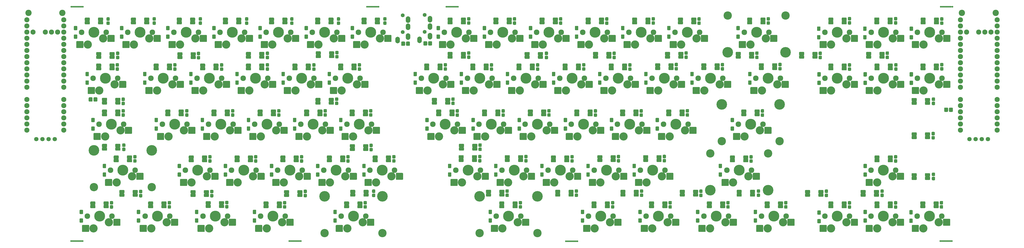
<source format=gbr>
G04 #@! TF.GenerationSoftware,KiCad,Pcbnew,(5.1.9)-1*
G04 #@! TF.CreationDate,2021-03-29T22:20:50-07:00*
G04 #@! TF.ProjectId,umiko,62616b65-6b75-46a6-9972-612e6b696361,0.3*
G04 #@! TF.SameCoordinates,Original*
G04 #@! TF.FileFunction,Soldermask,Bot*
G04 #@! TF.FilePolarity,Negative*
%FSLAX46Y46*%
G04 Gerber Fmt 4.6, Leading zero omitted, Abs format (unit mm)*
G04 Created by KiCad (PCBNEW (5.1.9)-1) date 2021-03-29 22:20:50*
%MOMM*%
%LPD*%
G01*
G04 APERTURE LIST*
%ADD10C,1.797000*%
%ADD11C,0.700000*%
%ADD12C,2.100000*%
%ADD13C,2.600000*%
%ADD14C,3.400000*%
%ADD15C,2.300000*%
%ADD16C,4.500000*%
%ADD17C,4.387800*%
%ADD18C,3.448000*%
%ADD19C,2.150000*%
%ADD20C,1.600000*%
%ADD21O,1.900000X2.700000*%
G04 APERTURE END LIST*
D10*
X420587500Y-90000000D03*
X418047500Y-90000000D03*
X415507500Y-90000000D03*
X412967500Y-90000000D03*
D11*
X43212500Y-132200000D03*
X42025000Y-132200000D03*
X43806250Y-132200000D03*
X42618750Y-132200000D03*
X46775000Y-132200000D03*
X46181250Y-132200000D03*
X45587500Y-132200000D03*
X44993750Y-132200000D03*
X44400000Y-132200000D03*
X133312500Y-132200000D03*
X132125000Y-132200000D03*
X133906250Y-132200000D03*
X132718750Y-132200000D03*
X136875000Y-132200000D03*
X136281250Y-132200000D03*
X135687500Y-132200000D03*
X135093750Y-132200000D03*
X134500000Y-132200000D03*
X247512500Y-132300000D03*
X246325000Y-132300000D03*
X248106250Y-132300000D03*
X246918750Y-132300000D03*
X251075000Y-132300000D03*
X250481250Y-132300000D03*
X249887500Y-132300000D03*
X249293750Y-132300000D03*
X248700000Y-132300000D03*
X402112500Y-132200000D03*
X400925000Y-132200000D03*
X402706250Y-132200000D03*
X401518750Y-132200000D03*
X405675000Y-132200000D03*
X405081250Y-132200000D03*
X404487500Y-132200000D03*
X403893750Y-132200000D03*
X403300000Y-132200000D03*
X402312500Y-35100000D03*
X401125000Y-35100000D03*
X402906250Y-35100000D03*
X401718750Y-35100000D03*
X405875000Y-35100000D03*
X405281250Y-35100000D03*
X404687500Y-35100000D03*
X404093750Y-35100000D03*
X403500000Y-35100000D03*
X198112500Y-35100000D03*
X196925000Y-35100000D03*
X198706250Y-35100000D03*
X197518750Y-35100000D03*
X201675000Y-35100000D03*
X201081250Y-35100000D03*
X200487500Y-35100000D03*
X199893750Y-35100000D03*
X199300000Y-35100000D03*
X165412500Y-35100000D03*
X164225000Y-35100000D03*
X166006250Y-35100000D03*
X164818750Y-35100000D03*
X168975000Y-35100000D03*
X168381250Y-35100000D03*
X167787500Y-35100000D03*
X167193750Y-35100000D03*
X166600000Y-35100000D03*
X43312500Y-35100000D03*
X42125000Y-35100000D03*
X43906250Y-35100000D03*
X42718750Y-35100000D03*
X46875000Y-35100000D03*
X46281250Y-35100000D03*
X45687500Y-35100000D03*
X45093750Y-35100000D03*
X44500000Y-35100000D03*
D12*
X409179000Y-40513000D03*
X424394000Y-43053000D03*
D13*
X409789000Y-37688200D03*
X423784400Y-37688200D03*
D12*
X424394000Y-40513000D03*
X421854000Y-45593000D03*
X424394000Y-45593000D03*
X424394000Y-48133000D03*
X424394000Y-50673000D03*
X424394000Y-53213000D03*
X419314000Y-45593000D03*
X416774000Y-45593000D03*
X424394000Y-55753000D03*
X424394000Y-58293000D03*
X424394000Y-60833000D03*
X424394000Y-63373000D03*
X424394000Y-65913000D03*
X424394000Y-68453000D03*
X424394000Y-76073000D03*
X424394000Y-81153000D03*
X424394000Y-83693000D03*
X424394000Y-78613000D03*
X424394000Y-86233000D03*
X424394000Y-73533000D03*
X409179000Y-43053000D03*
X409179000Y-45593000D03*
X409179000Y-50673000D03*
X411719000Y-45593000D03*
X409179000Y-48133000D03*
X409179000Y-53213000D03*
X409179000Y-55753000D03*
X409179000Y-58293000D03*
X409179000Y-63373000D03*
X409179000Y-65913000D03*
X409179000Y-60833000D03*
X409179000Y-68453000D03*
X409179000Y-76073000D03*
X409179000Y-73533000D03*
X409179000Y-81153000D03*
X409179000Y-78613000D03*
X409179000Y-83693000D03*
X409179000Y-86233000D03*
X23759000Y-40513000D03*
X38974000Y-43053000D03*
D13*
X24369000Y-37688200D03*
X38364400Y-37688200D03*
D12*
X38974000Y-40513000D03*
X36434000Y-45593000D03*
X38974000Y-45593000D03*
X38974000Y-48133000D03*
X38974000Y-50673000D03*
X38974000Y-53213000D03*
X33894000Y-45593000D03*
X31354000Y-45593000D03*
X38974000Y-55753000D03*
X38974000Y-58293000D03*
X38974000Y-60833000D03*
X38974000Y-63373000D03*
X38974000Y-65913000D03*
X38974000Y-68453000D03*
X38974000Y-76073000D03*
X38974000Y-81153000D03*
X38974000Y-83693000D03*
X38974000Y-78613000D03*
X38974000Y-86233000D03*
X38974000Y-73533000D03*
X23759000Y-43053000D03*
X23759000Y-45593000D03*
X23759000Y-50673000D03*
X26299000Y-45593000D03*
X23759000Y-48133000D03*
X23759000Y-53213000D03*
X23759000Y-55753000D03*
X23759000Y-58293000D03*
X23759000Y-63373000D03*
X23759000Y-65913000D03*
X23759000Y-60833000D03*
X23759000Y-68453000D03*
X23759000Y-76073000D03*
X23759000Y-73533000D03*
X23759000Y-81153000D03*
X23759000Y-78613000D03*
X23759000Y-83693000D03*
X23759000Y-86233000D03*
G36*
G01*
X189446000Y-50858668D02*
X189446000Y-49725332D01*
G75*
G02*
X189779332Y-49392000I333332J0D01*
G01*
X190712668Y-49392000D01*
G75*
G02*
X191046000Y-49725332I0J-333332D01*
G01*
X191046000Y-50858668D01*
G75*
G02*
X190712668Y-51192000I-333332J0D01*
G01*
X189779332Y-51192000D01*
G75*
G02*
X189446000Y-50858668I0J333332D01*
G01*
G37*
G36*
G01*
X187446000Y-50858668D02*
X187446000Y-49725332D01*
G75*
G02*
X187779332Y-49392000I333332J0D01*
G01*
X188712668Y-49392000D01*
G75*
G02*
X189046000Y-49725332I0J-333332D01*
G01*
X189046000Y-50858668D01*
G75*
G02*
X188712668Y-51192000I-333332J0D01*
G01*
X187779332Y-51192000D01*
G75*
G02*
X187446000Y-50858668I0J333332D01*
G01*
G37*
G36*
G01*
X180302000Y-50985668D02*
X180302000Y-49852332D01*
G75*
G02*
X180635332Y-49519000I333332J0D01*
G01*
X181568668Y-49519000D01*
G75*
G02*
X181902000Y-49852332I0J-333332D01*
G01*
X181902000Y-50985668D01*
G75*
G02*
X181568668Y-51319000I-333332J0D01*
G01*
X180635332Y-51319000D01*
G75*
G02*
X180302000Y-50985668I0J333332D01*
G01*
G37*
G36*
G01*
X178302000Y-50985668D02*
X178302000Y-49852332D01*
G75*
G02*
X178635332Y-49519000I333332J0D01*
G01*
X179568668Y-49519000D01*
G75*
G02*
X179902000Y-49852332I0J-333332D01*
G01*
X179902000Y-50985668D01*
G75*
G02*
X179568668Y-51319000I-333332J0D01*
G01*
X178635332Y-51319000D01*
G75*
G02*
X178302000Y-50985668I0J333332D01*
G01*
G37*
G36*
G01*
X148512000Y-54791000D02*
X148512000Y-53791000D01*
G75*
G02*
X148712000Y-53591000I200000J0D01*
G01*
X150412000Y-53591000D01*
G75*
G02*
X150612000Y-53791000I0J-200000D01*
G01*
X150612000Y-54791000D01*
G75*
G02*
X150412000Y-54991000I-200000J0D01*
G01*
X148712000Y-54991000D01*
G75*
G02*
X148512000Y-54791000I0J200000D01*
G01*
G37*
G36*
G01*
X148512000Y-56191000D02*
X148512000Y-55191000D01*
G75*
G02*
X148712000Y-54991000I200000J0D01*
G01*
X150412000Y-54991000D01*
G75*
G02*
X150612000Y-55191000I0J-200000D01*
G01*
X150612000Y-56191000D01*
G75*
G02*
X150412000Y-56391000I-200000J0D01*
G01*
X148712000Y-56391000D01*
G75*
G02*
X148512000Y-56191000I0J200000D01*
G01*
G37*
G36*
G01*
X143012000Y-54791000D02*
X143012000Y-53791000D01*
G75*
G02*
X143212000Y-53591000I200000J0D01*
G01*
X144912000Y-53591000D01*
G75*
G02*
X145112000Y-53791000I0J-200000D01*
G01*
X145112000Y-54791000D01*
G75*
G02*
X144912000Y-54991000I-200000J0D01*
G01*
X143212000Y-54991000D01*
G75*
G02*
X143012000Y-54791000I0J200000D01*
G01*
G37*
G36*
G01*
X143012000Y-56191000D02*
X143012000Y-55191000D01*
G75*
G02*
X143212000Y-54991000I200000J0D01*
G01*
X144912000Y-54991000D01*
G75*
G02*
X145112000Y-55191000I0J-200000D01*
G01*
X145112000Y-56191000D01*
G75*
G02*
X144912000Y-56391000I-200000J0D01*
G01*
X143212000Y-56391000D01*
G75*
G02*
X143012000Y-56191000I0J200000D01*
G01*
G37*
G36*
G01*
X119683000Y-55045000D02*
X119683000Y-54045000D01*
G75*
G02*
X119883000Y-53845000I200000J0D01*
G01*
X121583000Y-53845000D01*
G75*
G02*
X121783000Y-54045000I0J-200000D01*
G01*
X121783000Y-55045000D01*
G75*
G02*
X121583000Y-55245000I-200000J0D01*
G01*
X119883000Y-55245000D01*
G75*
G02*
X119683000Y-55045000I0J200000D01*
G01*
G37*
G36*
G01*
X119683000Y-56445000D02*
X119683000Y-55445000D01*
G75*
G02*
X119883000Y-55245000I200000J0D01*
G01*
X121583000Y-55245000D01*
G75*
G02*
X121783000Y-55445000I0J-200000D01*
G01*
X121783000Y-56445000D01*
G75*
G02*
X121583000Y-56645000I-200000J0D01*
G01*
X119883000Y-56645000D01*
G75*
G02*
X119683000Y-56445000I0J200000D01*
G01*
G37*
G36*
G01*
X114183000Y-55045000D02*
X114183000Y-54045000D01*
G75*
G02*
X114383000Y-53845000I200000J0D01*
G01*
X116083000Y-53845000D01*
G75*
G02*
X116283000Y-54045000I0J-200000D01*
G01*
X116283000Y-55045000D01*
G75*
G02*
X116083000Y-55245000I-200000J0D01*
G01*
X114383000Y-55245000D01*
G75*
G02*
X114183000Y-55045000I0J200000D01*
G01*
G37*
G36*
G01*
X114183000Y-56445000D02*
X114183000Y-55445000D01*
G75*
G02*
X114383000Y-55245000I200000J0D01*
G01*
X116083000Y-55245000D01*
G75*
G02*
X116283000Y-55445000I0J-200000D01*
G01*
X116283000Y-56445000D01*
G75*
G02*
X116083000Y-56645000I-200000J0D01*
G01*
X114383000Y-56645000D01*
G75*
G02*
X114183000Y-56445000I0J200000D01*
G01*
G37*
G36*
G01*
X234744000Y-55063000D02*
X234744000Y-54063000D01*
G75*
G02*
X234944000Y-53863000I200000J0D01*
G01*
X236644000Y-53863000D01*
G75*
G02*
X236844000Y-54063000I0J-200000D01*
G01*
X236844000Y-55063000D01*
G75*
G02*
X236644000Y-55263000I-200000J0D01*
G01*
X234944000Y-55263000D01*
G75*
G02*
X234744000Y-55063000I0J200000D01*
G01*
G37*
G36*
G01*
X234744000Y-56463000D02*
X234744000Y-55463000D01*
G75*
G02*
X234944000Y-55263000I200000J0D01*
G01*
X236644000Y-55263000D01*
G75*
G02*
X236844000Y-55463000I0J-200000D01*
G01*
X236844000Y-56463000D01*
G75*
G02*
X236644000Y-56663000I-200000J0D01*
G01*
X234944000Y-56663000D01*
G75*
G02*
X234744000Y-56463000I0J200000D01*
G01*
G37*
G36*
G01*
X229244000Y-55063000D02*
X229244000Y-54063000D01*
G75*
G02*
X229444000Y-53863000I200000J0D01*
G01*
X231144000Y-53863000D01*
G75*
G02*
X231344000Y-54063000I0J-200000D01*
G01*
X231344000Y-55063000D01*
G75*
G02*
X231144000Y-55263000I-200000J0D01*
G01*
X229444000Y-55263000D01*
G75*
G02*
X229244000Y-55063000I0J200000D01*
G01*
G37*
G36*
G01*
X229244000Y-56463000D02*
X229244000Y-55463000D01*
G75*
G02*
X229444000Y-55263000I200000J0D01*
G01*
X231144000Y-55263000D01*
G75*
G02*
X231344000Y-55463000I0J-200000D01*
G01*
X231344000Y-56463000D01*
G75*
G02*
X231144000Y-56663000I-200000J0D01*
G01*
X229444000Y-56663000D01*
G75*
G02*
X229244000Y-56463000I0J200000D01*
G01*
G37*
G36*
G01*
X67403000Y-112257000D02*
X67403000Y-111257000D01*
G75*
G02*
X67603000Y-111057000I200000J0D01*
G01*
X69303000Y-111057000D01*
G75*
G02*
X69503000Y-111257000I0J-200000D01*
G01*
X69503000Y-112257000D01*
G75*
G02*
X69303000Y-112457000I-200000J0D01*
G01*
X67603000Y-112457000D01*
G75*
G02*
X67403000Y-112257000I0J200000D01*
G01*
G37*
G36*
G01*
X67403000Y-113657000D02*
X67403000Y-112657000D01*
G75*
G02*
X67603000Y-112457000I200000J0D01*
G01*
X69303000Y-112457000D01*
G75*
G02*
X69503000Y-112657000I0J-200000D01*
G01*
X69503000Y-113657000D01*
G75*
G02*
X69303000Y-113857000I-200000J0D01*
G01*
X67603000Y-113857000D01*
G75*
G02*
X67403000Y-113657000I0J200000D01*
G01*
G37*
G36*
G01*
X61903000Y-112257000D02*
X61903000Y-111257000D01*
G75*
G02*
X62103000Y-111057000I200000J0D01*
G01*
X63803000Y-111057000D01*
G75*
G02*
X64003000Y-111257000I0J-200000D01*
G01*
X64003000Y-112257000D01*
G75*
G02*
X63803000Y-112457000I-200000J0D01*
G01*
X62103000Y-112457000D01*
G75*
G02*
X61903000Y-112257000I0J200000D01*
G01*
G37*
G36*
G01*
X61903000Y-113657000D02*
X61903000Y-112657000D01*
G75*
G02*
X62103000Y-112457000I200000J0D01*
G01*
X63803000Y-112457000D01*
G75*
G02*
X64003000Y-112657000I0J-200000D01*
G01*
X64003000Y-113657000D01*
G75*
G02*
X63803000Y-113857000I-200000J0D01*
G01*
X62103000Y-113857000D01*
G75*
G02*
X61903000Y-113657000I0J200000D01*
G01*
G37*
G36*
G01*
X57878000Y-55110000D02*
X57878000Y-54110000D01*
G75*
G02*
X58078000Y-53910000I200000J0D01*
G01*
X59778000Y-53910000D01*
G75*
G02*
X59978000Y-54110000I0J-200000D01*
G01*
X59978000Y-55110000D01*
G75*
G02*
X59778000Y-55310000I-200000J0D01*
G01*
X58078000Y-55310000D01*
G75*
G02*
X57878000Y-55110000I0J200000D01*
G01*
G37*
G36*
G01*
X57878000Y-56510000D02*
X57878000Y-55510000D01*
G75*
G02*
X58078000Y-55310000I200000J0D01*
G01*
X59778000Y-55310000D01*
G75*
G02*
X59978000Y-55510000I0J-200000D01*
G01*
X59978000Y-56510000D01*
G75*
G02*
X59778000Y-56710000I-200000J0D01*
G01*
X58078000Y-56710000D01*
G75*
G02*
X57878000Y-56510000I0J200000D01*
G01*
G37*
G36*
G01*
X52378000Y-55110000D02*
X52378000Y-54110000D01*
G75*
G02*
X52578000Y-53910000I200000J0D01*
G01*
X54278000Y-53910000D01*
G75*
G02*
X54478000Y-54110000I0J-200000D01*
G01*
X54478000Y-55110000D01*
G75*
G02*
X54278000Y-55310000I-200000J0D01*
G01*
X52578000Y-55310000D01*
G75*
G02*
X52378000Y-55110000I0J200000D01*
G01*
G37*
G36*
G01*
X52378000Y-56510000D02*
X52378000Y-55510000D01*
G75*
G02*
X52578000Y-55310000I200000J0D01*
G01*
X54278000Y-55310000D01*
G75*
G02*
X54478000Y-55510000I0J-200000D01*
G01*
X54478000Y-56510000D01*
G75*
G02*
X54278000Y-56710000I-200000J0D01*
G01*
X52578000Y-56710000D01*
G75*
G02*
X52378000Y-56510000I0J200000D01*
G01*
G37*
G36*
G01*
X394573500Y-74113000D02*
X394573500Y-73113000D01*
G75*
G02*
X394773500Y-72913000I200000J0D01*
G01*
X396473500Y-72913000D01*
G75*
G02*
X396673500Y-73113000I0J-200000D01*
G01*
X396673500Y-74113000D01*
G75*
G02*
X396473500Y-74313000I-200000J0D01*
G01*
X394773500Y-74313000D01*
G75*
G02*
X394573500Y-74113000I0J200000D01*
G01*
G37*
G36*
G01*
X394573500Y-75513000D02*
X394573500Y-74513000D01*
G75*
G02*
X394773500Y-74313000I200000J0D01*
G01*
X396473500Y-74313000D01*
G75*
G02*
X396673500Y-74513000I0J-200000D01*
G01*
X396673500Y-75513000D01*
G75*
G02*
X396473500Y-75713000I-200000J0D01*
G01*
X394773500Y-75713000D01*
G75*
G02*
X394573500Y-75513000I0J200000D01*
G01*
G37*
G36*
G01*
X389073500Y-74113000D02*
X389073500Y-73113000D01*
G75*
G02*
X389273500Y-72913000I200000J0D01*
G01*
X390973500Y-72913000D01*
G75*
G02*
X391173500Y-73113000I0J-200000D01*
G01*
X391173500Y-74113000D01*
G75*
G02*
X390973500Y-74313000I-200000J0D01*
G01*
X389273500Y-74313000D01*
G75*
G02*
X389073500Y-74113000I0J200000D01*
G01*
G37*
G36*
G01*
X389073500Y-75513000D02*
X389073500Y-74513000D01*
G75*
G02*
X389273500Y-74313000I200000J0D01*
G01*
X390973500Y-74313000D01*
G75*
G02*
X391173500Y-74513000I0J-200000D01*
G01*
X391173500Y-75513000D01*
G75*
G02*
X390973500Y-75713000I-200000J0D01*
G01*
X389273500Y-75713000D01*
G75*
G02*
X389073500Y-75513000I0J200000D01*
G01*
G37*
G36*
G01*
X373491500Y-112213000D02*
X373491500Y-111213000D01*
G75*
G02*
X373691500Y-111013000I200000J0D01*
G01*
X375391500Y-111013000D01*
G75*
G02*
X375591500Y-111213000I0J-200000D01*
G01*
X375591500Y-112213000D01*
G75*
G02*
X375391500Y-112413000I-200000J0D01*
G01*
X373691500Y-112413000D01*
G75*
G02*
X373491500Y-112213000I0J200000D01*
G01*
G37*
G36*
G01*
X373491500Y-113613000D02*
X373491500Y-112613000D01*
G75*
G02*
X373691500Y-112413000I200000J0D01*
G01*
X375391500Y-112413000D01*
G75*
G02*
X375591500Y-112613000I0J-200000D01*
G01*
X375591500Y-113613000D01*
G75*
G02*
X375391500Y-113813000I-200000J0D01*
G01*
X373691500Y-113813000D01*
G75*
G02*
X373491500Y-113613000I0J200000D01*
G01*
G37*
G36*
G01*
X367991500Y-112213000D02*
X367991500Y-111213000D01*
G75*
G02*
X368191500Y-111013000I200000J0D01*
G01*
X369891500Y-111013000D01*
G75*
G02*
X370091500Y-111213000I0J-200000D01*
G01*
X370091500Y-112213000D01*
G75*
G02*
X369891500Y-112413000I-200000J0D01*
G01*
X368191500Y-112413000D01*
G75*
G02*
X367991500Y-112213000I0J200000D01*
G01*
G37*
G36*
G01*
X367991500Y-113613000D02*
X367991500Y-112613000D01*
G75*
G02*
X368191500Y-112413000I200000J0D01*
G01*
X369891500Y-112413000D01*
G75*
G02*
X370091500Y-112613000I0J-200000D01*
G01*
X370091500Y-113613000D01*
G75*
G02*
X369891500Y-113813000I-200000J0D01*
G01*
X368191500Y-113813000D01*
G75*
G02*
X367991500Y-113613000I0J200000D01*
G01*
G37*
G36*
G01*
X350549500Y-112257000D02*
X350549500Y-111257000D01*
G75*
G02*
X350749500Y-111057000I200000J0D01*
G01*
X352449500Y-111057000D01*
G75*
G02*
X352649500Y-111257000I0J-200000D01*
G01*
X352649500Y-112257000D01*
G75*
G02*
X352449500Y-112457000I-200000J0D01*
G01*
X350749500Y-112457000D01*
G75*
G02*
X350549500Y-112257000I0J200000D01*
G01*
G37*
G36*
G01*
X350549500Y-113657000D02*
X350549500Y-112657000D01*
G75*
G02*
X350749500Y-112457000I200000J0D01*
G01*
X352449500Y-112457000D01*
G75*
G02*
X352649500Y-112657000I0J-200000D01*
G01*
X352649500Y-113657000D01*
G75*
G02*
X352449500Y-113857000I-200000J0D01*
G01*
X350749500Y-113857000D01*
G75*
G02*
X350549500Y-113657000I0J200000D01*
G01*
G37*
G36*
G01*
X345049500Y-112257000D02*
X345049500Y-111257000D01*
G75*
G02*
X345249500Y-111057000I200000J0D01*
G01*
X346949500Y-111057000D01*
G75*
G02*
X347149500Y-111257000I0J-200000D01*
G01*
X347149500Y-112257000D01*
G75*
G02*
X346949500Y-112457000I-200000J0D01*
G01*
X345249500Y-112457000D01*
G75*
G02*
X345049500Y-112257000I0J200000D01*
G01*
G37*
G36*
G01*
X345049500Y-113657000D02*
X345049500Y-112657000D01*
G75*
G02*
X345249500Y-112457000I200000J0D01*
G01*
X346949500Y-112457000D01*
G75*
G02*
X347149500Y-112657000I0J-200000D01*
G01*
X347149500Y-113657000D01*
G75*
G02*
X346949500Y-113857000I-200000J0D01*
G01*
X345249500Y-113857000D01*
G75*
G02*
X345049500Y-113657000I0J200000D01*
G01*
G37*
G36*
G01*
X394573500Y-105272000D02*
X394573500Y-104272000D01*
G75*
G02*
X394773500Y-104072000I200000J0D01*
G01*
X396473500Y-104072000D01*
G75*
G02*
X396673500Y-104272000I0J-200000D01*
G01*
X396673500Y-105272000D01*
G75*
G02*
X396473500Y-105472000I-200000J0D01*
G01*
X394773500Y-105472000D01*
G75*
G02*
X394573500Y-105272000I0J200000D01*
G01*
G37*
G36*
G01*
X394573500Y-106672000D02*
X394573500Y-105672000D01*
G75*
G02*
X394773500Y-105472000I200000J0D01*
G01*
X396473500Y-105472000D01*
G75*
G02*
X396673500Y-105672000I0J-200000D01*
G01*
X396673500Y-106672000D01*
G75*
G02*
X396473500Y-106872000I-200000J0D01*
G01*
X394773500Y-106872000D01*
G75*
G02*
X394573500Y-106672000I0J200000D01*
G01*
G37*
G36*
G01*
X389073500Y-105272000D02*
X389073500Y-104272000D01*
G75*
G02*
X389273500Y-104072000I200000J0D01*
G01*
X390973500Y-104072000D01*
G75*
G02*
X391173500Y-104272000I0J-200000D01*
G01*
X391173500Y-105272000D01*
G75*
G02*
X390973500Y-105472000I-200000J0D01*
G01*
X389273500Y-105472000D01*
G75*
G02*
X389073500Y-105272000I0J200000D01*
G01*
G37*
G36*
G01*
X389073500Y-106672000D02*
X389073500Y-105672000D01*
G75*
G02*
X389273500Y-105472000I200000J0D01*
G01*
X390973500Y-105472000D01*
G75*
G02*
X391173500Y-105672000I0J-200000D01*
G01*
X391173500Y-106672000D01*
G75*
G02*
X390973500Y-106872000I-200000J0D01*
G01*
X389273500Y-106872000D01*
G75*
G02*
X389073500Y-106672000I0J200000D01*
G01*
G37*
G36*
G01*
X394573500Y-88384000D02*
X394573500Y-87384000D01*
G75*
G02*
X394773500Y-87184000I200000J0D01*
G01*
X396473500Y-87184000D01*
G75*
G02*
X396673500Y-87384000I0J-200000D01*
G01*
X396673500Y-88384000D01*
G75*
G02*
X396473500Y-88584000I-200000J0D01*
G01*
X394773500Y-88584000D01*
G75*
G02*
X394573500Y-88384000I0J200000D01*
G01*
G37*
G36*
G01*
X394573500Y-89784000D02*
X394573500Y-88784000D01*
G75*
G02*
X394773500Y-88584000I200000J0D01*
G01*
X396473500Y-88584000D01*
G75*
G02*
X396673500Y-88784000I0J-200000D01*
G01*
X396673500Y-89784000D01*
G75*
G02*
X396473500Y-89984000I-200000J0D01*
G01*
X394773500Y-89984000D01*
G75*
G02*
X394573500Y-89784000I0J200000D01*
G01*
G37*
G36*
G01*
X389073500Y-88384000D02*
X389073500Y-87384000D01*
G75*
G02*
X389273500Y-87184000I200000J0D01*
G01*
X390973500Y-87184000D01*
G75*
G02*
X391173500Y-87384000I0J-200000D01*
G01*
X391173500Y-88384000D01*
G75*
G02*
X390973500Y-88584000I-200000J0D01*
G01*
X389273500Y-88584000D01*
G75*
G02*
X389073500Y-88384000I0J200000D01*
G01*
G37*
G36*
G01*
X389073500Y-89784000D02*
X389073500Y-88784000D01*
G75*
G02*
X389273500Y-88584000I200000J0D01*
G01*
X390973500Y-88584000D01*
G75*
G02*
X391173500Y-88784000I0J-200000D01*
G01*
X391173500Y-89784000D01*
G75*
G02*
X390973500Y-89984000I-200000J0D01*
G01*
X389273500Y-89984000D01*
G75*
G02*
X389073500Y-89784000I0J200000D01*
G01*
G37*
G36*
G01*
X322310500Y-112195000D02*
X322310500Y-111195000D01*
G75*
G02*
X322510500Y-110995000I200000J0D01*
G01*
X324210500Y-110995000D01*
G75*
G02*
X324410500Y-111195000I0J-200000D01*
G01*
X324410500Y-112195000D01*
G75*
G02*
X324210500Y-112395000I-200000J0D01*
G01*
X322510500Y-112395000D01*
G75*
G02*
X322310500Y-112195000I0J200000D01*
G01*
G37*
G36*
G01*
X322310500Y-113595000D02*
X322310500Y-112595000D01*
G75*
G02*
X322510500Y-112395000I200000J0D01*
G01*
X324210500Y-112395000D01*
G75*
G02*
X324410500Y-112595000I0J-200000D01*
G01*
X324410500Y-113595000D01*
G75*
G02*
X324210500Y-113795000I-200000J0D01*
G01*
X322510500Y-113795000D01*
G75*
G02*
X322310500Y-113595000I0J200000D01*
G01*
G37*
G36*
G01*
X316810500Y-112195000D02*
X316810500Y-111195000D01*
G75*
G02*
X317010500Y-110995000I200000J0D01*
G01*
X318710500Y-110995000D01*
G75*
G02*
X318910500Y-111195000I0J-200000D01*
G01*
X318910500Y-112195000D01*
G75*
G02*
X318710500Y-112395000I-200000J0D01*
G01*
X317010500Y-112395000D01*
G75*
G02*
X316810500Y-112195000I0J200000D01*
G01*
G37*
G36*
G01*
X316810500Y-113595000D02*
X316810500Y-112595000D01*
G75*
G02*
X317010500Y-112395000I200000J0D01*
G01*
X318710500Y-112395000D01*
G75*
G02*
X318910500Y-112595000I0J-200000D01*
G01*
X318910500Y-113595000D01*
G75*
G02*
X318710500Y-113795000I-200000J0D01*
G01*
X317010500Y-113795000D01*
G75*
G02*
X316810500Y-113595000I0J200000D01*
G01*
G37*
G36*
G01*
X135431000Y-112322000D02*
X135431000Y-111322000D01*
G75*
G02*
X135631000Y-111122000I200000J0D01*
G01*
X137331000Y-111122000D01*
G75*
G02*
X137531000Y-111322000I0J-200000D01*
G01*
X137531000Y-112322000D01*
G75*
G02*
X137331000Y-112522000I-200000J0D01*
G01*
X135631000Y-112522000D01*
G75*
G02*
X135431000Y-112322000I0J200000D01*
G01*
G37*
G36*
G01*
X135431000Y-113722000D02*
X135431000Y-112722000D01*
G75*
G02*
X135631000Y-112522000I200000J0D01*
G01*
X137331000Y-112522000D01*
G75*
G02*
X137531000Y-112722000I0J-200000D01*
G01*
X137531000Y-113722000D01*
G75*
G02*
X137331000Y-113922000I-200000J0D01*
G01*
X135631000Y-113922000D01*
G75*
G02*
X135431000Y-113722000I0J200000D01*
G01*
G37*
G36*
G01*
X129931000Y-112322000D02*
X129931000Y-111322000D01*
G75*
G02*
X130131000Y-111122000I200000J0D01*
G01*
X131831000Y-111122000D01*
G75*
G02*
X132031000Y-111322000I0J-200000D01*
G01*
X132031000Y-112322000D01*
G75*
G02*
X131831000Y-112522000I-200000J0D01*
G01*
X130131000Y-112522000D01*
G75*
G02*
X129931000Y-112322000I0J200000D01*
G01*
G37*
G36*
G01*
X129931000Y-113722000D02*
X129931000Y-112722000D01*
G75*
G02*
X130131000Y-112522000I200000J0D01*
G01*
X131831000Y-112522000D01*
G75*
G02*
X132031000Y-112722000I0J-200000D01*
G01*
X132031000Y-113722000D01*
G75*
G02*
X131831000Y-113922000I-200000J0D01*
G01*
X130131000Y-113922000D01*
G75*
G02*
X129931000Y-113722000I0J200000D01*
G01*
G37*
G36*
G01*
X348092500Y-55045000D02*
X348092500Y-54045000D01*
G75*
G02*
X348292500Y-53845000I200000J0D01*
G01*
X349992500Y-53845000D01*
G75*
G02*
X350192500Y-54045000I0J-200000D01*
G01*
X350192500Y-55045000D01*
G75*
G02*
X349992500Y-55245000I-200000J0D01*
G01*
X348292500Y-55245000D01*
G75*
G02*
X348092500Y-55045000I0J200000D01*
G01*
G37*
G36*
G01*
X348092500Y-56445000D02*
X348092500Y-55445000D01*
G75*
G02*
X348292500Y-55245000I200000J0D01*
G01*
X349992500Y-55245000D01*
G75*
G02*
X350192500Y-55445000I0J-200000D01*
G01*
X350192500Y-56445000D01*
G75*
G02*
X349992500Y-56645000I-200000J0D01*
G01*
X348292500Y-56645000D01*
G75*
G02*
X348092500Y-56445000I0J200000D01*
G01*
G37*
G36*
G01*
X342592500Y-55045000D02*
X342592500Y-54045000D01*
G75*
G02*
X342792500Y-53845000I200000J0D01*
G01*
X344492500Y-53845000D01*
G75*
G02*
X344692500Y-54045000I0J-200000D01*
G01*
X344692500Y-55045000D01*
G75*
G02*
X344492500Y-55245000I-200000J0D01*
G01*
X342792500Y-55245000D01*
G75*
G02*
X342592500Y-55045000I0J200000D01*
G01*
G37*
G36*
G01*
X342592500Y-56445000D02*
X342592500Y-55445000D01*
G75*
G02*
X342792500Y-55245000I200000J0D01*
G01*
X344492500Y-55245000D01*
G75*
G02*
X344692500Y-55445000I0J-200000D01*
G01*
X344692500Y-56445000D01*
G75*
G02*
X344492500Y-56645000I-200000J0D01*
G01*
X342792500Y-56645000D01*
G75*
G02*
X342592500Y-56445000I0J200000D01*
G01*
G37*
G36*
G01*
X162736000Y-112195000D02*
X162736000Y-111195000D01*
G75*
G02*
X162936000Y-110995000I200000J0D01*
G01*
X164636000Y-110995000D01*
G75*
G02*
X164836000Y-111195000I0J-200000D01*
G01*
X164836000Y-112195000D01*
G75*
G02*
X164636000Y-112395000I-200000J0D01*
G01*
X162936000Y-112395000D01*
G75*
G02*
X162736000Y-112195000I0J200000D01*
G01*
G37*
G36*
G01*
X162736000Y-113595000D02*
X162736000Y-112595000D01*
G75*
G02*
X162936000Y-112395000I200000J0D01*
G01*
X164636000Y-112395000D01*
G75*
G02*
X164836000Y-112595000I0J-200000D01*
G01*
X164836000Y-113595000D01*
G75*
G02*
X164636000Y-113795000I-200000J0D01*
G01*
X162936000Y-113795000D01*
G75*
G02*
X162736000Y-113595000I0J200000D01*
G01*
G37*
G36*
G01*
X157236000Y-112195000D02*
X157236000Y-111195000D01*
G75*
G02*
X157436000Y-110995000I200000J0D01*
G01*
X159136000Y-110995000D01*
G75*
G02*
X159336000Y-111195000I0J-200000D01*
G01*
X159336000Y-112195000D01*
G75*
G02*
X159136000Y-112395000I-200000J0D01*
G01*
X157436000Y-112395000D01*
G75*
G02*
X157236000Y-112195000I0J200000D01*
G01*
G37*
G36*
G01*
X157236000Y-113595000D02*
X157236000Y-112595000D01*
G75*
G02*
X157436000Y-112395000I200000J0D01*
G01*
X159136000Y-112395000D01*
G75*
G02*
X159336000Y-112595000I0J-200000D01*
G01*
X159336000Y-113595000D01*
G75*
G02*
X159136000Y-113795000I-200000J0D01*
G01*
X157436000Y-113795000D01*
G75*
G02*
X157236000Y-113595000I0J200000D01*
G01*
G37*
G36*
G01*
X207630500Y-93145000D02*
X207630500Y-92145000D01*
G75*
G02*
X207830500Y-91945000I200000J0D01*
G01*
X209530500Y-91945000D01*
G75*
G02*
X209730500Y-92145000I0J-200000D01*
G01*
X209730500Y-93145000D01*
G75*
G02*
X209530500Y-93345000I-200000J0D01*
G01*
X207830500Y-93345000D01*
G75*
G02*
X207630500Y-93145000I0J200000D01*
G01*
G37*
G36*
G01*
X207630500Y-94545000D02*
X207630500Y-93545000D01*
G75*
G02*
X207830500Y-93345000I200000J0D01*
G01*
X209530500Y-93345000D01*
G75*
G02*
X209730500Y-93545000I0J-200000D01*
G01*
X209730500Y-94545000D01*
G75*
G02*
X209530500Y-94745000I-200000J0D01*
G01*
X207830500Y-94745000D01*
G75*
G02*
X207630500Y-94545000I0J200000D01*
G01*
G37*
G36*
G01*
X202130500Y-93145000D02*
X202130500Y-92145000D01*
G75*
G02*
X202330500Y-91945000I200000J0D01*
G01*
X204030500Y-91945000D01*
G75*
G02*
X204230500Y-92145000I0J-200000D01*
G01*
X204230500Y-93145000D01*
G75*
G02*
X204030500Y-93345000I-200000J0D01*
G01*
X202330500Y-93345000D01*
G75*
G02*
X202130500Y-93145000I0J200000D01*
G01*
G37*
G36*
G01*
X202130500Y-94545000D02*
X202130500Y-93545000D01*
G75*
G02*
X202330500Y-93345000I200000J0D01*
G01*
X204030500Y-93345000D01*
G75*
G02*
X204230500Y-93545000I0J-200000D01*
G01*
X204230500Y-94545000D01*
G75*
G02*
X204030500Y-94745000I-200000J0D01*
G01*
X202330500Y-94745000D01*
G75*
G02*
X202130500Y-94545000I0J200000D01*
G01*
G37*
G36*
G01*
X292720500Y-55045000D02*
X292720500Y-54045000D01*
G75*
G02*
X292920500Y-53845000I200000J0D01*
G01*
X294620500Y-53845000D01*
G75*
G02*
X294820500Y-54045000I0J-200000D01*
G01*
X294820500Y-55045000D01*
G75*
G02*
X294620500Y-55245000I-200000J0D01*
G01*
X292920500Y-55245000D01*
G75*
G02*
X292720500Y-55045000I0J200000D01*
G01*
G37*
G36*
G01*
X292720500Y-56445000D02*
X292720500Y-55445000D01*
G75*
G02*
X292920500Y-55245000I200000J0D01*
G01*
X294620500Y-55245000D01*
G75*
G02*
X294820500Y-55445000I0J-200000D01*
G01*
X294820500Y-56445000D01*
G75*
G02*
X294620500Y-56645000I-200000J0D01*
G01*
X292920500Y-56645000D01*
G75*
G02*
X292720500Y-56445000I0J200000D01*
G01*
G37*
G36*
G01*
X287220500Y-55045000D02*
X287220500Y-54045000D01*
G75*
G02*
X287420500Y-53845000I200000J0D01*
G01*
X289120500Y-53845000D01*
G75*
G02*
X289320500Y-54045000I0J-200000D01*
G01*
X289320500Y-55045000D01*
G75*
G02*
X289120500Y-55245000I-200000J0D01*
G01*
X287420500Y-55245000D01*
G75*
G02*
X287220500Y-55045000I0J200000D01*
G01*
G37*
G36*
G01*
X287220500Y-56445000D02*
X287220500Y-55445000D01*
G75*
G02*
X287420500Y-55245000I200000J0D01*
G01*
X289120500Y-55245000D01*
G75*
G02*
X289320500Y-55445000I0J-200000D01*
G01*
X289320500Y-56445000D01*
G75*
G02*
X289120500Y-56645000I-200000J0D01*
G01*
X287420500Y-56645000D01*
G75*
G02*
X287220500Y-56445000I0J200000D01*
G01*
G37*
G36*
G01*
X263002500Y-55045000D02*
X263002500Y-54045000D01*
G75*
G02*
X263202500Y-53845000I200000J0D01*
G01*
X264902500Y-53845000D01*
G75*
G02*
X265102500Y-54045000I0J-200000D01*
G01*
X265102500Y-55045000D01*
G75*
G02*
X264902500Y-55245000I-200000J0D01*
G01*
X263202500Y-55245000D01*
G75*
G02*
X263002500Y-55045000I0J200000D01*
G01*
G37*
G36*
G01*
X263002500Y-56445000D02*
X263002500Y-55445000D01*
G75*
G02*
X263202500Y-55245000I200000J0D01*
G01*
X264902500Y-55245000D01*
G75*
G02*
X265102500Y-55445000I0J-200000D01*
G01*
X265102500Y-56445000D01*
G75*
G02*
X264902500Y-56645000I-200000J0D01*
G01*
X263202500Y-56645000D01*
G75*
G02*
X263002500Y-56445000I0J200000D01*
G01*
G37*
G36*
G01*
X257502500Y-55045000D02*
X257502500Y-54045000D01*
G75*
G02*
X257702500Y-53845000I200000J0D01*
G01*
X259402500Y-53845000D01*
G75*
G02*
X259602500Y-54045000I0J-200000D01*
G01*
X259602500Y-55045000D01*
G75*
G02*
X259402500Y-55245000I-200000J0D01*
G01*
X257702500Y-55245000D01*
G75*
G02*
X257502500Y-55045000I0J200000D01*
G01*
G37*
G36*
G01*
X257502500Y-56445000D02*
X257502500Y-55445000D01*
G75*
G02*
X257702500Y-55245000I200000J0D01*
G01*
X259402500Y-55245000D01*
G75*
G02*
X259602500Y-55445000I0J-200000D01*
G01*
X259602500Y-56445000D01*
G75*
G02*
X259402500Y-56645000I-200000J0D01*
G01*
X257702500Y-56645000D01*
G75*
G02*
X257502500Y-56445000I0J200000D01*
G01*
G37*
G36*
G01*
X202931500Y-55045000D02*
X202931500Y-54045000D01*
G75*
G02*
X203131500Y-53845000I200000J0D01*
G01*
X204831500Y-53845000D01*
G75*
G02*
X205031500Y-54045000I0J-200000D01*
G01*
X205031500Y-55045000D01*
G75*
G02*
X204831500Y-55245000I-200000J0D01*
G01*
X203131500Y-55245000D01*
G75*
G02*
X202931500Y-55045000I0J200000D01*
G01*
G37*
G36*
G01*
X202931500Y-56445000D02*
X202931500Y-55445000D01*
G75*
G02*
X203131500Y-55245000I200000J0D01*
G01*
X204831500Y-55245000D01*
G75*
G02*
X205031500Y-55445000I0J-200000D01*
G01*
X205031500Y-56445000D01*
G75*
G02*
X204831500Y-56645000I-200000J0D01*
G01*
X203131500Y-56645000D01*
G75*
G02*
X202931500Y-56445000I0J200000D01*
G01*
G37*
G36*
G01*
X197431500Y-55045000D02*
X197431500Y-54045000D01*
G75*
G02*
X197631500Y-53845000I200000J0D01*
G01*
X199331500Y-53845000D01*
G75*
G02*
X199531500Y-54045000I0J-200000D01*
G01*
X199531500Y-55045000D01*
G75*
G02*
X199331500Y-55245000I-200000J0D01*
G01*
X197631500Y-55245000D01*
G75*
G02*
X197431500Y-55045000I0J200000D01*
G01*
G37*
G36*
G01*
X197431500Y-56445000D02*
X197431500Y-55445000D01*
G75*
G02*
X197631500Y-55245000I200000J0D01*
G01*
X199331500Y-55245000D01*
G75*
G02*
X199531500Y-55445000I0J-200000D01*
G01*
X199531500Y-56445000D01*
G75*
G02*
X199331500Y-56645000I-200000J0D01*
G01*
X197631500Y-56645000D01*
G75*
G02*
X197431500Y-56445000I0J200000D01*
G01*
G37*
G36*
G01*
X96823000Y-112322000D02*
X96823000Y-111322000D01*
G75*
G02*
X97023000Y-111122000I200000J0D01*
G01*
X98723000Y-111122000D01*
G75*
G02*
X98923000Y-111322000I0J-200000D01*
G01*
X98923000Y-112322000D01*
G75*
G02*
X98723000Y-112522000I-200000J0D01*
G01*
X97023000Y-112522000D01*
G75*
G02*
X96823000Y-112322000I0J200000D01*
G01*
G37*
G36*
G01*
X96823000Y-113722000D02*
X96823000Y-112722000D01*
G75*
G02*
X97023000Y-112522000I200000J0D01*
G01*
X98723000Y-112522000D01*
G75*
G02*
X98923000Y-112722000I0J-200000D01*
G01*
X98923000Y-113722000D01*
G75*
G02*
X98723000Y-113922000I-200000J0D01*
G01*
X97023000Y-113922000D01*
G75*
G02*
X96823000Y-113722000I0J200000D01*
G01*
G37*
G36*
G01*
X91323000Y-112322000D02*
X91323000Y-111322000D01*
G75*
G02*
X91523000Y-111122000I200000J0D01*
G01*
X93223000Y-111122000D01*
G75*
G02*
X93423000Y-111322000I0J-200000D01*
G01*
X93423000Y-112322000D01*
G75*
G02*
X93223000Y-112522000I-200000J0D01*
G01*
X91523000Y-112522000D01*
G75*
G02*
X91323000Y-112322000I0J200000D01*
G01*
G37*
G36*
G01*
X91323000Y-113722000D02*
X91323000Y-112722000D01*
G75*
G02*
X91523000Y-112522000I200000J0D01*
G01*
X93223000Y-112522000D01*
G75*
G02*
X93423000Y-112722000I0J-200000D01*
G01*
X93423000Y-113722000D01*
G75*
G02*
X93223000Y-113922000I-200000J0D01*
G01*
X91523000Y-113922000D01*
G75*
G02*
X91323000Y-113722000I0J200000D01*
G01*
G37*
G36*
G01*
X298816500Y-112195000D02*
X298816500Y-111195000D01*
G75*
G02*
X299016500Y-110995000I200000J0D01*
G01*
X300716500Y-110995000D01*
G75*
G02*
X300916500Y-111195000I0J-200000D01*
G01*
X300916500Y-112195000D01*
G75*
G02*
X300716500Y-112395000I-200000J0D01*
G01*
X299016500Y-112395000D01*
G75*
G02*
X298816500Y-112195000I0J200000D01*
G01*
G37*
G36*
G01*
X298816500Y-113595000D02*
X298816500Y-112595000D01*
G75*
G02*
X299016500Y-112395000I200000J0D01*
G01*
X300716500Y-112395000D01*
G75*
G02*
X300916500Y-112595000I0J-200000D01*
G01*
X300916500Y-113595000D01*
G75*
G02*
X300716500Y-113795000I-200000J0D01*
G01*
X299016500Y-113795000D01*
G75*
G02*
X298816500Y-113595000I0J200000D01*
G01*
G37*
G36*
G01*
X293316500Y-112195000D02*
X293316500Y-111195000D01*
G75*
G02*
X293516500Y-110995000I200000J0D01*
G01*
X295216500Y-110995000D01*
G75*
G02*
X295416500Y-111195000I0J-200000D01*
G01*
X295416500Y-112195000D01*
G75*
G02*
X295216500Y-112395000I-200000J0D01*
G01*
X293516500Y-112395000D01*
G75*
G02*
X293316500Y-112195000I0J200000D01*
G01*
G37*
G36*
G01*
X293316500Y-113595000D02*
X293316500Y-112595000D01*
G75*
G02*
X293516500Y-112395000I200000J0D01*
G01*
X295216500Y-112395000D01*
G75*
G02*
X295416500Y-112595000I0J-200000D01*
G01*
X295416500Y-113595000D01*
G75*
G02*
X295216500Y-113795000I-200000J0D01*
G01*
X293516500Y-113795000D01*
G75*
G02*
X293316500Y-113595000I0J200000D01*
G01*
G37*
G36*
G01*
X274305500Y-112195000D02*
X274305500Y-111195000D01*
G75*
G02*
X274505500Y-110995000I200000J0D01*
G01*
X276205500Y-110995000D01*
G75*
G02*
X276405500Y-111195000I0J-200000D01*
G01*
X276405500Y-112195000D01*
G75*
G02*
X276205500Y-112395000I-200000J0D01*
G01*
X274505500Y-112395000D01*
G75*
G02*
X274305500Y-112195000I0J200000D01*
G01*
G37*
G36*
G01*
X274305500Y-113595000D02*
X274305500Y-112595000D01*
G75*
G02*
X274505500Y-112395000I200000J0D01*
G01*
X276205500Y-112395000D01*
G75*
G02*
X276405500Y-112595000I0J-200000D01*
G01*
X276405500Y-113595000D01*
G75*
G02*
X276205500Y-113795000I-200000J0D01*
G01*
X274505500Y-113795000D01*
G75*
G02*
X274305500Y-113595000I0J200000D01*
G01*
G37*
G36*
G01*
X268805500Y-112195000D02*
X268805500Y-111195000D01*
G75*
G02*
X269005500Y-110995000I200000J0D01*
G01*
X270705500Y-110995000D01*
G75*
G02*
X270905500Y-111195000I0J-200000D01*
G01*
X270905500Y-112195000D01*
G75*
G02*
X270705500Y-112395000I-200000J0D01*
G01*
X269005500Y-112395000D01*
G75*
G02*
X268805500Y-112195000I0J200000D01*
G01*
G37*
G36*
G01*
X268805500Y-113595000D02*
X268805500Y-112595000D01*
G75*
G02*
X269005500Y-112395000I200000J0D01*
G01*
X270705500Y-112395000D01*
G75*
G02*
X270905500Y-112595000I0J-200000D01*
G01*
X270905500Y-113595000D01*
G75*
G02*
X270705500Y-113795000I-200000J0D01*
G01*
X269005500Y-113795000D01*
G75*
G02*
X268805500Y-113595000I0J200000D01*
G01*
G37*
G36*
G01*
X60247000Y-74030000D02*
X60247000Y-73030000D01*
G75*
G02*
X60447000Y-72830000I200000J0D01*
G01*
X62147000Y-72830000D01*
G75*
G02*
X62347000Y-73030000I0J-200000D01*
G01*
X62347000Y-74030000D01*
G75*
G02*
X62147000Y-74230000I-200000J0D01*
G01*
X60447000Y-74230000D01*
G75*
G02*
X60247000Y-74030000I0J200000D01*
G01*
G37*
G36*
G01*
X60247000Y-75430000D02*
X60247000Y-74430000D01*
G75*
G02*
X60447000Y-74230000I200000J0D01*
G01*
X62147000Y-74230000D01*
G75*
G02*
X62347000Y-74430000I0J-200000D01*
G01*
X62347000Y-75430000D01*
G75*
G02*
X62147000Y-75630000I-200000J0D01*
G01*
X60447000Y-75630000D01*
G75*
G02*
X60247000Y-75430000I0J200000D01*
G01*
G37*
G36*
G01*
X54747000Y-74030000D02*
X54747000Y-73030000D01*
G75*
G02*
X54947000Y-72830000I200000J0D01*
G01*
X56647000Y-72830000D01*
G75*
G02*
X56847000Y-73030000I0J-200000D01*
G01*
X56847000Y-74030000D01*
G75*
G02*
X56647000Y-74230000I-200000J0D01*
G01*
X54947000Y-74230000D01*
G75*
G02*
X54747000Y-74030000I0J200000D01*
G01*
G37*
G36*
G01*
X54747000Y-75430000D02*
X54747000Y-74430000D01*
G75*
G02*
X54947000Y-74230000I200000J0D01*
G01*
X56647000Y-74230000D01*
G75*
G02*
X56847000Y-74430000I0J-200000D01*
G01*
X56847000Y-75430000D01*
G75*
G02*
X56647000Y-75630000I-200000J0D01*
G01*
X54947000Y-75630000D01*
G75*
G02*
X54747000Y-75430000I0J200000D01*
G01*
G37*
G36*
G01*
X196454500Y-74095000D02*
X196454500Y-73095000D01*
G75*
G02*
X196654500Y-72895000I200000J0D01*
G01*
X198354500Y-72895000D01*
G75*
G02*
X198554500Y-73095000I0J-200000D01*
G01*
X198554500Y-74095000D01*
G75*
G02*
X198354500Y-74295000I-200000J0D01*
G01*
X196654500Y-74295000D01*
G75*
G02*
X196454500Y-74095000I0J200000D01*
G01*
G37*
G36*
G01*
X196454500Y-75495000D02*
X196454500Y-74495000D01*
G75*
G02*
X196654500Y-74295000I200000J0D01*
G01*
X198354500Y-74295000D01*
G75*
G02*
X198554500Y-74495000I0J-200000D01*
G01*
X198554500Y-75495000D01*
G75*
G02*
X198354500Y-75695000I-200000J0D01*
G01*
X196654500Y-75695000D01*
G75*
G02*
X196454500Y-75495000I0J200000D01*
G01*
G37*
G36*
G01*
X190954500Y-74095000D02*
X190954500Y-73095000D01*
G75*
G02*
X191154500Y-72895000I200000J0D01*
G01*
X192854500Y-72895000D01*
G75*
G02*
X193054500Y-73095000I0J-200000D01*
G01*
X193054500Y-74095000D01*
G75*
G02*
X192854500Y-74295000I-200000J0D01*
G01*
X191154500Y-74295000D01*
G75*
G02*
X190954500Y-74095000I0J200000D01*
G01*
G37*
G36*
G01*
X190954500Y-75495000D02*
X190954500Y-74495000D01*
G75*
G02*
X191154500Y-74295000I200000J0D01*
G01*
X192854500Y-74295000D01*
G75*
G02*
X193054500Y-74495000I0J-200000D01*
G01*
X193054500Y-75495000D01*
G75*
G02*
X192854500Y-75695000I-200000J0D01*
G01*
X191154500Y-75695000D01*
G75*
G02*
X190954500Y-75495000I0J200000D01*
G01*
G37*
G36*
G01*
X162609000Y-93272000D02*
X162609000Y-92272000D01*
G75*
G02*
X162809000Y-92072000I200000J0D01*
G01*
X164509000Y-92072000D01*
G75*
G02*
X164709000Y-92272000I0J-200000D01*
G01*
X164709000Y-93272000D01*
G75*
G02*
X164509000Y-93472000I-200000J0D01*
G01*
X162809000Y-93472000D01*
G75*
G02*
X162609000Y-93272000I0J200000D01*
G01*
G37*
G36*
G01*
X162609000Y-94672000D02*
X162609000Y-93672000D01*
G75*
G02*
X162809000Y-93472000I200000J0D01*
G01*
X164509000Y-93472000D01*
G75*
G02*
X164709000Y-93672000I0J-200000D01*
G01*
X164709000Y-94672000D01*
G75*
G02*
X164509000Y-94872000I-200000J0D01*
G01*
X162809000Y-94872000D01*
G75*
G02*
X162609000Y-94672000I0J200000D01*
G01*
G37*
G36*
G01*
X157109000Y-93272000D02*
X157109000Y-92272000D01*
G75*
G02*
X157309000Y-92072000I200000J0D01*
G01*
X159009000Y-92072000D01*
G75*
G02*
X159209000Y-92272000I0J-200000D01*
G01*
X159209000Y-93272000D01*
G75*
G02*
X159009000Y-93472000I-200000J0D01*
G01*
X157309000Y-93472000D01*
G75*
G02*
X157109000Y-93272000I0J200000D01*
G01*
G37*
G36*
G01*
X157109000Y-94672000D02*
X157109000Y-93672000D01*
G75*
G02*
X157309000Y-93472000I200000J0D01*
G01*
X159009000Y-93472000D01*
G75*
G02*
X159209000Y-93672000I0J-200000D01*
G01*
X159209000Y-94672000D01*
G75*
G02*
X159009000Y-94872000I-200000J0D01*
G01*
X157309000Y-94872000D01*
G75*
G02*
X157109000Y-94672000I0J200000D01*
G01*
G37*
G36*
G01*
X60247000Y-93145000D02*
X60247000Y-92145000D01*
G75*
G02*
X60447000Y-91945000I200000J0D01*
G01*
X62147000Y-91945000D01*
G75*
G02*
X62347000Y-92145000I0J-200000D01*
G01*
X62347000Y-93145000D01*
G75*
G02*
X62147000Y-93345000I-200000J0D01*
G01*
X60447000Y-93345000D01*
G75*
G02*
X60247000Y-93145000I0J200000D01*
G01*
G37*
G36*
G01*
X60247000Y-94545000D02*
X60247000Y-93545000D01*
G75*
G02*
X60447000Y-93345000I200000J0D01*
G01*
X62147000Y-93345000D01*
G75*
G02*
X62347000Y-93545000I0J-200000D01*
G01*
X62347000Y-94545000D01*
G75*
G02*
X62147000Y-94745000I-200000J0D01*
G01*
X60447000Y-94745000D01*
G75*
G02*
X60247000Y-94545000I0J200000D01*
G01*
G37*
G36*
G01*
X54747000Y-93145000D02*
X54747000Y-92145000D01*
G75*
G02*
X54947000Y-91945000I200000J0D01*
G01*
X56647000Y-91945000D01*
G75*
G02*
X56847000Y-92145000I0J-200000D01*
G01*
X56847000Y-93145000D01*
G75*
G02*
X56647000Y-93345000I-200000J0D01*
G01*
X54947000Y-93345000D01*
G75*
G02*
X54747000Y-93145000I0J200000D01*
G01*
G37*
G36*
G01*
X54747000Y-94545000D02*
X54747000Y-93545000D01*
G75*
G02*
X54947000Y-93345000I200000J0D01*
G01*
X56647000Y-93345000D01*
G75*
G02*
X56847000Y-93545000I0J-200000D01*
G01*
X56847000Y-94545000D01*
G75*
G02*
X56647000Y-94745000I-200000J0D01*
G01*
X54947000Y-94745000D01*
G75*
G02*
X54747000Y-94545000I0J200000D01*
G01*
G37*
G36*
G01*
X247381500Y-112195000D02*
X247381500Y-111195000D01*
G75*
G02*
X247581500Y-110995000I200000J0D01*
G01*
X249281500Y-110995000D01*
G75*
G02*
X249481500Y-111195000I0J-200000D01*
G01*
X249481500Y-112195000D01*
G75*
G02*
X249281500Y-112395000I-200000J0D01*
G01*
X247581500Y-112395000D01*
G75*
G02*
X247381500Y-112195000I0J200000D01*
G01*
G37*
G36*
G01*
X247381500Y-113595000D02*
X247381500Y-112595000D01*
G75*
G02*
X247581500Y-112395000I200000J0D01*
G01*
X249281500Y-112395000D01*
G75*
G02*
X249481500Y-112595000I0J-200000D01*
G01*
X249481500Y-113595000D01*
G75*
G02*
X249281500Y-113795000I-200000J0D01*
G01*
X247581500Y-113795000D01*
G75*
G02*
X247381500Y-113595000I0J200000D01*
G01*
G37*
G36*
G01*
X241881500Y-112195000D02*
X241881500Y-111195000D01*
G75*
G02*
X242081500Y-110995000I200000J0D01*
G01*
X243781500Y-110995000D01*
G75*
G02*
X243981500Y-111195000I0J-200000D01*
G01*
X243981500Y-112195000D01*
G75*
G02*
X243781500Y-112395000I-200000J0D01*
G01*
X242081500Y-112395000D01*
G75*
G02*
X241881500Y-112195000I0J200000D01*
G01*
G37*
G36*
G01*
X241881500Y-113595000D02*
X241881500Y-112595000D01*
G75*
G02*
X242081500Y-112395000I200000J0D01*
G01*
X243781500Y-112395000D01*
G75*
G02*
X243981500Y-112595000I0J-200000D01*
G01*
X243981500Y-113595000D01*
G75*
G02*
X243781500Y-113795000I-200000J0D01*
G01*
X242081500Y-113795000D01*
G75*
G02*
X241881500Y-113595000I0J200000D01*
G01*
G37*
G36*
G01*
X218806500Y-112195000D02*
X218806500Y-111195000D01*
G75*
G02*
X219006500Y-110995000I200000J0D01*
G01*
X220706500Y-110995000D01*
G75*
G02*
X220906500Y-111195000I0J-200000D01*
G01*
X220906500Y-112195000D01*
G75*
G02*
X220706500Y-112395000I-200000J0D01*
G01*
X219006500Y-112395000D01*
G75*
G02*
X218806500Y-112195000I0J200000D01*
G01*
G37*
G36*
G01*
X218806500Y-113595000D02*
X218806500Y-112595000D01*
G75*
G02*
X219006500Y-112395000I200000J0D01*
G01*
X220706500Y-112395000D01*
G75*
G02*
X220906500Y-112595000I0J-200000D01*
G01*
X220906500Y-113595000D01*
G75*
G02*
X220706500Y-113795000I-200000J0D01*
G01*
X219006500Y-113795000D01*
G75*
G02*
X218806500Y-113595000I0J200000D01*
G01*
G37*
G36*
G01*
X213306500Y-112195000D02*
X213306500Y-111195000D01*
G75*
G02*
X213506500Y-110995000I200000J0D01*
G01*
X215206500Y-110995000D01*
G75*
G02*
X215406500Y-111195000I0J-200000D01*
G01*
X215406500Y-112195000D01*
G75*
G02*
X215206500Y-112395000I-200000J0D01*
G01*
X213506500Y-112395000D01*
G75*
G02*
X213306500Y-112195000I0J200000D01*
G01*
G37*
G36*
G01*
X213306500Y-113595000D02*
X213306500Y-112595000D01*
G75*
G02*
X213506500Y-112395000I200000J0D01*
G01*
X215206500Y-112395000D01*
G75*
G02*
X215406500Y-112595000I0J-200000D01*
G01*
X215406500Y-113595000D01*
G75*
G02*
X215206500Y-113795000I-200000J0D01*
G01*
X213506500Y-113795000D01*
G75*
G02*
X213306500Y-113595000I0J200000D01*
G01*
G37*
G36*
G01*
X375778500Y-55045000D02*
X375778500Y-54045000D01*
G75*
G02*
X375978500Y-53845000I200000J0D01*
G01*
X377678500Y-53845000D01*
G75*
G02*
X377878500Y-54045000I0J-200000D01*
G01*
X377878500Y-55045000D01*
G75*
G02*
X377678500Y-55245000I-200000J0D01*
G01*
X375978500Y-55245000D01*
G75*
G02*
X375778500Y-55045000I0J200000D01*
G01*
G37*
G36*
G01*
X375778500Y-56445000D02*
X375778500Y-55445000D01*
G75*
G02*
X375978500Y-55245000I200000J0D01*
G01*
X377678500Y-55245000D01*
G75*
G02*
X377878500Y-55445000I0J-200000D01*
G01*
X377878500Y-56445000D01*
G75*
G02*
X377678500Y-56645000I-200000J0D01*
G01*
X375978500Y-56645000D01*
G75*
G02*
X375778500Y-56445000I0J200000D01*
G01*
G37*
G36*
G01*
X370278500Y-55045000D02*
X370278500Y-54045000D01*
G75*
G02*
X370478500Y-53845000I200000J0D01*
G01*
X372178500Y-53845000D01*
G75*
G02*
X372378500Y-54045000I0J-200000D01*
G01*
X372378500Y-55045000D01*
G75*
G02*
X372178500Y-55245000I-200000J0D01*
G01*
X370478500Y-55245000D01*
G75*
G02*
X370278500Y-55045000I0J200000D01*
G01*
G37*
G36*
G01*
X370278500Y-56445000D02*
X370278500Y-55445000D01*
G75*
G02*
X370478500Y-55245000I200000J0D01*
G01*
X372178500Y-55245000D01*
G75*
G02*
X372378500Y-55445000I0J-200000D01*
G01*
X372378500Y-56445000D01*
G75*
G02*
X372178500Y-56645000I-200000J0D01*
G01*
X370478500Y-56645000D01*
G75*
G02*
X370278500Y-56445000I0J200000D01*
G01*
G37*
G36*
G01*
X148385000Y-74095000D02*
X148385000Y-73095000D01*
G75*
G02*
X148585000Y-72895000I200000J0D01*
G01*
X150285000Y-72895000D01*
G75*
G02*
X150485000Y-73095000I0J-200000D01*
G01*
X150485000Y-74095000D01*
G75*
G02*
X150285000Y-74295000I-200000J0D01*
G01*
X148585000Y-74295000D01*
G75*
G02*
X148385000Y-74095000I0J200000D01*
G01*
G37*
G36*
G01*
X148385000Y-75495000D02*
X148385000Y-74495000D01*
G75*
G02*
X148585000Y-74295000I200000J0D01*
G01*
X150285000Y-74295000D01*
G75*
G02*
X150485000Y-74495000I0J-200000D01*
G01*
X150485000Y-75495000D01*
G75*
G02*
X150285000Y-75695000I-200000J0D01*
G01*
X148585000Y-75695000D01*
G75*
G02*
X148385000Y-75495000I0J200000D01*
G01*
G37*
G36*
G01*
X142885000Y-74095000D02*
X142885000Y-73095000D01*
G75*
G02*
X143085000Y-72895000I200000J0D01*
G01*
X144785000Y-72895000D01*
G75*
G02*
X144985000Y-73095000I0J-200000D01*
G01*
X144985000Y-74095000D01*
G75*
G02*
X144785000Y-74295000I-200000J0D01*
G01*
X143085000Y-74295000D01*
G75*
G02*
X142885000Y-74095000I0J200000D01*
G01*
G37*
G36*
G01*
X142885000Y-75495000D02*
X142885000Y-74495000D01*
G75*
G02*
X143085000Y-74295000I200000J0D01*
G01*
X144785000Y-74295000D01*
G75*
G02*
X144985000Y-74495000I0J-200000D01*
G01*
X144985000Y-75495000D01*
G75*
G02*
X144785000Y-75695000I-200000J0D01*
G01*
X143085000Y-75695000D01*
G75*
G02*
X142885000Y-75495000I0J200000D01*
G01*
G37*
G36*
G01*
X91362000Y-55172000D02*
X91362000Y-54172000D01*
G75*
G02*
X91562000Y-53972000I200000J0D01*
G01*
X93262000Y-53972000D01*
G75*
G02*
X93462000Y-54172000I0J-200000D01*
G01*
X93462000Y-55172000D01*
G75*
G02*
X93262000Y-55372000I-200000J0D01*
G01*
X91562000Y-55372000D01*
G75*
G02*
X91362000Y-55172000I0J200000D01*
G01*
G37*
G36*
G01*
X91362000Y-56572000D02*
X91362000Y-55572000D01*
G75*
G02*
X91562000Y-55372000I200000J0D01*
G01*
X93262000Y-55372000D01*
G75*
G02*
X93462000Y-55572000I0J-200000D01*
G01*
X93462000Y-56572000D01*
G75*
G02*
X93262000Y-56772000I-200000J0D01*
G01*
X91562000Y-56772000D01*
G75*
G02*
X91362000Y-56572000I0J200000D01*
G01*
G37*
G36*
G01*
X85862000Y-55172000D02*
X85862000Y-54172000D01*
G75*
G02*
X86062000Y-53972000I200000J0D01*
G01*
X87762000Y-53972000D01*
G75*
G02*
X87962000Y-54172000I0J-200000D01*
G01*
X87962000Y-55172000D01*
G75*
G02*
X87762000Y-55372000I-200000J0D01*
G01*
X86062000Y-55372000D01*
G75*
G02*
X85862000Y-55172000I0J200000D01*
G01*
G37*
G36*
G01*
X85862000Y-56572000D02*
X85862000Y-55572000D01*
G75*
G02*
X86062000Y-55372000I200000J0D01*
G01*
X87762000Y-55372000D01*
G75*
G02*
X87962000Y-55572000I0J-200000D01*
G01*
X87962000Y-56572000D01*
G75*
G02*
X87762000Y-56772000I-200000J0D01*
G01*
X86062000Y-56772000D01*
G75*
G02*
X85862000Y-56572000I0J200000D01*
G01*
G37*
G36*
G01*
X321930500Y-55045000D02*
X321930500Y-54045000D01*
G75*
G02*
X322130500Y-53845000I200000J0D01*
G01*
X323830500Y-53845000D01*
G75*
G02*
X324030500Y-54045000I0J-200000D01*
G01*
X324030500Y-55045000D01*
G75*
G02*
X323830500Y-55245000I-200000J0D01*
G01*
X322130500Y-55245000D01*
G75*
G02*
X321930500Y-55045000I0J200000D01*
G01*
G37*
G36*
G01*
X321930500Y-56445000D02*
X321930500Y-55445000D01*
G75*
G02*
X322130500Y-55245000I200000J0D01*
G01*
X323830500Y-55245000D01*
G75*
G02*
X324030500Y-55445000I0J-200000D01*
G01*
X324030500Y-56445000D01*
G75*
G02*
X323830500Y-56645000I-200000J0D01*
G01*
X322130500Y-56645000D01*
G75*
G02*
X321930500Y-56445000I0J200000D01*
G01*
G37*
G36*
G01*
X316430500Y-55045000D02*
X316430500Y-54045000D01*
G75*
G02*
X316630500Y-53845000I200000J0D01*
G01*
X318330500Y-53845000D01*
G75*
G02*
X318530500Y-54045000I0J-200000D01*
G01*
X318530500Y-55045000D01*
G75*
G02*
X318330500Y-55245000I-200000J0D01*
G01*
X316630500Y-55245000D01*
G75*
G02*
X316430500Y-55045000I0J200000D01*
G01*
G37*
G36*
G01*
X316430500Y-56445000D02*
X316430500Y-55445000D01*
G75*
G02*
X316630500Y-55245000I200000J0D01*
G01*
X318330500Y-55245000D01*
G75*
G02*
X318530500Y-55445000I0J-200000D01*
G01*
X318530500Y-56445000D01*
G75*
G02*
X318330500Y-56645000I-200000J0D01*
G01*
X316630500Y-56645000D01*
G75*
G02*
X316430500Y-56445000I0J200000D01*
G01*
G37*
D14*
X144145000Y-50800000D03*
X150495000Y-48260000D03*
G36*
G01*
X139368000Y-52050000D02*
X139368000Y-49550000D01*
G75*
G02*
X139568000Y-49350000I200000J0D01*
G01*
X142118000Y-49350000D01*
G75*
G02*
X142318000Y-49550000I0J-200000D01*
G01*
X142318000Y-52050000D01*
G75*
G02*
X142118000Y-52250000I-200000J0D01*
G01*
X139568000Y-52250000D01*
G75*
G02*
X139368000Y-52050000I0J200000D01*
G01*
G37*
D15*
X151765000Y-45720000D03*
X141605000Y-45720000D03*
D16*
X146685000Y-45720000D03*
G36*
G01*
X152295000Y-49510000D02*
X152295000Y-47010000D01*
G75*
G02*
X152495000Y-46810000I200000J0D01*
G01*
X155045000Y-46810000D01*
G75*
G02*
X155245000Y-47010000I0J-200000D01*
G01*
X155245000Y-49510000D01*
G75*
G02*
X155045000Y-49710000I-200000J0D01*
G01*
X152495000Y-49710000D01*
G75*
G02*
X152295000Y-49510000I0J200000D01*
G01*
G37*
D10*
X35215000Y-90000000D03*
X32675000Y-90000000D03*
X30135000Y-90000000D03*
X27595000Y-90000000D03*
G36*
G01*
X237914500Y-55396500D02*
X238589500Y-55396500D01*
G75*
G02*
X238927000Y-55734000I0J-337500D01*
G01*
X238927000Y-56534000D01*
G75*
G02*
X238589500Y-56871500I-337500J0D01*
G01*
X237914500Y-56871500D01*
G75*
G02*
X237577000Y-56534000I0J337500D01*
G01*
X237577000Y-55734000D01*
G75*
G02*
X237914500Y-55396500I337500J0D01*
G01*
G37*
G36*
G01*
X237914500Y-53671500D02*
X238589500Y-53671500D01*
G75*
G02*
X238927000Y-54009000I0J-337500D01*
G01*
X238927000Y-54809000D01*
G75*
G02*
X238589500Y-55146500I-337500J0D01*
G01*
X237914500Y-55146500D01*
G75*
G02*
X237577000Y-54809000I0J337500D01*
G01*
X237577000Y-54009000D01*
G75*
G02*
X237914500Y-53671500I337500J0D01*
G01*
G37*
G36*
G01*
X139021500Y-112370500D02*
X138346500Y-112370500D01*
G75*
G02*
X138009000Y-112033000I0J337500D01*
G01*
X138009000Y-111233000D01*
G75*
G02*
X138346500Y-110895500I337500J0D01*
G01*
X139021500Y-110895500D01*
G75*
G02*
X139359000Y-111233000I0J-337500D01*
G01*
X139359000Y-112033000D01*
G75*
G02*
X139021500Y-112370500I-337500J0D01*
G01*
G37*
G36*
G01*
X139021500Y-114095500D02*
X138346500Y-114095500D01*
G75*
G02*
X138009000Y-113758000I0J337500D01*
G01*
X138009000Y-112958000D01*
G75*
G02*
X138346500Y-112620500I337500J0D01*
G01*
X139021500Y-112620500D01*
G75*
G02*
X139359000Y-112958000I0J-337500D01*
G01*
X139359000Y-113758000D01*
G75*
G02*
X139021500Y-114095500I-337500J0D01*
G01*
G37*
D14*
X315341000Y-107950000D03*
X321691000Y-105410000D03*
G36*
G01*
X310564000Y-109200000D02*
X310564000Y-106700000D01*
G75*
G02*
X310764000Y-106500000I200000J0D01*
G01*
X313314000Y-106500000D01*
G75*
G02*
X313514000Y-106700000I0J-200000D01*
G01*
X313514000Y-109200000D01*
G75*
G02*
X313314000Y-109400000I-200000J0D01*
G01*
X310764000Y-109400000D01*
G75*
G02*
X310564000Y-109200000I0J200000D01*
G01*
G37*
D15*
X322961000Y-102870000D03*
X312801000Y-102870000D03*
D16*
X317881000Y-102870000D03*
G36*
G01*
X323491000Y-106660000D02*
X323491000Y-104160000D01*
G75*
G02*
X323691000Y-103960000I200000J0D01*
G01*
X326241000Y-103960000D01*
G75*
G02*
X326441000Y-104160000I0J-200000D01*
G01*
X326441000Y-106660000D01*
G75*
G02*
X326241000Y-106860000I-200000J0D01*
G01*
X323691000Y-106860000D01*
G75*
G02*
X323491000Y-106660000I0J200000D01*
G01*
G37*
D17*
X329819000Y-111125000D03*
X305943000Y-111125000D03*
D18*
X329819000Y-95885000D03*
X305943000Y-95885000D03*
D19*
X322961000Y-102870000D03*
X312801000Y-102870000D03*
D17*
X317881000Y-102870000D03*
X170529250Y-113665000D03*
X146653250Y-113665000D03*
D18*
X170529250Y-128905000D03*
X146653250Y-128905000D03*
D19*
X163671250Y-121920000D03*
X153511250Y-121920000D03*
D17*
X158591250Y-121920000D03*
D14*
X156051250Y-127000000D03*
X162401250Y-124460000D03*
G36*
G01*
X151274250Y-128250000D02*
X151274250Y-125750000D01*
G75*
G02*
X151474250Y-125550000I200000J0D01*
G01*
X154024250Y-125550000D01*
G75*
G02*
X154224250Y-125750000I0J-200000D01*
G01*
X154224250Y-128250000D01*
G75*
G02*
X154024250Y-128450000I-200000J0D01*
G01*
X151474250Y-128450000D01*
G75*
G02*
X151274250Y-128250000I0J200000D01*
G01*
G37*
D15*
X163671250Y-121920000D03*
X153511250Y-121920000D03*
D16*
X158591250Y-121920000D03*
G36*
G01*
X164201250Y-125710000D02*
X164201250Y-123210000D01*
G75*
G02*
X164401250Y-123010000I200000J0D01*
G01*
X166951250Y-123010000D01*
G75*
G02*
X167151250Y-123210000I0J-200000D01*
G01*
X167151250Y-125710000D01*
G75*
G02*
X166951250Y-125910000I-200000J0D01*
G01*
X164401250Y-125910000D01*
G75*
G02*
X164201250Y-125710000I0J200000D01*
G01*
G37*
D17*
X146653250Y-113665000D03*
X170529250Y-113665000D03*
D18*
X146653250Y-128905000D03*
X170529250Y-128905000D03*
D19*
X163671250Y-121920000D03*
X153511250Y-121920000D03*
D17*
X158591250Y-121920000D03*
X234569000Y-113665000D03*
X210693000Y-113665000D03*
D18*
X234569000Y-128905000D03*
X210693000Y-128905000D03*
D19*
X227711000Y-121920000D03*
X217551000Y-121920000D03*
D17*
X222631000Y-121920000D03*
D14*
X220091000Y-127000000D03*
X226441000Y-124460000D03*
G36*
G01*
X215314000Y-128250000D02*
X215314000Y-125750000D01*
G75*
G02*
X215514000Y-125550000I200000J0D01*
G01*
X218064000Y-125550000D01*
G75*
G02*
X218264000Y-125750000I0J-200000D01*
G01*
X218264000Y-128250000D01*
G75*
G02*
X218064000Y-128450000I-200000J0D01*
G01*
X215514000Y-128450000D01*
G75*
G02*
X215314000Y-128250000I0J200000D01*
G01*
G37*
D15*
X227711000Y-121920000D03*
X217551000Y-121920000D03*
D16*
X222631000Y-121920000D03*
G36*
G01*
X228241000Y-125710000D02*
X228241000Y-123210000D01*
G75*
G02*
X228441000Y-123010000I200000J0D01*
G01*
X230991000Y-123010000D01*
G75*
G02*
X231191000Y-123210000I0J-200000D01*
G01*
X231191000Y-125710000D01*
G75*
G02*
X230991000Y-125910000I-200000J0D01*
G01*
X228441000Y-125910000D01*
G75*
G02*
X228241000Y-125710000I0J200000D01*
G01*
G37*
D19*
X227711000Y-121920000D03*
X217551000Y-121920000D03*
D17*
X222631000Y-121920000D03*
D14*
X320103500Y-88900000D03*
X326453500Y-86360000D03*
G36*
G01*
X315326500Y-90150000D02*
X315326500Y-87650000D01*
G75*
G02*
X315526500Y-87450000I200000J0D01*
G01*
X318076500Y-87450000D01*
G75*
G02*
X318276500Y-87650000I0J-200000D01*
G01*
X318276500Y-90150000D01*
G75*
G02*
X318076500Y-90350000I-200000J0D01*
G01*
X315526500Y-90350000D01*
G75*
G02*
X315326500Y-90150000I0J200000D01*
G01*
G37*
D15*
X327723500Y-83820000D03*
X317563500Y-83820000D03*
D16*
X322643500Y-83820000D03*
G36*
G01*
X328253500Y-87610000D02*
X328253500Y-85110000D01*
G75*
G02*
X328453500Y-84910000I200000J0D01*
G01*
X331003500Y-84910000D01*
G75*
G02*
X331203500Y-85110000I0J-200000D01*
G01*
X331203500Y-87610000D01*
G75*
G02*
X331003500Y-87810000I-200000J0D01*
G01*
X328453500Y-87810000D01*
G75*
G02*
X328253500Y-87610000I0J200000D01*
G01*
G37*
D17*
X310705500Y-75565000D03*
X334581500Y-75565000D03*
D18*
X310705500Y-90805000D03*
X334581500Y-90805000D03*
D19*
X327723500Y-83820000D03*
X317563500Y-83820000D03*
D17*
X322643500Y-83820000D03*
D20*
X178952000Y-38630000D03*
X178952000Y-45630000D03*
D21*
X181102000Y-40430000D03*
X181102000Y-43430000D03*
X181102000Y-47430000D03*
X176802000Y-48930000D03*
D20*
X188023500Y-38503000D03*
X188023500Y-45503000D03*
D21*
X190173500Y-40303000D03*
X190173500Y-43303000D03*
X190173500Y-47303000D03*
X185873500Y-48803000D03*
G36*
G01*
X71076500Y-112423500D02*
X70401500Y-112423500D01*
G75*
G02*
X70064000Y-112086000I0J337500D01*
G01*
X70064000Y-111286000D01*
G75*
G02*
X70401500Y-110948500I337500J0D01*
G01*
X71076500Y-110948500D01*
G75*
G02*
X71414000Y-111286000I0J-337500D01*
G01*
X71414000Y-112086000D01*
G75*
G02*
X71076500Y-112423500I-337500J0D01*
G01*
G37*
G36*
G01*
X71076500Y-114148500D02*
X70401500Y-114148500D01*
G75*
G02*
X70064000Y-113811000I0J337500D01*
G01*
X70064000Y-113011000D01*
G75*
G02*
X70401500Y-112673500I337500J0D01*
G01*
X71076500Y-112673500D01*
G75*
G02*
X71414000Y-113011000I0J-337500D01*
G01*
X71414000Y-113811000D01*
G75*
G02*
X71076500Y-114148500I-337500J0D01*
G01*
G37*
G36*
G01*
X61551500Y-55146500D02*
X60876500Y-55146500D01*
G75*
G02*
X60539000Y-54809000I0J337500D01*
G01*
X60539000Y-54009000D01*
G75*
G02*
X60876500Y-53671500I337500J0D01*
G01*
X61551500Y-53671500D01*
G75*
G02*
X61889000Y-54009000I0J-337500D01*
G01*
X61889000Y-54809000D01*
G75*
G02*
X61551500Y-55146500I-337500J0D01*
G01*
G37*
G36*
G01*
X61551500Y-56871500D02*
X60876500Y-56871500D01*
G75*
G02*
X60539000Y-56534000I0J337500D01*
G01*
X60539000Y-55734000D01*
G75*
G02*
X60876500Y-55396500I337500J0D01*
G01*
X61551500Y-55396500D01*
G75*
G02*
X61889000Y-55734000I0J-337500D01*
G01*
X61889000Y-56534000D01*
G75*
G02*
X61551500Y-56871500I-337500J0D01*
G01*
G37*
G36*
G01*
X398419000Y-74170000D02*
X397744000Y-74170000D01*
G75*
G02*
X397406500Y-73832500I0J337500D01*
G01*
X397406500Y-73032500D01*
G75*
G02*
X397744000Y-72695000I337500J0D01*
G01*
X398419000Y-72695000D01*
G75*
G02*
X398756500Y-73032500I0J-337500D01*
G01*
X398756500Y-73832500D01*
G75*
G02*
X398419000Y-74170000I-337500J0D01*
G01*
G37*
G36*
G01*
X398419000Y-75895000D02*
X397744000Y-75895000D01*
G75*
G02*
X397406500Y-75557500I0J337500D01*
G01*
X397406500Y-74757500D01*
G75*
G02*
X397744000Y-74420000I337500J0D01*
G01*
X398419000Y-74420000D01*
G75*
G02*
X398756500Y-74757500I0J-337500D01*
G01*
X398756500Y-75557500D01*
G75*
G02*
X398419000Y-75895000I-337500J0D01*
G01*
G37*
G36*
G01*
X376535000Y-112520000D02*
X377210000Y-112520000D01*
G75*
G02*
X377547500Y-112857500I0J-337500D01*
G01*
X377547500Y-113657500D01*
G75*
G02*
X377210000Y-113995000I-337500J0D01*
G01*
X376535000Y-113995000D01*
G75*
G02*
X376197500Y-113657500I0J337500D01*
G01*
X376197500Y-112857500D01*
G75*
G02*
X376535000Y-112520000I337500J0D01*
G01*
G37*
G36*
G01*
X376535000Y-110795000D02*
X377210000Y-110795000D01*
G75*
G02*
X377547500Y-111132500I0J-337500D01*
G01*
X377547500Y-111932500D01*
G75*
G02*
X377210000Y-112270000I-337500J0D01*
G01*
X376535000Y-112270000D01*
G75*
G02*
X376197500Y-111932500I0J337500D01*
G01*
X376197500Y-111132500D01*
G75*
G02*
X376535000Y-110795000I337500J0D01*
G01*
G37*
G36*
G01*
X353548000Y-112546500D02*
X354223000Y-112546500D01*
G75*
G02*
X354560500Y-112884000I0J-337500D01*
G01*
X354560500Y-113684000D01*
G75*
G02*
X354223000Y-114021500I-337500J0D01*
G01*
X353548000Y-114021500D01*
G75*
G02*
X353210500Y-113684000I0J337500D01*
G01*
X353210500Y-112884000D01*
G75*
G02*
X353548000Y-112546500I337500J0D01*
G01*
G37*
G36*
G01*
X353548000Y-110821500D02*
X354223000Y-110821500D01*
G75*
G02*
X354560500Y-111159000I0J-337500D01*
G01*
X354560500Y-111959000D01*
G75*
G02*
X354223000Y-112296500I-337500J0D01*
G01*
X353548000Y-112296500D01*
G75*
G02*
X353210500Y-111959000I0J337500D01*
G01*
X353210500Y-111159000D01*
G75*
G02*
X353548000Y-110821500I337500J0D01*
G01*
G37*
G36*
G01*
X398419000Y-105311500D02*
X397744000Y-105311500D01*
G75*
G02*
X397406500Y-104974000I0J337500D01*
G01*
X397406500Y-104174000D01*
G75*
G02*
X397744000Y-103836500I337500J0D01*
G01*
X398419000Y-103836500D01*
G75*
G02*
X398756500Y-104174000I0J-337500D01*
G01*
X398756500Y-104974000D01*
G75*
G02*
X398419000Y-105311500I-337500J0D01*
G01*
G37*
G36*
G01*
X398419000Y-107036500D02*
X397744000Y-107036500D01*
G75*
G02*
X397406500Y-106699000I0J337500D01*
G01*
X397406500Y-105899000D01*
G75*
G02*
X397744000Y-105561500I337500J0D01*
G01*
X398419000Y-105561500D01*
G75*
G02*
X398756500Y-105899000I0J-337500D01*
G01*
X398756500Y-106699000D01*
G75*
G02*
X398419000Y-107036500I-337500J0D01*
G01*
G37*
G36*
G01*
X398292000Y-88420500D02*
X397617000Y-88420500D01*
G75*
G02*
X397279500Y-88083000I0J337500D01*
G01*
X397279500Y-87283000D01*
G75*
G02*
X397617000Y-86945500I337500J0D01*
G01*
X398292000Y-86945500D01*
G75*
G02*
X398629500Y-87283000I0J-337500D01*
G01*
X398629500Y-88083000D01*
G75*
G02*
X398292000Y-88420500I-337500J0D01*
G01*
G37*
G36*
G01*
X398292000Y-90145500D02*
X397617000Y-90145500D01*
G75*
G02*
X397279500Y-89808000I0J337500D01*
G01*
X397279500Y-89008000D01*
G75*
G02*
X397617000Y-88670500I337500J0D01*
G01*
X398292000Y-88670500D01*
G75*
G02*
X398629500Y-89008000I0J-337500D01*
G01*
X398629500Y-89808000D01*
G75*
G02*
X398292000Y-90145500I-337500J0D01*
G01*
G37*
G36*
G01*
X326156000Y-112243500D02*
X325481000Y-112243500D01*
G75*
G02*
X325143500Y-111906000I0J337500D01*
G01*
X325143500Y-111106000D01*
G75*
G02*
X325481000Y-110768500I337500J0D01*
G01*
X326156000Y-110768500D01*
G75*
G02*
X326493500Y-111106000I0J-337500D01*
G01*
X326493500Y-111906000D01*
G75*
G02*
X326156000Y-112243500I-337500J0D01*
G01*
G37*
G36*
G01*
X326156000Y-113968500D02*
X325481000Y-113968500D01*
G75*
G02*
X325143500Y-113631000I0J337500D01*
G01*
X325143500Y-112831000D01*
G75*
G02*
X325481000Y-112493500I337500J0D01*
G01*
X326156000Y-112493500D01*
G75*
G02*
X326493500Y-112831000I0J-337500D01*
G01*
X326493500Y-113631000D01*
G75*
G02*
X326156000Y-113968500I-337500J0D01*
G01*
G37*
D14*
X129857500Y-107950000D03*
X136207500Y-105410000D03*
G36*
G01*
X125080500Y-109200000D02*
X125080500Y-106700000D01*
G75*
G02*
X125280500Y-106500000I200000J0D01*
G01*
X127830500Y-106500000D01*
G75*
G02*
X128030500Y-106700000I0J-200000D01*
G01*
X128030500Y-109200000D01*
G75*
G02*
X127830500Y-109400000I-200000J0D01*
G01*
X125280500Y-109400000D01*
G75*
G02*
X125080500Y-109200000I0J200000D01*
G01*
G37*
D15*
X137477500Y-102870000D03*
X127317500Y-102870000D03*
D16*
X132397500Y-102870000D03*
G36*
G01*
X138007500Y-106660000D02*
X138007500Y-104160000D01*
G75*
G02*
X138207500Y-103960000I200000J0D01*
G01*
X140757500Y-103960000D01*
G75*
G02*
X140957500Y-104160000I0J-200000D01*
G01*
X140957500Y-106660000D01*
G75*
G02*
X140757500Y-106860000I-200000J0D01*
G01*
X138207500Y-106860000D01*
G75*
G02*
X138007500Y-106660000I0J200000D01*
G01*
G37*
D14*
X56038750Y-88900000D03*
X62388750Y-86360000D03*
G36*
G01*
X51261750Y-90150000D02*
X51261750Y-87650000D01*
G75*
G02*
X51461750Y-87450000I200000J0D01*
G01*
X54011750Y-87450000D01*
G75*
G02*
X54211750Y-87650000I0J-200000D01*
G01*
X54211750Y-90150000D01*
G75*
G02*
X54011750Y-90350000I-200000J0D01*
G01*
X51461750Y-90350000D01*
G75*
G02*
X51261750Y-90150000I0J200000D01*
G01*
G37*
D15*
X63658750Y-83820000D03*
X53498750Y-83820000D03*
D16*
X58578750Y-83820000D03*
G36*
G01*
X64188750Y-87610000D02*
X64188750Y-85110000D01*
G75*
G02*
X64388750Y-84910000I200000J0D01*
G01*
X66938750Y-84910000D01*
G75*
G02*
X67138750Y-85110000I0J-200000D01*
G01*
X67138750Y-87610000D01*
G75*
G02*
X66938750Y-87810000I-200000J0D01*
G01*
X64388750Y-87810000D01*
G75*
G02*
X64188750Y-87610000I0J200000D01*
G01*
G37*
D19*
X53498750Y-83820000D03*
X63658750Y-83820000D03*
D17*
X58578750Y-83820000D03*
D14*
X53657500Y-69850000D03*
X60007500Y-67310000D03*
G36*
G01*
X48880500Y-71100000D02*
X48880500Y-68600000D01*
G75*
G02*
X49080500Y-68400000I200000J0D01*
G01*
X51630500Y-68400000D01*
G75*
G02*
X51830500Y-68600000I0J-200000D01*
G01*
X51830500Y-71100000D01*
G75*
G02*
X51630500Y-71300000I-200000J0D01*
G01*
X49080500Y-71300000D01*
G75*
G02*
X48880500Y-71100000I0J200000D01*
G01*
G37*
D15*
X61277500Y-64770000D03*
X51117500Y-64770000D03*
D16*
X56197500Y-64770000D03*
G36*
G01*
X61807500Y-68560000D02*
X61807500Y-66060000D01*
G75*
G02*
X62007500Y-65860000I200000J0D01*
G01*
X64557500Y-65860000D01*
G75*
G02*
X64757500Y-66060000I0J-200000D01*
G01*
X64757500Y-68560000D01*
G75*
G02*
X64557500Y-68760000I-200000J0D01*
G01*
X62007500Y-68760000D01*
G75*
G02*
X61807500Y-68560000I0J200000D01*
G01*
G37*
G36*
G01*
X388310500Y-122925000D02*
X389310500Y-122925000D01*
G75*
G02*
X389510500Y-123125000I0J-200000D01*
G01*
X389510500Y-124525000D01*
G75*
G02*
X389310500Y-124725000I-200000J0D01*
G01*
X388310500Y-124725000D01*
G75*
G02*
X388110500Y-124525000I0J200000D01*
G01*
X388110500Y-123125000D01*
G75*
G02*
X388310500Y-122925000I200000J0D01*
G01*
G37*
G36*
G01*
X388310500Y-119375000D02*
X389310500Y-119375000D01*
G75*
G02*
X389510500Y-119575000I0J-200000D01*
G01*
X389510500Y-120975000D01*
G75*
G02*
X389310500Y-121175000I-200000J0D01*
G01*
X388310500Y-121175000D01*
G75*
G02*
X388110500Y-120975000I0J200000D01*
G01*
X388110500Y-119575000D01*
G75*
G02*
X388310500Y-119375000I200000J0D01*
G01*
G37*
G36*
G01*
X369387500Y-122798000D02*
X370387500Y-122798000D01*
G75*
G02*
X370587500Y-122998000I0J-200000D01*
G01*
X370587500Y-124398000D01*
G75*
G02*
X370387500Y-124598000I-200000J0D01*
G01*
X369387500Y-124598000D01*
G75*
G02*
X369187500Y-124398000I0J200000D01*
G01*
X369187500Y-122998000D01*
G75*
G02*
X369387500Y-122798000I200000J0D01*
G01*
G37*
G36*
G01*
X369387500Y-119248000D02*
X370387500Y-119248000D01*
G75*
G02*
X370587500Y-119448000I0J-200000D01*
G01*
X370587500Y-120848000D01*
G75*
G02*
X370387500Y-121048000I-200000J0D01*
G01*
X369387500Y-121048000D01*
G75*
G02*
X369187500Y-120848000I0J200000D01*
G01*
X369187500Y-119448000D01*
G75*
G02*
X369387500Y-119248000I200000J0D01*
G01*
G37*
G36*
G01*
X350337500Y-123052000D02*
X351337500Y-123052000D01*
G75*
G02*
X351537500Y-123252000I0J-200000D01*
G01*
X351537500Y-124652000D01*
G75*
G02*
X351337500Y-124852000I-200000J0D01*
G01*
X350337500Y-124852000D01*
G75*
G02*
X350137500Y-124652000I0J200000D01*
G01*
X350137500Y-123252000D01*
G75*
G02*
X350337500Y-123052000I200000J0D01*
G01*
G37*
G36*
G01*
X350337500Y-119502000D02*
X351337500Y-119502000D01*
G75*
G02*
X351537500Y-119702000I0J-200000D01*
G01*
X351537500Y-121102000D01*
G75*
G02*
X351337500Y-121302000I-200000J0D01*
G01*
X350337500Y-121302000D01*
G75*
G02*
X350137500Y-121102000I0J200000D01*
G01*
X350137500Y-119702000D01*
G75*
G02*
X350337500Y-119502000I200000J0D01*
G01*
G37*
G36*
G01*
X369387500Y-103748000D02*
X370387500Y-103748000D01*
G75*
G02*
X370587500Y-103948000I0J-200000D01*
G01*
X370587500Y-105348000D01*
G75*
G02*
X370387500Y-105548000I-200000J0D01*
G01*
X369387500Y-105548000D01*
G75*
G02*
X369187500Y-105348000I0J200000D01*
G01*
X369187500Y-103948000D01*
G75*
G02*
X369387500Y-103748000I200000J0D01*
G01*
G37*
G36*
G01*
X369387500Y-100198000D02*
X370387500Y-100198000D01*
G75*
G02*
X370587500Y-100398000I0J-200000D01*
G01*
X370587500Y-101798000D01*
G75*
G02*
X370387500Y-101998000I-200000J0D01*
G01*
X369387500Y-101998000D01*
G75*
G02*
X369187500Y-101798000I0J200000D01*
G01*
X369187500Y-100398000D01*
G75*
G02*
X369387500Y-100198000I200000J0D01*
G01*
G37*
G36*
G01*
X388437500Y-65775000D02*
X389437500Y-65775000D01*
G75*
G02*
X389637500Y-65975000I0J-200000D01*
G01*
X389637500Y-67375000D01*
G75*
G02*
X389437500Y-67575000I-200000J0D01*
G01*
X388437500Y-67575000D01*
G75*
G02*
X388237500Y-67375000I0J200000D01*
G01*
X388237500Y-65975000D01*
G75*
G02*
X388437500Y-65775000I200000J0D01*
G01*
G37*
G36*
G01*
X388437500Y-62225000D02*
X389437500Y-62225000D01*
G75*
G02*
X389637500Y-62425000I0J-200000D01*
G01*
X389637500Y-63825000D01*
G75*
G02*
X389437500Y-64025000I-200000J0D01*
G01*
X388437500Y-64025000D01*
G75*
G02*
X388237500Y-63825000I0J200000D01*
G01*
X388237500Y-62425000D01*
G75*
G02*
X388437500Y-62225000I200000J0D01*
G01*
G37*
G36*
G01*
X369387500Y-65775000D02*
X370387500Y-65775000D01*
G75*
G02*
X370587500Y-65975000I0J-200000D01*
G01*
X370587500Y-67375000D01*
G75*
G02*
X370387500Y-67575000I-200000J0D01*
G01*
X369387500Y-67575000D01*
G75*
G02*
X369187500Y-67375000I0J200000D01*
G01*
X369187500Y-65975000D01*
G75*
G02*
X369387500Y-65775000I200000J0D01*
G01*
G37*
G36*
G01*
X369387500Y-62225000D02*
X370387500Y-62225000D01*
G75*
G02*
X370587500Y-62425000I0J-200000D01*
G01*
X370587500Y-63825000D01*
G75*
G02*
X370387500Y-64025000I-200000J0D01*
G01*
X369387500Y-64025000D01*
G75*
G02*
X369187500Y-63825000I0J200000D01*
G01*
X369187500Y-62425000D01*
G75*
G02*
X369387500Y-62225000I200000J0D01*
G01*
G37*
G36*
G01*
X350337500Y-65775000D02*
X351337500Y-65775000D01*
G75*
G02*
X351537500Y-65975000I0J-200000D01*
G01*
X351537500Y-67375000D01*
G75*
G02*
X351337500Y-67575000I-200000J0D01*
G01*
X350337500Y-67575000D01*
G75*
G02*
X350137500Y-67375000I0J200000D01*
G01*
X350137500Y-65975000D01*
G75*
G02*
X350337500Y-65775000I200000J0D01*
G01*
G37*
G36*
G01*
X350337500Y-62225000D02*
X351337500Y-62225000D01*
G75*
G02*
X351537500Y-62425000I0J-200000D01*
G01*
X351537500Y-63825000D01*
G75*
G02*
X351337500Y-64025000I-200000J0D01*
G01*
X350337500Y-64025000D01*
G75*
G02*
X350137500Y-63825000I0J200000D01*
G01*
X350137500Y-62425000D01*
G75*
G02*
X350337500Y-62225000I200000J0D01*
G01*
G37*
G36*
G01*
X388437500Y-46852000D02*
X389437500Y-46852000D01*
G75*
G02*
X389637500Y-47052000I0J-200000D01*
G01*
X389637500Y-48452000D01*
G75*
G02*
X389437500Y-48652000I-200000J0D01*
G01*
X388437500Y-48652000D01*
G75*
G02*
X388237500Y-48452000I0J200000D01*
G01*
X388237500Y-47052000D01*
G75*
G02*
X388437500Y-46852000I200000J0D01*
G01*
G37*
G36*
G01*
X388437500Y-43302000D02*
X389437500Y-43302000D01*
G75*
G02*
X389637500Y-43502000I0J-200000D01*
G01*
X389637500Y-44902000D01*
G75*
G02*
X389437500Y-45102000I-200000J0D01*
G01*
X388437500Y-45102000D01*
G75*
G02*
X388237500Y-44902000I0J200000D01*
G01*
X388237500Y-43502000D01*
G75*
G02*
X388437500Y-43302000I200000J0D01*
G01*
G37*
G36*
G01*
X369260500Y-46852000D02*
X370260500Y-46852000D01*
G75*
G02*
X370460500Y-47052000I0J-200000D01*
G01*
X370460500Y-48452000D01*
G75*
G02*
X370260500Y-48652000I-200000J0D01*
G01*
X369260500Y-48652000D01*
G75*
G02*
X369060500Y-48452000I0J200000D01*
G01*
X369060500Y-47052000D01*
G75*
G02*
X369260500Y-46852000I200000J0D01*
G01*
G37*
G36*
G01*
X369260500Y-43302000D02*
X370260500Y-43302000D01*
G75*
G02*
X370460500Y-43502000I0J-200000D01*
G01*
X370460500Y-44902000D01*
G75*
G02*
X370260500Y-45102000I-200000J0D01*
G01*
X369260500Y-45102000D01*
G75*
G02*
X369060500Y-44902000I0J200000D01*
G01*
X369060500Y-43502000D01*
G75*
G02*
X369260500Y-43302000I200000J0D01*
G01*
G37*
G36*
G01*
X350210500Y-46852000D02*
X351210500Y-46852000D01*
G75*
G02*
X351410500Y-47052000I0J-200000D01*
G01*
X351410500Y-48452000D01*
G75*
G02*
X351210500Y-48652000I-200000J0D01*
G01*
X350210500Y-48652000D01*
G75*
G02*
X350010500Y-48452000I0J200000D01*
G01*
X350010500Y-47052000D01*
G75*
G02*
X350210500Y-46852000I200000J0D01*
G01*
G37*
G36*
G01*
X350210500Y-43302000D02*
X351210500Y-43302000D01*
G75*
G02*
X351410500Y-43502000I0J-200000D01*
G01*
X351410500Y-44902000D01*
G75*
G02*
X351210500Y-45102000I-200000J0D01*
G01*
X350210500Y-45102000D01*
G75*
G02*
X350010500Y-44902000I0J200000D01*
G01*
X350010500Y-43502000D01*
G75*
G02*
X350210500Y-43302000I200000J0D01*
G01*
G37*
G36*
G01*
X363748000Y-117122500D02*
X363073000Y-117122500D01*
G75*
G02*
X362735500Y-116785000I0J337500D01*
G01*
X362735500Y-115985000D01*
G75*
G02*
X363073000Y-115647500I337500J0D01*
G01*
X363748000Y-115647500D01*
G75*
G02*
X364085500Y-115985000I0J-337500D01*
G01*
X364085500Y-116785000D01*
G75*
G02*
X363748000Y-117122500I-337500J0D01*
G01*
G37*
G36*
G01*
X363748000Y-118847500D02*
X363073000Y-118847500D01*
G75*
G02*
X362735500Y-118510000I0J337500D01*
G01*
X362735500Y-117710000D01*
G75*
G02*
X363073000Y-117372500I337500J0D01*
G01*
X363748000Y-117372500D01*
G75*
G02*
X364085500Y-117710000I0J-337500D01*
G01*
X364085500Y-118510000D01*
G75*
G02*
X363748000Y-118847500I-337500J0D01*
G01*
G37*
G36*
G01*
X382798000Y-98046000D02*
X382123000Y-98046000D01*
G75*
G02*
X381785500Y-97708500I0J337500D01*
G01*
X381785500Y-96908500D01*
G75*
G02*
X382123000Y-96571000I337500J0D01*
G01*
X382798000Y-96571000D01*
G75*
G02*
X383135500Y-96908500I0J-337500D01*
G01*
X383135500Y-97708500D01*
G75*
G02*
X382798000Y-98046000I-337500J0D01*
G01*
G37*
G36*
G01*
X382798000Y-99771000D02*
X382123000Y-99771000D01*
G75*
G02*
X381785500Y-99433500I0J337500D01*
G01*
X381785500Y-98633500D01*
G75*
G02*
X382123000Y-98296000I337500J0D01*
G01*
X382798000Y-98296000D01*
G75*
G02*
X383135500Y-98633500I0J-337500D01*
G01*
X383135500Y-99433500D01*
G75*
G02*
X382798000Y-99771000I-337500J0D01*
G01*
G37*
G36*
G01*
X401848000Y-59845500D02*
X401173000Y-59845500D01*
G75*
G02*
X400835500Y-59508000I0J337500D01*
G01*
X400835500Y-58708000D01*
G75*
G02*
X401173000Y-58370500I337500J0D01*
G01*
X401848000Y-58370500D01*
G75*
G02*
X402185500Y-58708000I0J-337500D01*
G01*
X402185500Y-59508000D01*
G75*
G02*
X401848000Y-59845500I-337500J0D01*
G01*
G37*
G36*
G01*
X401848000Y-61570500D02*
X401173000Y-61570500D01*
G75*
G02*
X400835500Y-61233000I0J337500D01*
G01*
X400835500Y-60433000D01*
G75*
G02*
X401173000Y-60095500I337500J0D01*
G01*
X401848000Y-60095500D01*
G75*
G02*
X402185500Y-60433000I0J-337500D01*
G01*
X402185500Y-61233000D01*
G75*
G02*
X401848000Y-61570500I-337500J0D01*
G01*
G37*
G36*
G01*
X382925000Y-59946000D02*
X382250000Y-59946000D01*
G75*
G02*
X381912500Y-59608500I0J337500D01*
G01*
X381912500Y-58808500D01*
G75*
G02*
X382250000Y-58471000I337500J0D01*
G01*
X382925000Y-58471000D01*
G75*
G02*
X383262500Y-58808500I0J-337500D01*
G01*
X383262500Y-59608500D01*
G75*
G02*
X382925000Y-59946000I-337500J0D01*
G01*
G37*
G36*
G01*
X382925000Y-61671000D02*
X382250000Y-61671000D01*
G75*
G02*
X381912500Y-61333500I0J337500D01*
G01*
X381912500Y-60533500D01*
G75*
G02*
X382250000Y-60196000I337500J0D01*
G01*
X382925000Y-60196000D01*
G75*
G02*
X383262500Y-60533500I0J-337500D01*
G01*
X383262500Y-61333500D01*
G75*
G02*
X382925000Y-61671000I-337500J0D01*
G01*
G37*
G36*
G01*
X363748000Y-59972500D02*
X363073000Y-59972500D01*
G75*
G02*
X362735500Y-59635000I0J337500D01*
G01*
X362735500Y-58835000D01*
G75*
G02*
X363073000Y-58497500I337500J0D01*
G01*
X363748000Y-58497500D01*
G75*
G02*
X364085500Y-58835000I0J-337500D01*
G01*
X364085500Y-59635000D01*
G75*
G02*
X363748000Y-59972500I-337500J0D01*
G01*
G37*
G36*
G01*
X363748000Y-61697500D02*
X363073000Y-61697500D01*
G75*
G02*
X362735500Y-61360000I0J337500D01*
G01*
X362735500Y-60560000D01*
G75*
G02*
X363073000Y-60222500I337500J0D01*
G01*
X363748000Y-60222500D01*
G75*
G02*
X364085500Y-60560000I0J-337500D01*
G01*
X364085500Y-61360000D01*
G75*
G02*
X363748000Y-61697500I-337500J0D01*
G01*
G37*
G36*
G01*
X401848000Y-40922500D02*
X401173000Y-40922500D01*
G75*
G02*
X400835500Y-40585000I0J337500D01*
G01*
X400835500Y-39785000D01*
G75*
G02*
X401173000Y-39447500I337500J0D01*
G01*
X401848000Y-39447500D01*
G75*
G02*
X402185500Y-39785000I0J-337500D01*
G01*
X402185500Y-40585000D01*
G75*
G02*
X401848000Y-40922500I-337500J0D01*
G01*
G37*
G36*
G01*
X401848000Y-42647500D02*
X401173000Y-42647500D01*
G75*
G02*
X400835500Y-42310000I0J337500D01*
G01*
X400835500Y-41510000D01*
G75*
G02*
X401173000Y-41172500I337500J0D01*
G01*
X401848000Y-41172500D01*
G75*
G02*
X402185500Y-41510000I0J-337500D01*
G01*
X402185500Y-42310000D01*
G75*
G02*
X401848000Y-42647500I-337500J0D01*
G01*
G37*
G36*
G01*
X382798000Y-40795500D02*
X382123000Y-40795500D01*
G75*
G02*
X381785500Y-40458000I0J337500D01*
G01*
X381785500Y-39658000D01*
G75*
G02*
X382123000Y-39320500I337500J0D01*
G01*
X382798000Y-39320500D01*
G75*
G02*
X383135500Y-39658000I0J-337500D01*
G01*
X383135500Y-40458000D01*
G75*
G02*
X382798000Y-40795500I-337500J0D01*
G01*
G37*
G36*
G01*
X382798000Y-42520500D02*
X382123000Y-42520500D01*
G75*
G02*
X381785500Y-42183000I0J337500D01*
G01*
X381785500Y-41383000D01*
G75*
G02*
X382123000Y-41045500I337500J0D01*
G01*
X382798000Y-41045500D01*
G75*
G02*
X383135500Y-41383000I0J-337500D01*
G01*
X383135500Y-42183000D01*
G75*
G02*
X382798000Y-42520500I-337500J0D01*
G01*
G37*
G36*
G01*
X363748000Y-40795500D02*
X363073000Y-40795500D01*
G75*
G02*
X362735500Y-40458000I0J337500D01*
G01*
X362735500Y-39658000D01*
G75*
G02*
X363073000Y-39320500I337500J0D01*
G01*
X363748000Y-39320500D01*
G75*
G02*
X364085500Y-39658000I0J-337500D01*
G01*
X364085500Y-40458000D01*
G75*
G02*
X363748000Y-40795500I-337500J0D01*
G01*
G37*
G36*
G01*
X363748000Y-42520500D02*
X363073000Y-42520500D01*
G75*
G02*
X362735500Y-42183000I0J337500D01*
G01*
X362735500Y-41383000D01*
G75*
G02*
X363073000Y-41045500I337500J0D01*
G01*
X363748000Y-41045500D01*
G75*
G02*
X364085500Y-41383000I0J-337500D01*
G01*
X364085500Y-42183000D01*
G75*
G02*
X363748000Y-42520500I-337500J0D01*
G01*
G37*
G36*
G01*
X398130500Y-117021000D02*
X398130500Y-116021000D01*
G75*
G02*
X398330500Y-115821000I200000J0D01*
G01*
X400030500Y-115821000D01*
G75*
G02*
X400230500Y-116021000I0J-200000D01*
G01*
X400230500Y-117021000D01*
G75*
G02*
X400030500Y-117221000I-200000J0D01*
G01*
X398330500Y-117221000D01*
G75*
G02*
X398130500Y-117021000I0J200000D01*
G01*
G37*
G36*
G01*
X398130500Y-118421000D02*
X398130500Y-117421000D01*
G75*
G02*
X398330500Y-117221000I200000J0D01*
G01*
X400030500Y-117221000D01*
G75*
G02*
X400230500Y-117421000I0J-200000D01*
G01*
X400230500Y-118421000D01*
G75*
G02*
X400030500Y-118621000I-200000J0D01*
G01*
X398330500Y-118621000D01*
G75*
G02*
X398130500Y-118421000I0J200000D01*
G01*
G37*
G36*
G01*
X392630500Y-117021000D02*
X392630500Y-116021000D01*
G75*
G02*
X392830500Y-115821000I200000J0D01*
G01*
X394530500Y-115821000D01*
G75*
G02*
X394730500Y-116021000I0J-200000D01*
G01*
X394730500Y-117021000D01*
G75*
G02*
X394530500Y-117221000I-200000J0D01*
G01*
X392830500Y-117221000D01*
G75*
G02*
X392630500Y-117021000I0J200000D01*
G01*
G37*
G36*
G01*
X392630500Y-118421000D02*
X392630500Y-117421000D01*
G75*
G02*
X392830500Y-117221000I200000J0D01*
G01*
X394530500Y-117221000D01*
G75*
G02*
X394730500Y-117421000I0J-200000D01*
G01*
X394730500Y-118421000D01*
G75*
G02*
X394530500Y-118621000I-200000J0D01*
G01*
X392830500Y-118621000D01*
G75*
G02*
X392630500Y-118421000I0J200000D01*
G01*
G37*
G36*
G01*
X379207500Y-117021000D02*
X379207500Y-116021000D01*
G75*
G02*
X379407500Y-115821000I200000J0D01*
G01*
X381107500Y-115821000D01*
G75*
G02*
X381307500Y-116021000I0J-200000D01*
G01*
X381307500Y-117021000D01*
G75*
G02*
X381107500Y-117221000I-200000J0D01*
G01*
X379407500Y-117221000D01*
G75*
G02*
X379207500Y-117021000I0J200000D01*
G01*
G37*
G36*
G01*
X379207500Y-118421000D02*
X379207500Y-117421000D01*
G75*
G02*
X379407500Y-117221000I200000J0D01*
G01*
X381107500Y-117221000D01*
G75*
G02*
X381307500Y-117421000I0J-200000D01*
G01*
X381307500Y-118421000D01*
G75*
G02*
X381107500Y-118621000I-200000J0D01*
G01*
X379407500Y-118621000D01*
G75*
G02*
X379207500Y-118421000I0J200000D01*
G01*
G37*
G36*
G01*
X373707500Y-117021000D02*
X373707500Y-116021000D01*
G75*
G02*
X373907500Y-115821000I200000J0D01*
G01*
X375607500Y-115821000D01*
G75*
G02*
X375807500Y-116021000I0J-200000D01*
G01*
X375807500Y-117021000D01*
G75*
G02*
X375607500Y-117221000I-200000J0D01*
G01*
X373907500Y-117221000D01*
G75*
G02*
X373707500Y-117021000I0J200000D01*
G01*
G37*
G36*
G01*
X373707500Y-118421000D02*
X373707500Y-117421000D01*
G75*
G02*
X373907500Y-117221000I200000J0D01*
G01*
X375607500Y-117221000D01*
G75*
G02*
X375807500Y-117421000I0J-200000D01*
G01*
X375807500Y-118421000D01*
G75*
G02*
X375607500Y-118621000I-200000J0D01*
G01*
X373907500Y-118621000D01*
G75*
G02*
X373707500Y-118421000I0J200000D01*
G01*
G37*
G36*
G01*
X360157500Y-117021000D02*
X360157500Y-116021000D01*
G75*
G02*
X360357500Y-115821000I200000J0D01*
G01*
X362057500Y-115821000D01*
G75*
G02*
X362257500Y-116021000I0J-200000D01*
G01*
X362257500Y-117021000D01*
G75*
G02*
X362057500Y-117221000I-200000J0D01*
G01*
X360357500Y-117221000D01*
G75*
G02*
X360157500Y-117021000I0J200000D01*
G01*
G37*
G36*
G01*
X360157500Y-118421000D02*
X360157500Y-117421000D01*
G75*
G02*
X360357500Y-117221000I200000J0D01*
G01*
X362057500Y-117221000D01*
G75*
G02*
X362257500Y-117421000I0J-200000D01*
G01*
X362257500Y-118421000D01*
G75*
G02*
X362057500Y-118621000I-200000J0D01*
G01*
X360357500Y-118621000D01*
G75*
G02*
X360157500Y-118421000I0J200000D01*
G01*
G37*
G36*
G01*
X354657500Y-117021000D02*
X354657500Y-116021000D01*
G75*
G02*
X354857500Y-115821000I200000J0D01*
G01*
X356557500Y-115821000D01*
G75*
G02*
X356757500Y-116021000I0J-200000D01*
G01*
X356757500Y-117021000D01*
G75*
G02*
X356557500Y-117221000I-200000J0D01*
G01*
X354857500Y-117221000D01*
G75*
G02*
X354657500Y-117021000I0J200000D01*
G01*
G37*
G36*
G01*
X354657500Y-118421000D02*
X354657500Y-117421000D01*
G75*
G02*
X354857500Y-117221000I200000J0D01*
G01*
X356557500Y-117221000D01*
G75*
G02*
X356757500Y-117421000I0J-200000D01*
G01*
X356757500Y-118421000D01*
G75*
G02*
X356557500Y-118621000I-200000J0D01*
G01*
X354857500Y-118621000D01*
G75*
G02*
X354657500Y-118421000I0J200000D01*
G01*
G37*
G36*
G01*
X379207500Y-97971000D02*
X379207500Y-96971000D01*
G75*
G02*
X379407500Y-96771000I200000J0D01*
G01*
X381107500Y-96771000D01*
G75*
G02*
X381307500Y-96971000I0J-200000D01*
G01*
X381307500Y-97971000D01*
G75*
G02*
X381107500Y-98171000I-200000J0D01*
G01*
X379407500Y-98171000D01*
G75*
G02*
X379207500Y-97971000I0J200000D01*
G01*
G37*
G36*
G01*
X379207500Y-99371000D02*
X379207500Y-98371000D01*
G75*
G02*
X379407500Y-98171000I200000J0D01*
G01*
X381107500Y-98171000D01*
G75*
G02*
X381307500Y-98371000I0J-200000D01*
G01*
X381307500Y-99371000D01*
G75*
G02*
X381107500Y-99571000I-200000J0D01*
G01*
X379407500Y-99571000D01*
G75*
G02*
X379207500Y-99371000I0J200000D01*
G01*
G37*
G36*
G01*
X373707500Y-97971000D02*
X373707500Y-96971000D01*
G75*
G02*
X373907500Y-96771000I200000J0D01*
G01*
X375607500Y-96771000D01*
G75*
G02*
X375807500Y-96971000I0J-200000D01*
G01*
X375807500Y-97971000D01*
G75*
G02*
X375607500Y-98171000I-200000J0D01*
G01*
X373907500Y-98171000D01*
G75*
G02*
X373707500Y-97971000I0J200000D01*
G01*
G37*
G36*
G01*
X373707500Y-99371000D02*
X373707500Y-98371000D01*
G75*
G02*
X373907500Y-98171000I200000J0D01*
G01*
X375607500Y-98171000D01*
G75*
G02*
X375807500Y-98371000I0J-200000D01*
G01*
X375807500Y-99371000D01*
G75*
G02*
X375607500Y-99571000I-200000J0D01*
G01*
X373907500Y-99571000D01*
G75*
G02*
X373707500Y-99371000I0J200000D01*
G01*
G37*
G36*
G01*
X398213500Y-59871000D02*
X398213500Y-58871000D01*
G75*
G02*
X398413500Y-58671000I200000J0D01*
G01*
X400113500Y-58671000D01*
G75*
G02*
X400313500Y-58871000I0J-200000D01*
G01*
X400313500Y-59871000D01*
G75*
G02*
X400113500Y-60071000I-200000J0D01*
G01*
X398413500Y-60071000D01*
G75*
G02*
X398213500Y-59871000I0J200000D01*
G01*
G37*
G36*
G01*
X398213500Y-61271000D02*
X398213500Y-60271000D01*
G75*
G02*
X398413500Y-60071000I200000J0D01*
G01*
X400113500Y-60071000D01*
G75*
G02*
X400313500Y-60271000I0J-200000D01*
G01*
X400313500Y-61271000D01*
G75*
G02*
X400113500Y-61471000I-200000J0D01*
G01*
X398413500Y-61471000D01*
G75*
G02*
X398213500Y-61271000I0J200000D01*
G01*
G37*
G36*
G01*
X392713500Y-59871000D02*
X392713500Y-58871000D01*
G75*
G02*
X392913500Y-58671000I200000J0D01*
G01*
X394613500Y-58671000D01*
G75*
G02*
X394813500Y-58871000I0J-200000D01*
G01*
X394813500Y-59871000D01*
G75*
G02*
X394613500Y-60071000I-200000J0D01*
G01*
X392913500Y-60071000D01*
G75*
G02*
X392713500Y-59871000I0J200000D01*
G01*
G37*
G36*
G01*
X392713500Y-61271000D02*
X392713500Y-60271000D01*
G75*
G02*
X392913500Y-60071000I200000J0D01*
G01*
X394613500Y-60071000D01*
G75*
G02*
X394813500Y-60271000I0J-200000D01*
G01*
X394813500Y-61271000D01*
G75*
G02*
X394613500Y-61471000I-200000J0D01*
G01*
X392913500Y-61471000D01*
G75*
G02*
X392713500Y-61271000I0J200000D01*
G01*
G37*
G36*
G01*
X379207500Y-59871000D02*
X379207500Y-58871000D01*
G75*
G02*
X379407500Y-58671000I200000J0D01*
G01*
X381107500Y-58671000D01*
G75*
G02*
X381307500Y-58871000I0J-200000D01*
G01*
X381307500Y-59871000D01*
G75*
G02*
X381107500Y-60071000I-200000J0D01*
G01*
X379407500Y-60071000D01*
G75*
G02*
X379207500Y-59871000I0J200000D01*
G01*
G37*
G36*
G01*
X379207500Y-61271000D02*
X379207500Y-60271000D01*
G75*
G02*
X379407500Y-60071000I200000J0D01*
G01*
X381107500Y-60071000D01*
G75*
G02*
X381307500Y-60271000I0J-200000D01*
G01*
X381307500Y-61271000D01*
G75*
G02*
X381107500Y-61471000I-200000J0D01*
G01*
X379407500Y-61471000D01*
G75*
G02*
X379207500Y-61271000I0J200000D01*
G01*
G37*
G36*
G01*
X373707500Y-59871000D02*
X373707500Y-58871000D01*
G75*
G02*
X373907500Y-58671000I200000J0D01*
G01*
X375607500Y-58671000D01*
G75*
G02*
X375807500Y-58871000I0J-200000D01*
G01*
X375807500Y-59871000D01*
G75*
G02*
X375607500Y-60071000I-200000J0D01*
G01*
X373907500Y-60071000D01*
G75*
G02*
X373707500Y-59871000I0J200000D01*
G01*
G37*
G36*
G01*
X373707500Y-61271000D02*
X373707500Y-60271000D01*
G75*
G02*
X373907500Y-60071000I200000J0D01*
G01*
X375607500Y-60071000D01*
G75*
G02*
X375807500Y-60271000I0J-200000D01*
G01*
X375807500Y-61271000D01*
G75*
G02*
X375607500Y-61471000I-200000J0D01*
G01*
X373907500Y-61471000D01*
G75*
G02*
X373707500Y-61271000I0J200000D01*
G01*
G37*
G36*
G01*
X360157500Y-59871000D02*
X360157500Y-58871000D01*
G75*
G02*
X360357500Y-58671000I200000J0D01*
G01*
X362057500Y-58671000D01*
G75*
G02*
X362257500Y-58871000I0J-200000D01*
G01*
X362257500Y-59871000D01*
G75*
G02*
X362057500Y-60071000I-200000J0D01*
G01*
X360357500Y-60071000D01*
G75*
G02*
X360157500Y-59871000I0J200000D01*
G01*
G37*
G36*
G01*
X360157500Y-61271000D02*
X360157500Y-60271000D01*
G75*
G02*
X360357500Y-60071000I200000J0D01*
G01*
X362057500Y-60071000D01*
G75*
G02*
X362257500Y-60271000I0J-200000D01*
G01*
X362257500Y-61271000D01*
G75*
G02*
X362057500Y-61471000I-200000J0D01*
G01*
X360357500Y-61471000D01*
G75*
G02*
X360157500Y-61271000I0J200000D01*
G01*
G37*
G36*
G01*
X354657500Y-59871000D02*
X354657500Y-58871000D01*
G75*
G02*
X354857500Y-58671000I200000J0D01*
G01*
X356557500Y-58671000D01*
G75*
G02*
X356757500Y-58871000I0J-200000D01*
G01*
X356757500Y-59871000D01*
G75*
G02*
X356557500Y-60071000I-200000J0D01*
G01*
X354857500Y-60071000D01*
G75*
G02*
X354657500Y-59871000I0J200000D01*
G01*
G37*
G36*
G01*
X354657500Y-61271000D02*
X354657500Y-60271000D01*
G75*
G02*
X354857500Y-60071000I200000J0D01*
G01*
X356557500Y-60071000D01*
G75*
G02*
X356757500Y-60271000I0J-200000D01*
G01*
X356757500Y-61271000D01*
G75*
G02*
X356557500Y-61471000I-200000J0D01*
G01*
X354857500Y-61471000D01*
G75*
G02*
X354657500Y-61271000I0J200000D01*
G01*
G37*
G36*
G01*
X398257500Y-40821000D02*
X398257500Y-39821000D01*
G75*
G02*
X398457500Y-39621000I200000J0D01*
G01*
X400157500Y-39621000D01*
G75*
G02*
X400357500Y-39821000I0J-200000D01*
G01*
X400357500Y-40821000D01*
G75*
G02*
X400157500Y-41021000I-200000J0D01*
G01*
X398457500Y-41021000D01*
G75*
G02*
X398257500Y-40821000I0J200000D01*
G01*
G37*
G36*
G01*
X398257500Y-42221000D02*
X398257500Y-41221000D01*
G75*
G02*
X398457500Y-41021000I200000J0D01*
G01*
X400157500Y-41021000D01*
G75*
G02*
X400357500Y-41221000I0J-200000D01*
G01*
X400357500Y-42221000D01*
G75*
G02*
X400157500Y-42421000I-200000J0D01*
G01*
X398457500Y-42421000D01*
G75*
G02*
X398257500Y-42221000I0J200000D01*
G01*
G37*
G36*
G01*
X392757500Y-40821000D02*
X392757500Y-39821000D01*
G75*
G02*
X392957500Y-39621000I200000J0D01*
G01*
X394657500Y-39621000D01*
G75*
G02*
X394857500Y-39821000I0J-200000D01*
G01*
X394857500Y-40821000D01*
G75*
G02*
X394657500Y-41021000I-200000J0D01*
G01*
X392957500Y-41021000D01*
G75*
G02*
X392757500Y-40821000I0J200000D01*
G01*
G37*
G36*
G01*
X392757500Y-42221000D02*
X392757500Y-41221000D01*
G75*
G02*
X392957500Y-41021000I200000J0D01*
G01*
X394657500Y-41021000D01*
G75*
G02*
X394857500Y-41221000I0J-200000D01*
G01*
X394857500Y-42221000D01*
G75*
G02*
X394657500Y-42421000I-200000J0D01*
G01*
X392957500Y-42421000D01*
G75*
G02*
X392757500Y-42221000I0J200000D01*
G01*
G37*
G36*
G01*
X379124500Y-40756000D02*
X379124500Y-39756000D01*
G75*
G02*
X379324500Y-39556000I200000J0D01*
G01*
X381024500Y-39556000D01*
G75*
G02*
X381224500Y-39756000I0J-200000D01*
G01*
X381224500Y-40756000D01*
G75*
G02*
X381024500Y-40956000I-200000J0D01*
G01*
X379324500Y-40956000D01*
G75*
G02*
X379124500Y-40756000I0J200000D01*
G01*
G37*
G36*
G01*
X379124500Y-42156000D02*
X379124500Y-41156000D01*
G75*
G02*
X379324500Y-40956000I200000J0D01*
G01*
X381024500Y-40956000D01*
G75*
G02*
X381224500Y-41156000I0J-200000D01*
G01*
X381224500Y-42156000D01*
G75*
G02*
X381024500Y-42356000I-200000J0D01*
G01*
X379324500Y-42356000D01*
G75*
G02*
X379124500Y-42156000I0J200000D01*
G01*
G37*
G36*
G01*
X373624500Y-40756000D02*
X373624500Y-39756000D01*
G75*
G02*
X373824500Y-39556000I200000J0D01*
G01*
X375524500Y-39556000D01*
G75*
G02*
X375724500Y-39756000I0J-200000D01*
G01*
X375724500Y-40756000D01*
G75*
G02*
X375524500Y-40956000I-200000J0D01*
G01*
X373824500Y-40956000D01*
G75*
G02*
X373624500Y-40756000I0J200000D01*
G01*
G37*
G36*
G01*
X373624500Y-42156000D02*
X373624500Y-41156000D01*
G75*
G02*
X373824500Y-40956000I200000J0D01*
G01*
X375524500Y-40956000D01*
G75*
G02*
X375724500Y-41156000I0J-200000D01*
G01*
X375724500Y-42156000D01*
G75*
G02*
X375524500Y-42356000I-200000J0D01*
G01*
X373824500Y-42356000D01*
G75*
G02*
X373624500Y-42156000I0J200000D01*
G01*
G37*
G36*
G01*
X360157500Y-40821000D02*
X360157500Y-39821000D01*
G75*
G02*
X360357500Y-39621000I200000J0D01*
G01*
X362057500Y-39621000D01*
G75*
G02*
X362257500Y-39821000I0J-200000D01*
G01*
X362257500Y-40821000D01*
G75*
G02*
X362057500Y-41021000I-200000J0D01*
G01*
X360357500Y-41021000D01*
G75*
G02*
X360157500Y-40821000I0J200000D01*
G01*
G37*
G36*
G01*
X360157500Y-42221000D02*
X360157500Y-41221000D01*
G75*
G02*
X360357500Y-41021000I200000J0D01*
G01*
X362057500Y-41021000D01*
G75*
G02*
X362257500Y-41221000I0J-200000D01*
G01*
X362257500Y-42221000D01*
G75*
G02*
X362057500Y-42421000I-200000J0D01*
G01*
X360357500Y-42421000D01*
G75*
G02*
X360157500Y-42221000I0J200000D01*
G01*
G37*
G36*
G01*
X354657500Y-40821000D02*
X354657500Y-39821000D01*
G75*
G02*
X354857500Y-39621000I200000J0D01*
G01*
X356557500Y-39621000D01*
G75*
G02*
X356757500Y-39821000I0J-200000D01*
G01*
X356757500Y-40821000D01*
G75*
G02*
X356557500Y-41021000I-200000J0D01*
G01*
X354857500Y-41021000D01*
G75*
G02*
X354657500Y-40821000I0J200000D01*
G01*
G37*
G36*
G01*
X354657500Y-42221000D02*
X354657500Y-41221000D01*
G75*
G02*
X354857500Y-41021000I200000J0D01*
G01*
X356557500Y-41021000D01*
G75*
G02*
X356757500Y-41221000I0J-200000D01*
G01*
X356757500Y-42221000D01*
G75*
G02*
X356557500Y-42421000I-200000J0D01*
G01*
X354857500Y-42421000D01*
G75*
G02*
X354657500Y-42221000I0J200000D01*
G01*
G37*
D14*
X393890500Y-127000000D03*
X400240500Y-124460000D03*
G36*
G01*
X389113500Y-128250000D02*
X389113500Y-125750000D01*
G75*
G02*
X389313500Y-125550000I200000J0D01*
G01*
X391863500Y-125550000D01*
G75*
G02*
X392063500Y-125750000I0J-200000D01*
G01*
X392063500Y-128250000D01*
G75*
G02*
X391863500Y-128450000I-200000J0D01*
G01*
X389313500Y-128450000D01*
G75*
G02*
X389113500Y-128250000I0J200000D01*
G01*
G37*
D15*
X401510500Y-121920000D03*
X391350500Y-121920000D03*
D16*
X396430500Y-121920000D03*
G36*
G01*
X402040500Y-125710000D02*
X402040500Y-123210000D01*
G75*
G02*
X402240500Y-123010000I200000J0D01*
G01*
X404790500Y-123010000D01*
G75*
G02*
X404990500Y-123210000I0J-200000D01*
G01*
X404990500Y-125710000D01*
G75*
G02*
X404790500Y-125910000I-200000J0D01*
G01*
X402240500Y-125910000D01*
G75*
G02*
X402040500Y-125710000I0J200000D01*
G01*
G37*
D14*
X374840500Y-127000000D03*
X381190500Y-124460000D03*
G36*
G01*
X370063500Y-128250000D02*
X370063500Y-125750000D01*
G75*
G02*
X370263500Y-125550000I200000J0D01*
G01*
X372813500Y-125550000D01*
G75*
G02*
X373013500Y-125750000I0J-200000D01*
G01*
X373013500Y-128250000D01*
G75*
G02*
X372813500Y-128450000I-200000J0D01*
G01*
X370263500Y-128450000D01*
G75*
G02*
X370063500Y-128250000I0J200000D01*
G01*
G37*
D15*
X382460500Y-121920000D03*
X372300500Y-121920000D03*
D16*
X377380500Y-121920000D03*
G36*
G01*
X382990500Y-125710000D02*
X382990500Y-123210000D01*
G75*
G02*
X383190500Y-123010000I200000J0D01*
G01*
X385740500Y-123010000D01*
G75*
G02*
X385940500Y-123210000I0J-200000D01*
G01*
X385940500Y-125710000D01*
G75*
G02*
X385740500Y-125910000I-200000J0D01*
G01*
X383190500Y-125910000D01*
G75*
G02*
X382990500Y-125710000I0J200000D01*
G01*
G37*
D14*
X355821500Y-127000000D03*
X362171500Y-124460000D03*
G36*
G01*
X351044500Y-128250000D02*
X351044500Y-125750000D01*
G75*
G02*
X351244500Y-125550000I200000J0D01*
G01*
X353794500Y-125550000D01*
G75*
G02*
X353994500Y-125750000I0J-200000D01*
G01*
X353994500Y-128250000D01*
G75*
G02*
X353794500Y-128450000I-200000J0D01*
G01*
X351244500Y-128450000D01*
G75*
G02*
X351044500Y-128250000I0J200000D01*
G01*
G37*
D15*
X363441500Y-121920000D03*
X353281500Y-121920000D03*
D16*
X358361500Y-121920000D03*
G36*
G01*
X363971500Y-125710000D02*
X363971500Y-123210000D01*
G75*
G02*
X364171500Y-123010000I200000J0D01*
G01*
X366721500Y-123010000D01*
G75*
G02*
X366921500Y-123210000I0J-200000D01*
G01*
X366921500Y-125710000D01*
G75*
G02*
X366721500Y-125910000I-200000J0D01*
G01*
X364171500Y-125910000D01*
G75*
G02*
X363971500Y-125710000I0J200000D01*
G01*
G37*
D14*
X374840500Y-107950000D03*
X381190500Y-105410000D03*
G36*
G01*
X370063500Y-109200000D02*
X370063500Y-106700000D01*
G75*
G02*
X370263500Y-106500000I200000J0D01*
G01*
X372813500Y-106500000D01*
G75*
G02*
X373013500Y-106700000I0J-200000D01*
G01*
X373013500Y-109200000D01*
G75*
G02*
X372813500Y-109400000I-200000J0D01*
G01*
X370263500Y-109400000D01*
G75*
G02*
X370063500Y-109200000I0J200000D01*
G01*
G37*
D15*
X382460500Y-102870000D03*
X372300500Y-102870000D03*
D16*
X377380500Y-102870000D03*
G36*
G01*
X382990500Y-106660000D02*
X382990500Y-104160000D01*
G75*
G02*
X383190500Y-103960000I200000J0D01*
G01*
X385740500Y-103960000D01*
G75*
G02*
X385940500Y-104160000I0J-200000D01*
G01*
X385940500Y-106660000D01*
G75*
G02*
X385740500Y-106860000I-200000J0D01*
G01*
X383190500Y-106860000D01*
G75*
G02*
X382990500Y-106660000I0J200000D01*
G01*
G37*
D14*
X393954000Y-69850000D03*
X400304000Y-67310000D03*
G36*
G01*
X389177000Y-71100000D02*
X389177000Y-68600000D01*
G75*
G02*
X389377000Y-68400000I200000J0D01*
G01*
X391927000Y-68400000D01*
G75*
G02*
X392127000Y-68600000I0J-200000D01*
G01*
X392127000Y-71100000D01*
G75*
G02*
X391927000Y-71300000I-200000J0D01*
G01*
X389377000Y-71300000D01*
G75*
G02*
X389177000Y-71100000I0J200000D01*
G01*
G37*
D15*
X401574000Y-64770000D03*
X391414000Y-64770000D03*
D16*
X396494000Y-64770000D03*
G36*
G01*
X402104000Y-68560000D02*
X402104000Y-66060000D01*
G75*
G02*
X402304000Y-65860000I200000J0D01*
G01*
X404854000Y-65860000D01*
G75*
G02*
X405054000Y-66060000I0J-200000D01*
G01*
X405054000Y-68560000D01*
G75*
G02*
X404854000Y-68760000I-200000J0D01*
G01*
X402304000Y-68760000D01*
G75*
G02*
X402104000Y-68560000I0J200000D01*
G01*
G37*
D14*
X374904000Y-69850000D03*
X381254000Y-67310000D03*
G36*
G01*
X370127000Y-71100000D02*
X370127000Y-68600000D01*
G75*
G02*
X370327000Y-68400000I200000J0D01*
G01*
X372877000Y-68400000D01*
G75*
G02*
X373077000Y-68600000I0J-200000D01*
G01*
X373077000Y-71100000D01*
G75*
G02*
X372877000Y-71300000I-200000J0D01*
G01*
X370327000Y-71300000D01*
G75*
G02*
X370127000Y-71100000I0J200000D01*
G01*
G37*
D15*
X382524000Y-64770000D03*
X372364000Y-64770000D03*
D16*
X377444000Y-64770000D03*
G36*
G01*
X383054000Y-68560000D02*
X383054000Y-66060000D01*
G75*
G02*
X383254000Y-65860000I200000J0D01*
G01*
X385804000Y-65860000D01*
G75*
G02*
X386004000Y-66060000I0J-200000D01*
G01*
X386004000Y-68560000D01*
G75*
G02*
X385804000Y-68760000I-200000J0D01*
G01*
X383254000Y-68760000D01*
G75*
G02*
X383054000Y-68560000I0J200000D01*
G01*
G37*
D14*
X355821500Y-69850000D03*
X362171500Y-67310000D03*
G36*
G01*
X351044500Y-71100000D02*
X351044500Y-68600000D01*
G75*
G02*
X351244500Y-68400000I200000J0D01*
G01*
X353794500Y-68400000D01*
G75*
G02*
X353994500Y-68600000I0J-200000D01*
G01*
X353994500Y-71100000D01*
G75*
G02*
X353794500Y-71300000I-200000J0D01*
G01*
X351244500Y-71300000D01*
G75*
G02*
X351044500Y-71100000I0J200000D01*
G01*
G37*
D15*
X363441500Y-64770000D03*
X353281500Y-64770000D03*
D16*
X358361500Y-64770000D03*
G36*
G01*
X363971500Y-68560000D02*
X363971500Y-66060000D01*
G75*
G02*
X364171500Y-65860000I200000J0D01*
G01*
X366721500Y-65860000D01*
G75*
G02*
X366921500Y-66060000I0J-200000D01*
G01*
X366921500Y-68560000D01*
G75*
G02*
X366721500Y-68760000I-200000J0D01*
G01*
X364171500Y-68760000D01*
G75*
G02*
X363971500Y-68560000I0J200000D01*
G01*
G37*
D14*
X393954000Y-50800000D03*
X400304000Y-48260000D03*
G36*
G01*
X389177000Y-52050000D02*
X389177000Y-49550000D01*
G75*
G02*
X389377000Y-49350000I200000J0D01*
G01*
X391927000Y-49350000D01*
G75*
G02*
X392127000Y-49550000I0J-200000D01*
G01*
X392127000Y-52050000D01*
G75*
G02*
X391927000Y-52250000I-200000J0D01*
G01*
X389377000Y-52250000D01*
G75*
G02*
X389177000Y-52050000I0J200000D01*
G01*
G37*
D15*
X401574000Y-45720000D03*
X391414000Y-45720000D03*
D16*
X396494000Y-45720000D03*
G36*
G01*
X402104000Y-49510000D02*
X402104000Y-47010000D01*
G75*
G02*
X402304000Y-46810000I200000J0D01*
G01*
X404854000Y-46810000D01*
G75*
G02*
X405054000Y-47010000I0J-200000D01*
G01*
X405054000Y-49510000D01*
G75*
G02*
X404854000Y-49710000I-200000J0D01*
G01*
X402304000Y-49710000D01*
G75*
G02*
X402104000Y-49510000I0J200000D01*
G01*
G37*
D14*
X374904000Y-50800000D03*
X381254000Y-48260000D03*
G36*
G01*
X370127000Y-52050000D02*
X370127000Y-49550000D01*
G75*
G02*
X370327000Y-49350000I200000J0D01*
G01*
X372877000Y-49350000D01*
G75*
G02*
X373077000Y-49550000I0J-200000D01*
G01*
X373077000Y-52050000D01*
G75*
G02*
X372877000Y-52250000I-200000J0D01*
G01*
X370327000Y-52250000D01*
G75*
G02*
X370127000Y-52050000I0J200000D01*
G01*
G37*
D15*
X382524000Y-45720000D03*
X372364000Y-45720000D03*
D16*
X377444000Y-45720000D03*
G36*
G01*
X383054000Y-49510000D02*
X383054000Y-47010000D01*
G75*
G02*
X383254000Y-46810000I200000J0D01*
G01*
X385804000Y-46810000D01*
G75*
G02*
X386004000Y-47010000I0J-200000D01*
G01*
X386004000Y-49510000D01*
G75*
G02*
X385804000Y-49710000I-200000J0D01*
G01*
X383254000Y-49710000D01*
G75*
G02*
X383054000Y-49510000I0J200000D01*
G01*
G37*
D14*
X355821500Y-50800000D03*
X362171500Y-48260000D03*
G36*
G01*
X351044500Y-52050000D02*
X351044500Y-49550000D01*
G75*
G02*
X351244500Y-49350000I200000J0D01*
G01*
X353794500Y-49350000D01*
G75*
G02*
X353994500Y-49550000I0J-200000D01*
G01*
X353994500Y-52050000D01*
G75*
G02*
X353794500Y-52250000I-200000J0D01*
G01*
X351244500Y-52250000D01*
G75*
G02*
X351044500Y-52050000I0J200000D01*
G01*
G37*
D15*
X363441500Y-45720000D03*
X353281500Y-45720000D03*
D16*
X358361500Y-45720000D03*
G36*
G01*
X363971500Y-49510000D02*
X363971500Y-47010000D01*
G75*
G02*
X364171500Y-46810000I200000J0D01*
G01*
X366721500Y-46810000D01*
G75*
G02*
X366921500Y-47010000I0J-200000D01*
G01*
X366921500Y-49510000D01*
G75*
G02*
X366721500Y-49710000I-200000J0D01*
G01*
X364171500Y-49710000D01*
G75*
G02*
X363971500Y-49510000I0J200000D01*
G01*
G37*
G36*
G01*
X401721000Y-117069500D02*
X401046000Y-117069500D01*
G75*
G02*
X400708500Y-116732000I0J337500D01*
G01*
X400708500Y-115932000D01*
G75*
G02*
X401046000Y-115594500I337500J0D01*
G01*
X401721000Y-115594500D01*
G75*
G02*
X402058500Y-115932000I0J-337500D01*
G01*
X402058500Y-116732000D01*
G75*
G02*
X401721000Y-117069500I-337500J0D01*
G01*
G37*
G36*
G01*
X401721000Y-118794500D02*
X401046000Y-118794500D01*
G75*
G02*
X400708500Y-118457000I0J337500D01*
G01*
X400708500Y-117657000D01*
G75*
G02*
X401046000Y-117319500I337500J0D01*
G01*
X401721000Y-117319500D01*
G75*
G02*
X402058500Y-117657000I0J-337500D01*
G01*
X402058500Y-118457000D01*
G75*
G02*
X401721000Y-118794500I-337500J0D01*
G01*
G37*
G36*
G01*
X382798000Y-117122500D02*
X382123000Y-117122500D01*
G75*
G02*
X381785500Y-116785000I0J337500D01*
G01*
X381785500Y-115985000D01*
G75*
G02*
X382123000Y-115647500I337500J0D01*
G01*
X382798000Y-115647500D01*
G75*
G02*
X383135500Y-115985000I0J-337500D01*
G01*
X383135500Y-116785000D01*
G75*
G02*
X382798000Y-117122500I-337500J0D01*
G01*
G37*
G36*
G01*
X382798000Y-118847500D02*
X382123000Y-118847500D01*
G75*
G02*
X381785500Y-118510000I0J337500D01*
G01*
X381785500Y-117710000D01*
G75*
G02*
X382123000Y-117372500I337500J0D01*
G01*
X382798000Y-117372500D01*
G75*
G02*
X383135500Y-117710000I0J-337500D01*
G01*
X383135500Y-118510000D01*
G75*
G02*
X382798000Y-118847500I-337500J0D01*
G01*
G37*
D14*
X120332500Y-88900000D03*
X126682500Y-86360000D03*
G36*
G01*
X115555500Y-90150000D02*
X115555500Y-87650000D01*
G75*
G02*
X115755500Y-87450000I200000J0D01*
G01*
X118305500Y-87450000D01*
G75*
G02*
X118505500Y-87650000I0J-200000D01*
G01*
X118505500Y-90150000D01*
G75*
G02*
X118305500Y-90350000I-200000J0D01*
G01*
X115755500Y-90350000D01*
G75*
G02*
X115555500Y-90150000I0J200000D01*
G01*
G37*
D15*
X127952500Y-83820000D03*
X117792500Y-83820000D03*
D16*
X122872500Y-83820000D03*
G36*
G01*
X128482500Y-87610000D02*
X128482500Y-85110000D01*
G75*
G02*
X128682500Y-84910000I200000J0D01*
G01*
X131232500Y-84910000D01*
G75*
G02*
X131432500Y-85110000I0J-200000D01*
G01*
X131432500Y-87610000D01*
G75*
G02*
X131232500Y-87810000I-200000J0D01*
G01*
X128682500Y-87810000D01*
G75*
G02*
X128482500Y-87610000I0J200000D01*
G01*
G37*
D14*
X60801250Y-107950000D03*
X67151250Y-105410000D03*
G36*
G01*
X56024250Y-109200000D02*
X56024250Y-106700000D01*
G75*
G02*
X56224250Y-106500000I200000J0D01*
G01*
X58774250Y-106500000D01*
G75*
G02*
X58974250Y-106700000I0J-200000D01*
G01*
X58974250Y-109200000D01*
G75*
G02*
X58774250Y-109400000I-200000J0D01*
G01*
X56224250Y-109400000D01*
G75*
G02*
X56024250Y-109200000I0J200000D01*
G01*
G37*
D15*
X68421250Y-102870000D03*
X58261250Y-102870000D03*
D16*
X63341250Y-102870000D03*
G36*
G01*
X68951250Y-106660000D02*
X68951250Y-104160000D01*
G75*
G02*
X69151250Y-103960000I200000J0D01*
G01*
X71701250Y-103960000D01*
G75*
G02*
X71901250Y-104160000I0J-200000D01*
G01*
X71901250Y-106660000D01*
G75*
G02*
X71701250Y-106860000I-200000J0D01*
G01*
X69151250Y-106860000D01*
G75*
G02*
X68951250Y-106660000I0J200000D01*
G01*
G37*
D17*
X51403250Y-94615000D03*
X75279250Y-94615000D03*
D18*
X51403250Y-109855000D03*
X75279250Y-109855000D03*
D19*
X68421250Y-102870000D03*
X58261250Y-102870000D03*
D17*
X63341250Y-102870000D03*
D14*
X48895000Y-50800000D03*
X55245000Y-48260000D03*
G36*
G01*
X44118000Y-52050000D02*
X44118000Y-49550000D01*
G75*
G02*
X44318000Y-49350000I200000J0D01*
G01*
X46868000Y-49350000D01*
G75*
G02*
X47068000Y-49550000I0J-200000D01*
G01*
X47068000Y-52050000D01*
G75*
G02*
X46868000Y-52250000I-200000J0D01*
G01*
X44318000Y-52250000D01*
G75*
G02*
X44118000Y-52050000I0J200000D01*
G01*
G37*
D15*
X56515000Y-45720000D03*
X46355000Y-45720000D03*
D16*
X51435000Y-45720000D03*
G36*
G01*
X57045000Y-49510000D02*
X57045000Y-47010000D01*
G75*
G02*
X57245000Y-46810000I200000J0D01*
G01*
X59795000Y-46810000D01*
G75*
G02*
X59995000Y-47010000I0J-200000D01*
G01*
X59995000Y-49510000D01*
G75*
G02*
X59795000Y-49710000I-200000J0D01*
G01*
X57245000Y-49710000D01*
G75*
G02*
X57045000Y-49510000I0J200000D01*
G01*
G37*
D14*
X282003500Y-127000000D03*
X288353500Y-124460000D03*
G36*
G01*
X277226500Y-128250000D02*
X277226500Y-125750000D01*
G75*
G02*
X277426500Y-125550000I200000J0D01*
G01*
X279976500Y-125550000D01*
G75*
G02*
X280176500Y-125750000I0J-200000D01*
G01*
X280176500Y-128250000D01*
G75*
G02*
X279976500Y-128450000I-200000J0D01*
G01*
X277426500Y-128450000D01*
G75*
G02*
X277226500Y-128250000I0J200000D01*
G01*
G37*
D15*
X289623500Y-121920000D03*
X279463500Y-121920000D03*
D16*
X284543500Y-121920000D03*
G36*
G01*
X290153500Y-125710000D02*
X290153500Y-123210000D01*
G75*
G02*
X290353500Y-123010000I200000J0D01*
G01*
X292903500Y-123010000D01*
G75*
G02*
X293103500Y-123210000I0J-200000D01*
G01*
X293103500Y-125710000D01*
G75*
G02*
X292903500Y-125910000I-200000J0D01*
G01*
X290353500Y-125910000D01*
G75*
G02*
X290153500Y-125710000I0J200000D01*
G01*
G37*
D19*
X289623500Y-121920000D03*
X279463500Y-121920000D03*
D17*
X284543500Y-121920000D03*
D14*
X270097250Y-88900000D03*
X276447250Y-86360000D03*
G36*
G01*
X265320250Y-90150000D02*
X265320250Y-87650000D01*
G75*
G02*
X265520250Y-87450000I200000J0D01*
G01*
X268070250Y-87450000D01*
G75*
G02*
X268270250Y-87650000I0J-200000D01*
G01*
X268270250Y-90150000D01*
G75*
G02*
X268070250Y-90350000I-200000J0D01*
G01*
X265520250Y-90350000D01*
G75*
G02*
X265320250Y-90150000I0J200000D01*
G01*
G37*
D15*
X277717250Y-83820000D03*
X267557250Y-83820000D03*
D16*
X272637250Y-83820000D03*
G36*
G01*
X278247250Y-87610000D02*
X278247250Y-85110000D01*
G75*
G02*
X278447250Y-84910000I200000J0D01*
G01*
X280997250Y-84910000D01*
G75*
G02*
X281197250Y-85110000I0J-200000D01*
G01*
X281197250Y-87610000D01*
G75*
G02*
X280997250Y-87810000I-200000J0D01*
G01*
X278447250Y-87810000D01*
G75*
G02*
X278247250Y-87610000I0J200000D01*
G01*
G37*
D14*
X198659750Y-50800000D03*
X205009750Y-48260000D03*
G36*
G01*
X193882750Y-52050000D02*
X193882750Y-49550000D01*
G75*
G02*
X194082750Y-49350000I200000J0D01*
G01*
X196632750Y-49350000D01*
G75*
G02*
X196832750Y-49550000I0J-200000D01*
G01*
X196832750Y-52050000D01*
G75*
G02*
X196632750Y-52250000I-200000J0D01*
G01*
X194082750Y-52250000D01*
G75*
G02*
X193882750Y-52050000I0J200000D01*
G01*
G37*
D15*
X206279750Y-45720000D03*
X196119750Y-45720000D03*
D16*
X201199750Y-45720000D03*
G36*
G01*
X206809750Y-49510000D02*
X206809750Y-47010000D01*
G75*
G02*
X207009750Y-46810000I200000J0D01*
G01*
X209559750Y-46810000D01*
G75*
G02*
X209759750Y-47010000I0J-200000D01*
G01*
X209759750Y-49510000D01*
G75*
G02*
X209559750Y-49710000I-200000J0D01*
G01*
X207009750Y-49710000D01*
G75*
G02*
X206809750Y-49510000I0J200000D01*
G01*
G37*
D14*
X322484750Y-50800000D03*
X328834750Y-48260000D03*
G36*
G01*
X317707750Y-52050000D02*
X317707750Y-49550000D01*
G75*
G02*
X317907750Y-49350000I200000J0D01*
G01*
X320457750Y-49350000D01*
G75*
G02*
X320657750Y-49550000I0J-200000D01*
G01*
X320657750Y-52050000D01*
G75*
G02*
X320457750Y-52250000I-200000J0D01*
G01*
X317907750Y-52250000D01*
G75*
G02*
X317707750Y-52050000I0J200000D01*
G01*
G37*
D15*
X330104750Y-45720000D03*
X319944750Y-45720000D03*
D16*
X325024750Y-45720000D03*
G36*
G01*
X330634750Y-49510000D02*
X330634750Y-47010000D01*
G75*
G02*
X330834750Y-46810000I200000J0D01*
G01*
X333384750Y-46810000D01*
G75*
G02*
X333584750Y-47010000I0J-200000D01*
G01*
X333584750Y-49510000D01*
G75*
G02*
X333384750Y-49710000I-200000J0D01*
G01*
X330834750Y-49710000D01*
G75*
G02*
X330634750Y-49510000I0J200000D01*
G01*
G37*
D17*
X336962750Y-53975000D03*
X313086750Y-53975000D03*
D18*
X336962750Y-38735000D03*
X313086750Y-38735000D03*
D19*
X330104750Y-45720000D03*
X319944750Y-45720000D03*
D17*
X325024750Y-45720000D03*
G36*
G01*
X205847000Y-55269500D02*
X206522000Y-55269500D01*
G75*
G02*
X206859500Y-55607000I0J-337500D01*
G01*
X206859500Y-56407000D01*
G75*
G02*
X206522000Y-56744500I-337500J0D01*
G01*
X205847000Y-56744500D01*
G75*
G02*
X205509500Y-56407000I0J337500D01*
G01*
X205509500Y-55607000D01*
G75*
G02*
X205847000Y-55269500I337500J0D01*
G01*
G37*
G36*
G01*
X205847000Y-53544500D02*
X206522000Y-53544500D01*
G75*
G02*
X206859500Y-53882000I0J-337500D01*
G01*
X206859500Y-54682000D01*
G75*
G02*
X206522000Y-55019500I-337500J0D01*
G01*
X205847000Y-55019500D01*
G75*
G02*
X205509500Y-54682000I0J337500D01*
G01*
X205509500Y-53882000D01*
G75*
G02*
X205847000Y-53544500I337500J0D01*
G01*
G37*
G36*
G01*
X137497500Y-98046000D02*
X136822500Y-98046000D01*
G75*
G02*
X136485000Y-97708500I0J337500D01*
G01*
X136485000Y-96908500D01*
G75*
G02*
X136822500Y-96571000I337500J0D01*
G01*
X137497500Y-96571000D01*
G75*
G02*
X137835000Y-96908500I0J-337500D01*
G01*
X137835000Y-97708500D01*
G75*
G02*
X137497500Y-98046000I-337500J0D01*
G01*
G37*
G36*
G01*
X137497500Y-99771000D02*
X136822500Y-99771000D01*
G75*
G02*
X136485000Y-99433500I0J337500D01*
G01*
X136485000Y-98633500D01*
G75*
G02*
X136822500Y-98296000I337500J0D01*
G01*
X137497500Y-98296000D01*
G75*
G02*
X137835000Y-98633500I0J-337500D01*
G01*
X137835000Y-99433500D01*
G75*
G02*
X137497500Y-99771000I-337500J0D01*
G01*
G37*
G36*
G01*
X128099500Y-78996000D02*
X127424500Y-78996000D01*
G75*
G02*
X127087000Y-78658500I0J337500D01*
G01*
X127087000Y-77858500D01*
G75*
G02*
X127424500Y-77521000I337500J0D01*
G01*
X128099500Y-77521000D01*
G75*
G02*
X128437000Y-77858500I0J-337500D01*
G01*
X128437000Y-78658500D01*
G75*
G02*
X128099500Y-78996000I-337500J0D01*
G01*
G37*
G36*
G01*
X128099500Y-80721000D02*
X127424500Y-80721000D01*
G75*
G02*
X127087000Y-80383500I0J337500D01*
G01*
X127087000Y-79583500D01*
G75*
G02*
X127424500Y-79246000I337500J0D01*
G01*
X128099500Y-79246000D01*
G75*
G02*
X128437000Y-79583500I0J-337500D01*
G01*
X128437000Y-80383500D01*
G75*
G02*
X128099500Y-80721000I-337500J0D01*
G01*
G37*
G36*
G01*
X311297000Y-59845500D02*
X310622000Y-59845500D01*
G75*
G02*
X310284500Y-59508000I0J337500D01*
G01*
X310284500Y-58708000D01*
G75*
G02*
X310622000Y-58370500I337500J0D01*
G01*
X311297000Y-58370500D01*
G75*
G02*
X311634500Y-58708000I0J-337500D01*
G01*
X311634500Y-59508000D01*
G75*
G02*
X311297000Y-59845500I-337500J0D01*
G01*
G37*
G36*
G01*
X311297000Y-61570500D02*
X310622000Y-61570500D01*
G75*
G02*
X310284500Y-61233000I0J337500D01*
G01*
X310284500Y-60433000D01*
G75*
G02*
X310622000Y-60095500I337500J0D01*
G01*
X311297000Y-60095500D01*
G75*
G02*
X311634500Y-60433000I0J-337500D01*
G01*
X311634500Y-61233000D01*
G75*
G02*
X311297000Y-61570500I-337500J0D01*
G01*
G37*
G36*
G01*
X106636500Y-116995500D02*
X105961500Y-116995500D01*
G75*
G02*
X105624000Y-116658000I0J337500D01*
G01*
X105624000Y-115858000D01*
G75*
G02*
X105961500Y-115520500I337500J0D01*
G01*
X106636500Y-115520500D01*
G75*
G02*
X106974000Y-115858000I0J-337500D01*
G01*
X106974000Y-116658000D01*
G75*
G02*
X106636500Y-116995500I-337500J0D01*
G01*
G37*
G36*
G01*
X106636500Y-118720500D02*
X105961500Y-118720500D01*
G75*
G02*
X105624000Y-118383000I0J337500D01*
G01*
X105624000Y-117583000D01*
G75*
G02*
X105961500Y-117245500I337500J0D01*
G01*
X106636500Y-117245500D01*
G75*
G02*
X106974000Y-117583000I0J-337500D01*
G01*
X106974000Y-118383000D01*
G75*
G02*
X106636500Y-118720500I-337500J0D01*
G01*
G37*
G36*
G01*
X163786500Y-117069500D02*
X163111500Y-117069500D01*
G75*
G02*
X162774000Y-116732000I0J337500D01*
G01*
X162774000Y-115932000D01*
G75*
G02*
X163111500Y-115594500I337500J0D01*
G01*
X163786500Y-115594500D01*
G75*
G02*
X164124000Y-115932000I0J-337500D01*
G01*
X164124000Y-116732000D01*
G75*
G02*
X163786500Y-117069500I-337500J0D01*
G01*
G37*
G36*
G01*
X163786500Y-118794500D02*
X163111500Y-118794500D01*
G75*
G02*
X162774000Y-118457000I0J337500D01*
G01*
X162774000Y-117657000D01*
G75*
G02*
X163111500Y-117319500I337500J0D01*
G01*
X163786500Y-117319500D01*
G75*
G02*
X164124000Y-117657000I0J-337500D01*
G01*
X164124000Y-118457000D01*
G75*
G02*
X163786500Y-118794500I-337500J0D01*
G01*
G37*
G36*
G01*
X130512500Y-117069500D02*
X129837500Y-117069500D01*
G75*
G02*
X129500000Y-116732000I0J337500D01*
G01*
X129500000Y-115932000D01*
G75*
G02*
X129837500Y-115594500I337500J0D01*
G01*
X130512500Y-115594500D01*
G75*
G02*
X130850000Y-115932000I0J-337500D01*
G01*
X130850000Y-116732000D01*
G75*
G02*
X130512500Y-117069500I-337500J0D01*
G01*
G37*
G36*
G01*
X130512500Y-118794500D02*
X129837500Y-118794500D01*
G75*
G02*
X129500000Y-118457000I0J337500D01*
G01*
X129500000Y-117657000D01*
G75*
G02*
X129837500Y-117319500I337500J0D01*
G01*
X130512500Y-117319500D01*
G75*
G02*
X130850000Y-117657000I0J-337500D01*
G01*
X130850000Y-118457000D01*
G75*
G02*
X130512500Y-118794500I-337500J0D01*
G01*
G37*
G36*
G01*
X82887500Y-117069500D02*
X82212500Y-117069500D01*
G75*
G02*
X81875000Y-116732000I0J337500D01*
G01*
X81875000Y-115932000D01*
G75*
G02*
X82212500Y-115594500I337500J0D01*
G01*
X82887500Y-115594500D01*
G75*
G02*
X83225000Y-115932000I0J-337500D01*
G01*
X83225000Y-116732000D01*
G75*
G02*
X82887500Y-117069500I-337500J0D01*
G01*
G37*
G36*
G01*
X82887500Y-118794500D02*
X82212500Y-118794500D01*
G75*
G02*
X81875000Y-118457000I0J337500D01*
G01*
X81875000Y-117657000D01*
G75*
G02*
X82212500Y-117319500I337500J0D01*
G01*
X82887500Y-117319500D01*
G75*
G02*
X83225000Y-117657000I0J-337500D01*
G01*
X83225000Y-118457000D01*
G75*
G02*
X82887500Y-118794500I-337500J0D01*
G01*
G37*
G36*
G01*
X227858000Y-117069500D02*
X227183000Y-117069500D01*
G75*
G02*
X226845500Y-116732000I0J337500D01*
G01*
X226845500Y-115932000D01*
G75*
G02*
X227183000Y-115594500I337500J0D01*
G01*
X227858000Y-115594500D01*
G75*
G02*
X228195500Y-115932000I0J-337500D01*
G01*
X228195500Y-116732000D01*
G75*
G02*
X227858000Y-117069500I-337500J0D01*
G01*
G37*
G36*
G01*
X227858000Y-118794500D02*
X227183000Y-118794500D01*
G75*
G02*
X226845500Y-118457000I0J337500D01*
G01*
X226845500Y-117657000D01*
G75*
G02*
X227183000Y-117319500I337500J0D01*
G01*
X227858000Y-117319500D01*
G75*
G02*
X228195500Y-117657000I0J-337500D01*
G01*
X228195500Y-118457000D01*
G75*
G02*
X227858000Y-118794500I-337500J0D01*
G01*
G37*
G36*
G01*
X118574500Y-98046000D02*
X117899500Y-98046000D01*
G75*
G02*
X117562000Y-97708500I0J337500D01*
G01*
X117562000Y-96908500D01*
G75*
G02*
X117899500Y-96571000I337500J0D01*
G01*
X118574500Y-96571000D01*
G75*
G02*
X118912000Y-96908500I0J-337500D01*
G01*
X118912000Y-97708500D01*
G75*
G02*
X118574500Y-98046000I-337500J0D01*
G01*
G37*
G36*
G01*
X118574500Y-99771000D02*
X117899500Y-99771000D01*
G75*
G02*
X117562000Y-99433500I0J337500D01*
G01*
X117562000Y-98633500D01*
G75*
G02*
X117899500Y-98296000I337500J0D01*
G01*
X118574500Y-98296000D01*
G75*
G02*
X118912000Y-98633500I0J-337500D01*
G01*
X118912000Y-99433500D01*
G75*
G02*
X118574500Y-99771000I-337500J0D01*
G01*
G37*
G36*
G01*
X156674500Y-98046000D02*
X155999500Y-98046000D01*
G75*
G02*
X155662000Y-97708500I0J337500D01*
G01*
X155662000Y-96908500D01*
G75*
G02*
X155999500Y-96571000I337500J0D01*
G01*
X156674500Y-96571000D01*
G75*
G02*
X157012000Y-96908500I0J-337500D01*
G01*
X157012000Y-97708500D01*
G75*
G02*
X156674500Y-98046000I-337500J0D01*
G01*
G37*
G36*
G01*
X156674500Y-99771000D02*
X155999500Y-99771000D01*
G75*
G02*
X155662000Y-99433500I0J337500D01*
G01*
X155662000Y-98633500D01*
G75*
G02*
X155999500Y-98296000I337500J0D01*
G01*
X156674500Y-98296000D01*
G75*
G02*
X157012000Y-98633500I0J-337500D01*
G01*
X157012000Y-99433500D01*
G75*
G02*
X156674500Y-99771000I-337500J0D01*
G01*
G37*
G36*
G01*
X287294000Y-97919000D02*
X286619000Y-97919000D01*
G75*
G02*
X286281500Y-97581500I0J337500D01*
G01*
X286281500Y-96781500D01*
G75*
G02*
X286619000Y-96444000I337500J0D01*
G01*
X287294000Y-96444000D01*
G75*
G02*
X287631500Y-96781500I0J-337500D01*
G01*
X287631500Y-97581500D01*
G75*
G02*
X287294000Y-97919000I-337500J0D01*
G01*
G37*
G36*
G01*
X287294000Y-99644000D02*
X286619000Y-99644000D01*
G75*
G02*
X286281500Y-99306500I0J337500D01*
G01*
X286281500Y-98506500D01*
G75*
G02*
X286619000Y-98169000I337500J0D01*
G01*
X287294000Y-98169000D01*
G75*
G02*
X287631500Y-98506500I0J-337500D01*
G01*
X287631500Y-99306500D01*
G75*
G02*
X287294000Y-99644000I-337500J0D01*
G01*
G37*
G36*
G01*
X249194000Y-98019500D02*
X248519000Y-98019500D01*
G75*
G02*
X248181500Y-97682000I0J337500D01*
G01*
X248181500Y-96882000D01*
G75*
G02*
X248519000Y-96544500I337500J0D01*
G01*
X249194000Y-96544500D01*
G75*
G02*
X249531500Y-96882000I0J-337500D01*
G01*
X249531500Y-97682000D01*
G75*
G02*
X249194000Y-98019500I-337500J0D01*
G01*
G37*
G36*
G01*
X249194000Y-99744500D02*
X248519000Y-99744500D01*
G75*
G02*
X248181500Y-99407000I0J337500D01*
G01*
X248181500Y-98607000D01*
G75*
G02*
X248519000Y-98269500I337500J0D01*
G01*
X249194000Y-98269500D01*
G75*
G02*
X249531500Y-98607000I0J-337500D01*
G01*
X249531500Y-99407000D01*
G75*
G02*
X249194000Y-99744500I-337500J0D01*
G01*
G37*
G36*
G01*
X211094000Y-97945500D02*
X210419000Y-97945500D01*
G75*
G02*
X210081500Y-97608000I0J337500D01*
G01*
X210081500Y-96808000D01*
G75*
G02*
X210419000Y-96470500I337500J0D01*
G01*
X211094000Y-96470500D01*
G75*
G02*
X211431500Y-96808000I0J-337500D01*
G01*
X211431500Y-97608000D01*
G75*
G02*
X211094000Y-97945500I-337500J0D01*
G01*
G37*
G36*
G01*
X211094000Y-99670500D02*
X210419000Y-99670500D01*
G75*
G02*
X210081500Y-99333000I0J337500D01*
G01*
X210081500Y-98533000D01*
G75*
G02*
X210419000Y-98195500I337500J0D01*
G01*
X211094000Y-98195500D01*
G75*
G02*
X211431500Y-98533000I0J-337500D01*
G01*
X211431500Y-99333000D01*
G75*
G02*
X211094000Y-99670500I-337500J0D01*
G01*
G37*
G36*
G01*
X147276500Y-78969500D02*
X146601500Y-78969500D01*
G75*
G02*
X146264000Y-78632000I0J337500D01*
G01*
X146264000Y-77832000D01*
G75*
G02*
X146601500Y-77494500I337500J0D01*
G01*
X147276500Y-77494500D01*
G75*
G02*
X147614000Y-77832000I0J-337500D01*
G01*
X147614000Y-78632000D01*
G75*
G02*
X147276500Y-78969500I-337500J0D01*
G01*
G37*
G36*
G01*
X147276500Y-80694500D02*
X146601500Y-80694500D01*
G75*
G02*
X146264000Y-80357000I0J337500D01*
G01*
X146264000Y-79557000D01*
G75*
G02*
X146601500Y-79219500I337500J0D01*
G01*
X147276500Y-79219500D01*
G75*
G02*
X147614000Y-79557000I0J-337500D01*
G01*
X147614000Y-80357000D01*
G75*
G02*
X147276500Y-80694500I-337500J0D01*
G01*
G37*
G36*
G01*
X109049500Y-78996000D02*
X108374500Y-78996000D01*
G75*
G02*
X108037000Y-78658500I0J337500D01*
G01*
X108037000Y-77858500D01*
G75*
G02*
X108374500Y-77521000I337500J0D01*
G01*
X109049500Y-77521000D01*
G75*
G02*
X109387000Y-77858500I0J-337500D01*
G01*
X109387000Y-78658500D01*
G75*
G02*
X109049500Y-78996000I-337500J0D01*
G01*
G37*
G36*
G01*
X109049500Y-80721000D02*
X108374500Y-80721000D01*
G75*
G02*
X108037000Y-80383500I0J337500D01*
G01*
X108037000Y-79583500D01*
G75*
G02*
X108374500Y-79246000I337500J0D01*
G01*
X109049500Y-79246000D01*
G75*
G02*
X109387000Y-79583500I0J-337500D01*
G01*
X109387000Y-80383500D01*
G75*
G02*
X109049500Y-80721000I-337500J0D01*
G01*
G37*
G36*
G01*
X63837500Y-78996000D02*
X63162500Y-78996000D01*
G75*
G02*
X62825000Y-78658500I0J337500D01*
G01*
X62825000Y-77858500D01*
G75*
G02*
X63162500Y-77521000I337500J0D01*
G01*
X63837500Y-77521000D01*
G75*
G02*
X64175000Y-77858500I0J-337500D01*
G01*
X64175000Y-78658500D01*
G75*
G02*
X63837500Y-78996000I-337500J0D01*
G01*
G37*
G36*
G01*
X63837500Y-80721000D02*
X63162500Y-80721000D01*
G75*
G02*
X62825000Y-80383500I0J337500D01*
G01*
X62825000Y-79583500D01*
G75*
G02*
X63162500Y-79246000I337500J0D01*
G01*
X63837500Y-79246000D01*
G75*
G02*
X64175000Y-79583500I0J-337500D01*
G01*
X64175000Y-80383500D01*
G75*
G02*
X63837500Y-80721000I-337500J0D01*
G01*
G37*
G36*
G01*
X277769000Y-79022500D02*
X277094000Y-79022500D01*
G75*
G02*
X276756500Y-78685000I0J337500D01*
G01*
X276756500Y-77885000D01*
G75*
G02*
X277094000Y-77547500I337500J0D01*
G01*
X277769000Y-77547500D01*
G75*
G02*
X278106500Y-77885000I0J-337500D01*
G01*
X278106500Y-78685000D01*
G75*
G02*
X277769000Y-79022500I-337500J0D01*
G01*
G37*
G36*
G01*
X277769000Y-80747500D02*
X277094000Y-80747500D01*
G75*
G02*
X276756500Y-80410000I0J337500D01*
G01*
X276756500Y-79610000D01*
G75*
G02*
X277094000Y-79272500I337500J0D01*
G01*
X277769000Y-79272500D01*
G75*
G02*
X278106500Y-79610000I0J-337500D01*
G01*
X278106500Y-80410000D01*
G75*
G02*
X277769000Y-80747500I-337500J0D01*
G01*
G37*
G36*
G01*
X258846000Y-79022500D02*
X258171000Y-79022500D01*
G75*
G02*
X257833500Y-78685000I0J337500D01*
G01*
X257833500Y-77885000D01*
G75*
G02*
X258171000Y-77547500I337500J0D01*
G01*
X258846000Y-77547500D01*
G75*
G02*
X259183500Y-77885000I0J-337500D01*
G01*
X259183500Y-78685000D01*
G75*
G02*
X258846000Y-79022500I-337500J0D01*
G01*
G37*
G36*
G01*
X258846000Y-80747500D02*
X258171000Y-80747500D01*
G75*
G02*
X257833500Y-80410000I0J337500D01*
G01*
X257833500Y-79610000D01*
G75*
G02*
X258171000Y-79272500I337500J0D01*
G01*
X258846000Y-79272500D01*
G75*
G02*
X259183500Y-79610000I0J-337500D01*
G01*
X259183500Y-80410000D01*
G75*
G02*
X258846000Y-80747500I-337500J0D01*
G01*
G37*
G36*
G01*
X239669000Y-78969500D02*
X238994000Y-78969500D01*
G75*
G02*
X238656500Y-78632000I0J337500D01*
G01*
X238656500Y-77832000D01*
G75*
G02*
X238994000Y-77494500I337500J0D01*
G01*
X239669000Y-77494500D01*
G75*
G02*
X240006500Y-77832000I0J-337500D01*
G01*
X240006500Y-78632000D01*
G75*
G02*
X239669000Y-78969500I-337500J0D01*
G01*
G37*
G36*
G01*
X239669000Y-80694500D02*
X238994000Y-80694500D01*
G75*
G02*
X238656500Y-80357000I0J337500D01*
G01*
X238656500Y-79557000D01*
G75*
G02*
X238994000Y-79219500I337500J0D01*
G01*
X239669000Y-79219500D01*
G75*
G02*
X240006500Y-79557000I0J-337500D01*
G01*
X240006500Y-80357000D01*
G75*
G02*
X239669000Y-80694500I-337500J0D01*
G01*
G37*
G36*
G01*
X201823000Y-79022500D02*
X201148000Y-79022500D01*
G75*
G02*
X200810500Y-78685000I0J337500D01*
G01*
X200810500Y-77885000D01*
G75*
G02*
X201148000Y-77547500I337500J0D01*
G01*
X201823000Y-77547500D01*
G75*
G02*
X202160500Y-77885000I0J-337500D01*
G01*
X202160500Y-78685000D01*
G75*
G02*
X201823000Y-79022500I-337500J0D01*
G01*
G37*
G36*
G01*
X201823000Y-80747500D02*
X201148000Y-80747500D01*
G75*
G02*
X200810500Y-80410000I0J337500D01*
G01*
X200810500Y-79610000D01*
G75*
G02*
X201148000Y-79272500I337500J0D01*
G01*
X201823000Y-79272500D01*
G75*
G02*
X202160500Y-79610000I0J-337500D01*
G01*
X202160500Y-80410000D01*
G75*
G02*
X201823000Y-80747500I-337500J0D01*
G01*
G37*
G36*
G01*
X142577500Y-59972500D02*
X141902500Y-59972500D01*
G75*
G02*
X141565000Y-59635000I0J337500D01*
G01*
X141565000Y-58835000D01*
G75*
G02*
X141902500Y-58497500I337500J0D01*
G01*
X142577500Y-58497500D01*
G75*
G02*
X142915000Y-58835000I0J-337500D01*
G01*
X142915000Y-59635000D01*
G75*
G02*
X142577500Y-59972500I-337500J0D01*
G01*
G37*
G36*
G01*
X142577500Y-61697500D02*
X141902500Y-61697500D01*
G75*
G02*
X141565000Y-61360000I0J337500D01*
G01*
X141565000Y-60560000D01*
G75*
G02*
X141902500Y-60222500I337500J0D01*
G01*
X142577500Y-60222500D01*
G75*
G02*
X142915000Y-60560000I0J-337500D01*
G01*
X142915000Y-61360000D01*
G75*
G02*
X142577500Y-61697500I-337500J0D01*
G01*
G37*
G36*
G01*
X161373500Y-59946000D02*
X160698500Y-59946000D01*
G75*
G02*
X160361000Y-59608500I0J337500D01*
G01*
X160361000Y-58808500D01*
G75*
G02*
X160698500Y-58471000I337500J0D01*
G01*
X161373500Y-58471000D01*
G75*
G02*
X161711000Y-58808500I0J-337500D01*
G01*
X161711000Y-59608500D01*
G75*
G02*
X161373500Y-59946000I-337500J0D01*
G01*
G37*
G36*
G01*
X161373500Y-61671000D02*
X160698500Y-61671000D01*
G75*
G02*
X160361000Y-61333500I0J337500D01*
G01*
X160361000Y-60533500D01*
G75*
G02*
X160698500Y-60196000I337500J0D01*
G01*
X161373500Y-60196000D01*
G75*
G02*
X161711000Y-60533500I0J-337500D01*
G01*
X161711000Y-61333500D01*
G75*
G02*
X161373500Y-61671000I-337500J0D01*
G01*
G37*
G36*
G01*
X292247000Y-59819000D02*
X291572000Y-59819000D01*
G75*
G02*
X291234500Y-59481500I0J337500D01*
G01*
X291234500Y-58681500D01*
G75*
G02*
X291572000Y-58344000I337500J0D01*
G01*
X292247000Y-58344000D01*
G75*
G02*
X292584500Y-58681500I0J-337500D01*
G01*
X292584500Y-59481500D01*
G75*
G02*
X292247000Y-59819000I-337500J0D01*
G01*
G37*
G36*
G01*
X292247000Y-61544000D02*
X291572000Y-61544000D01*
G75*
G02*
X291234500Y-61206500I0J337500D01*
G01*
X291234500Y-60406500D01*
G75*
G02*
X291572000Y-60069000I337500J0D01*
G01*
X292247000Y-60069000D01*
G75*
G02*
X292584500Y-60406500I0J-337500D01*
G01*
X292584500Y-61206500D01*
G75*
G02*
X292247000Y-61544000I-337500J0D01*
G01*
G37*
G36*
G01*
X273070000Y-59972500D02*
X272395000Y-59972500D01*
G75*
G02*
X272057500Y-59635000I0J337500D01*
G01*
X272057500Y-58835000D01*
G75*
G02*
X272395000Y-58497500I337500J0D01*
G01*
X273070000Y-58497500D01*
G75*
G02*
X273407500Y-58835000I0J-337500D01*
G01*
X273407500Y-59635000D01*
G75*
G02*
X273070000Y-59972500I-337500J0D01*
G01*
G37*
G36*
G01*
X273070000Y-61697500D02*
X272395000Y-61697500D01*
G75*
G02*
X272057500Y-61360000I0J337500D01*
G01*
X272057500Y-60560000D01*
G75*
G02*
X272395000Y-60222500I337500J0D01*
G01*
X273070000Y-60222500D01*
G75*
G02*
X273407500Y-60560000I0J-337500D01*
G01*
X273407500Y-61360000D01*
G75*
G02*
X273070000Y-61697500I-337500J0D01*
G01*
G37*
G36*
G01*
X215920000Y-59972500D02*
X215245000Y-59972500D01*
G75*
G02*
X214907500Y-59635000I0J337500D01*
G01*
X214907500Y-58835000D01*
G75*
G02*
X215245000Y-58497500I337500J0D01*
G01*
X215920000Y-58497500D01*
G75*
G02*
X216257500Y-58835000I0J-337500D01*
G01*
X216257500Y-59635000D01*
G75*
G02*
X215920000Y-59972500I-337500J0D01*
G01*
G37*
G36*
G01*
X215920000Y-61697500D02*
X215245000Y-61697500D01*
G75*
G02*
X214907500Y-61360000I0J337500D01*
G01*
X214907500Y-60560000D01*
G75*
G02*
X215245000Y-60222500I337500J0D01*
G01*
X215920000Y-60222500D01*
G75*
G02*
X216257500Y-60560000I0J-337500D01*
G01*
X216257500Y-61360000D01*
G75*
G02*
X215920000Y-61697500I-337500J0D01*
G01*
G37*
G36*
G01*
X95714500Y-40896000D02*
X95039500Y-40896000D01*
G75*
G02*
X94702000Y-40558500I0J337500D01*
G01*
X94702000Y-39758500D01*
G75*
G02*
X95039500Y-39421000I337500J0D01*
G01*
X95714500Y-39421000D01*
G75*
G02*
X96052000Y-39758500I0J-337500D01*
G01*
X96052000Y-40558500D01*
G75*
G02*
X95714500Y-40896000I-337500J0D01*
G01*
G37*
G36*
G01*
X95714500Y-42621000D02*
X95039500Y-42621000D01*
G75*
G02*
X94702000Y-42283500I0J337500D01*
G01*
X94702000Y-41483500D01*
G75*
G02*
X95039500Y-41146000I337500J0D01*
G01*
X95714500Y-41146000D01*
G75*
G02*
X96052000Y-41483500I0J-337500D01*
G01*
X96052000Y-42283500D01*
G75*
G02*
X95714500Y-42621000I-337500J0D01*
G01*
G37*
G36*
G01*
X114828000Y-40922500D02*
X114153000Y-40922500D01*
G75*
G02*
X113815500Y-40585000I0J337500D01*
G01*
X113815500Y-39785000D01*
G75*
G02*
X114153000Y-39447500I337500J0D01*
G01*
X114828000Y-39447500D01*
G75*
G02*
X115165500Y-39785000I0J-337500D01*
G01*
X115165500Y-40585000D01*
G75*
G02*
X114828000Y-40922500I-337500J0D01*
G01*
G37*
G36*
G01*
X114828000Y-42647500D02*
X114153000Y-42647500D01*
G75*
G02*
X113815500Y-42310000I0J337500D01*
G01*
X113815500Y-41510000D01*
G75*
G02*
X114153000Y-41172500I337500J0D01*
G01*
X114828000Y-41172500D01*
G75*
G02*
X115165500Y-41510000I0J-337500D01*
G01*
X115165500Y-42310000D01*
G75*
G02*
X114828000Y-42647500I-337500J0D01*
G01*
G37*
G36*
G01*
X225445000Y-40896000D02*
X224770000Y-40896000D01*
G75*
G02*
X224432500Y-40558500I0J337500D01*
G01*
X224432500Y-39758500D01*
G75*
G02*
X224770000Y-39421000I337500J0D01*
G01*
X225445000Y-39421000D01*
G75*
G02*
X225782500Y-39758500I0J-337500D01*
G01*
X225782500Y-40558500D01*
G75*
G02*
X225445000Y-40896000I-337500J0D01*
G01*
G37*
G36*
G01*
X225445000Y-42621000D02*
X224770000Y-42621000D01*
G75*
G02*
X224432500Y-42283500I0J337500D01*
G01*
X224432500Y-41483500D01*
G75*
G02*
X224770000Y-41146000I337500J0D01*
G01*
X225445000Y-41146000D01*
G75*
G02*
X225782500Y-41483500I0J-337500D01*
G01*
X225782500Y-42283500D01*
G75*
G02*
X225445000Y-42621000I-337500J0D01*
G01*
G37*
G36*
G01*
X206522000Y-40869500D02*
X205847000Y-40869500D01*
G75*
G02*
X205509500Y-40532000I0J337500D01*
G01*
X205509500Y-39732000D01*
G75*
G02*
X205847000Y-39394500I337500J0D01*
G01*
X206522000Y-39394500D01*
G75*
G02*
X206859500Y-39732000I0J-337500D01*
G01*
X206859500Y-40532000D01*
G75*
G02*
X206522000Y-40869500I-337500J0D01*
G01*
G37*
G36*
G01*
X206522000Y-42594500D02*
X205847000Y-42594500D01*
G75*
G02*
X205509500Y-42257000I0J337500D01*
G01*
X205509500Y-41457000D01*
G75*
G02*
X205847000Y-41119500I337500J0D01*
G01*
X206522000Y-41119500D01*
G75*
G02*
X206859500Y-41457000I0J-337500D01*
G01*
X206859500Y-42257000D01*
G75*
G02*
X206522000Y-42594500I-337500J0D01*
G01*
G37*
G36*
G01*
X167279000Y-112296500D02*
X166604000Y-112296500D01*
G75*
G02*
X166266500Y-111959000I0J337500D01*
G01*
X166266500Y-111159000D01*
G75*
G02*
X166604000Y-110821500I337500J0D01*
G01*
X167279000Y-110821500D01*
G75*
G02*
X167616500Y-111159000I0J-337500D01*
G01*
X167616500Y-111959000D01*
G75*
G02*
X167279000Y-112296500I-337500J0D01*
G01*
G37*
G36*
G01*
X167279000Y-114021500D02*
X166604000Y-114021500D01*
G75*
G02*
X166266500Y-113684000I0J337500D01*
G01*
X166266500Y-112884000D01*
G75*
G02*
X166604000Y-112546500I337500J0D01*
G01*
X167279000Y-112546500D01*
G75*
G02*
X167616500Y-112884000I0J-337500D01*
G01*
X167616500Y-113684000D01*
G75*
G02*
X167279000Y-114021500I-337500J0D01*
G01*
G37*
G36*
G01*
X165524500Y-93570500D02*
X166199500Y-93570500D01*
G75*
G02*
X166537000Y-93908000I0J-337500D01*
G01*
X166537000Y-94708000D01*
G75*
G02*
X166199500Y-95045500I-337500J0D01*
G01*
X165524500Y-95045500D01*
G75*
G02*
X165187000Y-94708000I0J337500D01*
G01*
X165187000Y-93908000D01*
G75*
G02*
X165524500Y-93570500I337500J0D01*
G01*
G37*
G36*
G01*
X165524500Y-91845500D02*
X166199500Y-91845500D01*
G75*
G02*
X166537000Y-92183000I0J-337500D01*
G01*
X166537000Y-92983000D01*
G75*
G02*
X166199500Y-93320500I-337500J0D01*
G01*
X165524500Y-93320500D01*
G75*
G02*
X165187000Y-92983000I0J337500D01*
G01*
X165187000Y-92183000D01*
G75*
G02*
X165524500Y-91845500I337500J0D01*
G01*
G37*
G36*
G01*
X64091500Y-93220000D02*
X63416500Y-93220000D01*
G75*
G02*
X63079000Y-92882500I0J337500D01*
G01*
X63079000Y-92082500D01*
G75*
G02*
X63416500Y-91745000I337500J0D01*
G01*
X64091500Y-91745000D01*
G75*
G02*
X64429000Y-92082500I0J-337500D01*
G01*
X64429000Y-92882500D01*
G75*
G02*
X64091500Y-93220000I-337500J0D01*
G01*
G37*
G36*
G01*
X64091500Y-94945000D02*
X63416500Y-94945000D01*
G75*
G02*
X63079000Y-94607500I0J337500D01*
G01*
X63079000Y-93807500D01*
G75*
G02*
X63416500Y-93470000I337500J0D01*
G01*
X64091500Y-93470000D01*
G75*
G02*
X64429000Y-93807500I0J-337500D01*
G01*
X64429000Y-94607500D01*
G75*
G02*
X64091500Y-94945000I-337500J0D01*
G01*
G37*
G36*
G01*
X63837500Y-74196500D02*
X63162500Y-74196500D01*
G75*
G02*
X62825000Y-73859000I0J337500D01*
G01*
X62825000Y-73059000D01*
G75*
G02*
X63162500Y-72721500I337500J0D01*
G01*
X63837500Y-72721500D01*
G75*
G02*
X64175000Y-73059000I0J-337500D01*
G01*
X64175000Y-73859000D01*
G75*
G02*
X63837500Y-74196500I-337500J0D01*
G01*
G37*
G36*
G01*
X63837500Y-75921500D02*
X63162500Y-75921500D01*
G75*
G02*
X62825000Y-75584000I0J337500D01*
G01*
X62825000Y-74784000D01*
G75*
G02*
X63162500Y-74446500I337500J0D01*
G01*
X63837500Y-74446500D01*
G75*
G02*
X64175000Y-74784000I0J-337500D01*
G01*
X64175000Y-75584000D01*
G75*
G02*
X63837500Y-75921500I-337500J0D01*
G01*
G37*
G36*
G01*
X151975500Y-74143500D02*
X151300500Y-74143500D01*
G75*
G02*
X150963000Y-73806000I0J337500D01*
G01*
X150963000Y-73006000D01*
G75*
G02*
X151300500Y-72668500I337500J0D01*
G01*
X151975500Y-72668500D01*
G75*
G02*
X152313000Y-73006000I0J-337500D01*
G01*
X152313000Y-73806000D01*
G75*
G02*
X151975500Y-74143500I-337500J0D01*
G01*
G37*
G36*
G01*
X151975500Y-75868500D02*
X151300500Y-75868500D01*
G75*
G02*
X150963000Y-75531000I0J337500D01*
G01*
X150963000Y-74731000D01*
G75*
G02*
X151300500Y-74393500I337500J0D01*
G01*
X151975500Y-74393500D01*
G75*
G02*
X152313000Y-74731000I0J-337500D01*
G01*
X152313000Y-75531000D01*
G75*
G02*
X151975500Y-75868500I-337500J0D01*
G01*
G37*
G36*
G01*
X351008000Y-55396500D02*
X351683000Y-55396500D01*
G75*
G02*
X352020500Y-55734000I0J-337500D01*
G01*
X352020500Y-56534000D01*
G75*
G02*
X351683000Y-56871500I-337500J0D01*
G01*
X351008000Y-56871500D01*
G75*
G02*
X350670500Y-56534000I0J337500D01*
G01*
X350670500Y-55734000D01*
G75*
G02*
X351008000Y-55396500I337500J0D01*
G01*
G37*
G36*
G01*
X351008000Y-53671500D02*
X351683000Y-53671500D01*
G75*
G02*
X352020500Y-54009000I0J-337500D01*
G01*
X352020500Y-54809000D01*
G75*
G02*
X351683000Y-55146500I-337500J0D01*
G01*
X351008000Y-55146500D01*
G75*
G02*
X350670500Y-54809000I0J337500D01*
G01*
X350670500Y-54009000D01*
G75*
G02*
X351008000Y-53671500I337500J0D01*
G01*
G37*
G36*
G01*
X324846000Y-55343500D02*
X325521000Y-55343500D01*
G75*
G02*
X325858500Y-55681000I0J-337500D01*
G01*
X325858500Y-56481000D01*
G75*
G02*
X325521000Y-56818500I-337500J0D01*
G01*
X324846000Y-56818500D01*
G75*
G02*
X324508500Y-56481000I0J337500D01*
G01*
X324508500Y-55681000D01*
G75*
G02*
X324846000Y-55343500I337500J0D01*
G01*
G37*
G36*
G01*
X324846000Y-53618500D02*
X325521000Y-53618500D01*
G75*
G02*
X325858500Y-53956000I0J-337500D01*
G01*
X325858500Y-54756000D01*
G75*
G02*
X325521000Y-55093500I-337500J0D01*
G01*
X324846000Y-55093500D01*
G75*
G02*
X324508500Y-54756000I0J337500D01*
G01*
X324508500Y-53956000D01*
G75*
G02*
X324846000Y-53618500I337500J0D01*
G01*
G37*
G36*
G01*
X295636000Y-55269500D02*
X296311000Y-55269500D01*
G75*
G02*
X296648500Y-55607000I0J-337500D01*
G01*
X296648500Y-56407000D01*
G75*
G02*
X296311000Y-56744500I-337500J0D01*
G01*
X295636000Y-56744500D01*
G75*
G02*
X295298500Y-56407000I0J337500D01*
G01*
X295298500Y-55607000D01*
G75*
G02*
X295636000Y-55269500I337500J0D01*
G01*
G37*
G36*
G01*
X295636000Y-53544500D02*
X296311000Y-53544500D01*
G75*
G02*
X296648500Y-53882000I0J-337500D01*
G01*
X296648500Y-54682000D01*
G75*
G02*
X296311000Y-55019500I-337500J0D01*
G01*
X295636000Y-55019500D01*
G75*
G02*
X295298500Y-54682000I0J337500D01*
G01*
X295298500Y-53882000D01*
G75*
G02*
X295636000Y-53544500I337500J0D01*
G01*
G37*
G36*
G01*
X265918000Y-55396500D02*
X266593000Y-55396500D01*
G75*
G02*
X266930500Y-55734000I0J-337500D01*
G01*
X266930500Y-56534000D01*
G75*
G02*
X266593000Y-56871500I-337500J0D01*
G01*
X265918000Y-56871500D01*
G75*
G02*
X265580500Y-56534000I0J337500D01*
G01*
X265580500Y-55734000D01*
G75*
G02*
X265918000Y-55396500I337500J0D01*
G01*
G37*
G36*
G01*
X265918000Y-53671500D02*
X266593000Y-53671500D01*
G75*
G02*
X266930500Y-54009000I0J-337500D01*
G01*
X266930500Y-54809000D01*
G75*
G02*
X266593000Y-55146500I-337500J0D01*
G01*
X265918000Y-55146500D01*
G75*
G02*
X265580500Y-54809000I0J337500D01*
G01*
X265580500Y-54009000D01*
G75*
G02*
X265918000Y-53671500I337500J0D01*
G01*
G37*
D14*
X327247250Y-69850000D03*
X333597250Y-67310000D03*
G36*
G01*
X322470250Y-71100000D02*
X322470250Y-68600000D01*
G75*
G02*
X322670250Y-68400000I200000J0D01*
G01*
X325220250Y-68400000D01*
G75*
G02*
X325420250Y-68600000I0J-200000D01*
G01*
X325420250Y-71100000D01*
G75*
G02*
X325220250Y-71300000I-200000J0D01*
G01*
X322670250Y-71300000D01*
G75*
G02*
X322470250Y-71100000I0J200000D01*
G01*
G37*
D15*
X334867250Y-64770000D03*
X324707250Y-64770000D03*
D16*
X329787250Y-64770000D03*
G36*
G01*
X335397250Y-68560000D02*
X335397250Y-66060000D01*
G75*
G02*
X335597250Y-65860000I200000J0D01*
G01*
X338147250Y-65860000D01*
G75*
G02*
X338347250Y-66060000I0J-200000D01*
G01*
X338347250Y-68560000D01*
G75*
G02*
X338147250Y-68760000I-200000J0D01*
G01*
X335597250Y-68760000D01*
G75*
G02*
X335397250Y-68560000I0J200000D01*
G01*
G37*
G36*
G01*
X333868500Y-117021000D02*
X333868500Y-116021000D01*
G75*
G02*
X334068500Y-115821000I200000J0D01*
G01*
X335768500Y-115821000D01*
G75*
G02*
X335968500Y-116021000I0J-200000D01*
G01*
X335968500Y-117021000D01*
G75*
G02*
X335768500Y-117221000I-200000J0D01*
G01*
X334068500Y-117221000D01*
G75*
G02*
X333868500Y-117021000I0J200000D01*
G01*
G37*
G36*
G01*
X333868500Y-118421000D02*
X333868500Y-117421000D01*
G75*
G02*
X334068500Y-117221000I200000J0D01*
G01*
X335768500Y-117221000D01*
G75*
G02*
X335968500Y-117421000I0J-200000D01*
G01*
X335968500Y-118421000D01*
G75*
G02*
X335768500Y-118621000I-200000J0D01*
G01*
X334068500Y-118621000D01*
G75*
G02*
X333868500Y-118421000I0J200000D01*
G01*
G37*
G36*
G01*
X328368500Y-117021000D02*
X328368500Y-116021000D01*
G75*
G02*
X328568500Y-115821000I200000J0D01*
G01*
X330268500Y-115821000D01*
G75*
G02*
X330468500Y-116021000I0J-200000D01*
G01*
X330468500Y-117021000D01*
G75*
G02*
X330268500Y-117221000I-200000J0D01*
G01*
X328568500Y-117221000D01*
G75*
G02*
X328368500Y-117021000I0J200000D01*
G01*
G37*
G36*
G01*
X328368500Y-118421000D02*
X328368500Y-117421000D01*
G75*
G02*
X328568500Y-117221000I200000J0D01*
G01*
X330268500Y-117221000D01*
G75*
G02*
X330468500Y-117421000I0J-200000D01*
G01*
X330468500Y-118421000D01*
G75*
G02*
X330268500Y-118621000I-200000J0D01*
G01*
X328568500Y-118621000D01*
G75*
G02*
X328368500Y-118421000I0J200000D01*
G01*
G37*
G36*
G01*
X309992500Y-117021000D02*
X309992500Y-116021000D01*
G75*
G02*
X310192500Y-115821000I200000J0D01*
G01*
X311892500Y-115821000D01*
G75*
G02*
X312092500Y-116021000I0J-200000D01*
G01*
X312092500Y-117021000D01*
G75*
G02*
X311892500Y-117221000I-200000J0D01*
G01*
X310192500Y-117221000D01*
G75*
G02*
X309992500Y-117021000I0J200000D01*
G01*
G37*
G36*
G01*
X309992500Y-118421000D02*
X309992500Y-117421000D01*
G75*
G02*
X310192500Y-117221000I200000J0D01*
G01*
X311892500Y-117221000D01*
G75*
G02*
X312092500Y-117421000I0J-200000D01*
G01*
X312092500Y-118421000D01*
G75*
G02*
X311892500Y-118621000I-200000J0D01*
G01*
X310192500Y-118621000D01*
G75*
G02*
X309992500Y-118421000I0J200000D01*
G01*
G37*
G36*
G01*
X304492500Y-117021000D02*
X304492500Y-116021000D01*
G75*
G02*
X304692500Y-115821000I200000J0D01*
G01*
X306392500Y-115821000D01*
G75*
G02*
X306592500Y-116021000I0J-200000D01*
G01*
X306592500Y-117021000D01*
G75*
G02*
X306392500Y-117221000I-200000J0D01*
G01*
X304692500Y-117221000D01*
G75*
G02*
X304492500Y-117021000I0J200000D01*
G01*
G37*
G36*
G01*
X304492500Y-118421000D02*
X304492500Y-117421000D01*
G75*
G02*
X304692500Y-117221000I200000J0D01*
G01*
X306392500Y-117221000D01*
G75*
G02*
X306592500Y-117421000I0J-200000D01*
G01*
X306592500Y-118421000D01*
G75*
G02*
X306392500Y-118621000I-200000J0D01*
G01*
X304692500Y-118621000D01*
G75*
G02*
X304492500Y-118421000I0J200000D01*
G01*
G37*
G36*
G01*
X286116500Y-117021000D02*
X286116500Y-116021000D01*
G75*
G02*
X286316500Y-115821000I200000J0D01*
G01*
X288016500Y-115821000D01*
G75*
G02*
X288216500Y-116021000I0J-200000D01*
G01*
X288216500Y-117021000D01*
G75*
G02*
X288016500Y-117221000I-200000J0D01*
G01*
X286316500Y-117221000D01*
G75*
G02*
X286116500Y-117021000I0J200000D01*
G01*
G37*
G36*
G01*
X286116500Y-118421000D02*
X286116500Y-117421000D01*
G75*
G02*
X286316500Y-117221000I200000J0D01*
G01*
X288016500Y-117221000D01*
G75*
G02*
X288216500Y-117421000I0J-200000D01*
G01*
X288216500Y-118421000D01*
G75*
G02*
X288016500Y-118621000I-200000J0D01*
G01*
X286316500Y-118621000D01*
G75*
G02*
X286116500Y-118421000I0J200000D01*
G01*
G37*
G36*
G01*
X280616500Y-117021000D02*
X280616500Y-116021000D01*
G75*
G02*
X280816500Y-115821000I200000J0D01*
G01*
X282516500Y-115821000D01*
G75*
G02*
X282716500Y-116021000I0J-200000D01*
G01*
X282716500Y-117021000D01*
G75*
G02*
X282516500Y-117221000I-200000J0D01*
G01*
X280816500Y-117221000D01*
G75*
G02*
X280616500Y-117021000I0J200000D01*
G01*
G37*
G36*
G01*
X280616500Y-118421000D02*
X280616500Y-117421000D01*
G75*
G02*
X280816500Y-117221000I200000J0D01*
G01*
X282516500Y-117221000D01*
G75*
G02*
X282716500Y-117421000I0J-200000D01*
G01*
X282716500Y-118421000D01*
G75*
G02*
X282516500Y-118621000I-200000J0D01*
G01*
X280816500Y-118621000D01*
G75*
G02*
X280616500Y-118421000I0J200000D01*
G01*
G37*
G36*
G01*
X262367500Y-117021000D02*
X262367500Y-116021000D01*
G75*
G02*
X262567500Y-115821000I200000J0D01*
G01*
X264267500Y-115821000D01*
G75*
G02*
X264467500Y-116021000I0J-200000D01*
G01*
X264467500Y-117021000D01*
G75*
G02*
X264267500Y-117221000I-200000J0D01*
G01*
X262567500Y-117221000D01*
G75*
G02*
X262367500Y-117021000I0J200000D01*
G01*
G37*
G36*
G01*
X262367500Y-118421000D02*
X262367500Y-117421000D01*
G75*
G02*
X262567500Y-117221000I200000J0D01*
G01*
X264267500Y-117221000D01*
G75*
G02*
X264467500Y-117421000I0J-200000D01*
G01*
X264467500Y-118421000D01*
G75*
G02*
X264267500Y-118621000I-200000J0D01*
G01*
X262567500Y-118621000D01*
G75*
G02*
X262367500Y-118421000I0J200000D01*
G01*
G37*
G36*
G01*
X256867500Y-117021000D02*
X256867500Y-116021000D01*
G75*
G02*
X257067500Y-115821000I200000J0D01*
G01*
X258767500Y-115821000D01*
G75*
G02*
X258967500Y-116021000I0J-200000D01*
G01*
X258967500Y-117021000D01*
G75*
G02*
X258767500Y-117221000I-200000J0D01*
G01*
X257067500Y-117221000D01*
G75*
G02*
X256867500Y-117021000I0J200000D01*
G01*
G37*
G36*
G01*
X256867500Y-118421000D02*
X256867500Y-117421000D01*
G75*
G02*
X257067500Y-117221000I200000J0D01*
G01*
X258767500Y-117221000D01*
G75*
G02*
X258967500Y-117421000I0J-200000D01*
G01*
X258967500Y-118421000D01*
G75*
G02*
X258767500Y-118621000I-200000J0D01*
G01*
X257067500Y-118621000D01*
G75*
G02*
X256867500Y-118421000I0J200000D01*
G01*
G37*
G36*
G01*
X172007000Y-97971000D02*
X172007000Y-96971000D01*
G75*
G02*
X172207000Y-96771000I200000J0D01*
G01*
X173907000Y-96771000D01*
G75*
G02*
X174107000Y-96971000I0J-200000D01*
G01*
X174107000Y-97971000D01*
G75*
G02*
X173907000Y-98171000I-200000J0D01*
G01*
X172207000Y-98171000D01*
G75*
G02*
X172007000Y-97971000I0J200000D01*
G01*
G37*
G36*
G01*
X172007000Y-99371000D02*
X172007000Y-98371000D01*
G75*
G02*
X172207000Y-98171000I200000J0D01*
G01*
X173907000Y-98171000D01*
G75*
G02*
X174107000Y-98371000I0J-200000D01*
G01*
X174107000Y-99371000D01*
G75*
G02*
X173907000Y-99571000I-200000J0D01*
G01*
X172207000Y-99571000D01*
G75*
G02*
X172007000Y-99371000I0J200000D01*
G01*
G37*
G36*
G01*
X166507000Y-97971000D02*
X166507000Y-96971000D01*
G75*
G02*
X166707000Y-96771000I200000J0D01*
G01*
X168407000Y-96771000D01*
G75*
G02*
X168607000Y-96971000I0J-200000D01*
G01*
X168607000Y-97971000D01*
G75*
G02*
X168407000Y-98171000I-200000J0D01*
G01*
X166707000Y-98171000D01*
G75*
G02*
X166507000Y-97971000I0J200000D01*
G01*
G37*
G36*
G01*
X166507000Y-99371000D02*
X166507000Y-98371000D01*
G75*
G02*
X166707000Y-98171000I200000J0D01*
G01*
X168407000Y-98171000D01*
G75*
G02*
X168607000Y-98371000I0J-200000D01*
G01*
X168607000Y-99371000D01*
G75*
G02*
X168407000Y-99571000I-200000J0D01*
G01*
X166707000Y-99571000D01*
G75*
G02*
X166507000Y-99371000I0J200000D01*
G01*
G37*
G36*
G01*
X133907000Y-97971000D02*
X133907000Y-96971000D01*
G75*
G02*
X134107000Y-96771000I200000J0D01*
G01*
X135807000Y-96771000D01*
G75*
G02*
X136007000Y-96971000I0J-200000D01*
G01*
X136007000Y-97971000D01*
G75*
G02*
X135807000Y-98171000I-200000J0D01*
G01*
X134107000Y-98171000D01*
G75*
G02*
X133907000Y-97971000I0J200000D01*
G01*
G37*
G36*
G01*
X133907000Y-99371000D02*
X133907000Y-98371000D01*
G75*
G02*
X134107000Y-98171000I200000J0D01*
G01*
X135807000Y-98171000D01*
G75*
G02*
X136007000Y-98371000I0J-200000D01*
G01*
X136007000Y-99371000D01*
G75*
G02*
X135807000Y-99571000I-200000J0D01*
G01*
X134107000Y-99571000D01*
G75*
G02*
X133907000Y-99371000I0J200000D01*
G01*
G37*
G36*
G01*
X128407000Y-97971000D02*
X128407000Y-96971000D01*
G75*
G02*
X128607000Y-96771000I200000J0D01*
G01*
X130307000Y-96771000D01*
G75*
G02*
X130507000Y-96971000I0J-200000D01*
G01*
X130507000Y-97971000D01*
G75*
G02*
X130307000Y-98171000I-200000J0D01*
G01*
X128607000Y-98171000D01*
G75*
G02*
X128407000Y-97971000I0J200000D01*
G01*
G37*
G36*
G01*
X128407000Y-99371000D02*
X128407000Y-98371000D01*
G75*
G02*
X128607000Y-98171000I200000J0D01*
G01*
X130307000Y-98171000D01*
G75*
G02*
X130507000Y-98371000I0J-200000D01*
G01*
X130507000Y-99371000D01*
G75*
G02*
X130307000Y-99571000I-200000J0D01*
G01*
X128607000Y-99571000D01*
G75*
G02*
X128407000Y-99371000I0J200000D01*
G01*
G37*
G36*
G01*
X65073000Y-97971000D02*
X65073000Y-96971000D01*
G75*
G02*
X65273000Y-96771000I200000J0D01*
G01*
X66973000Y-96771000D01*
G75*
G02*
X67173000Y-96971000I0J-200000D01*
G01*
X67173000Y-97971000D01*
G75*
G02*
X66973000Y-98171000I-200000J0D01*
G01*
X65273000Y-98171000D01*
G75*
G02*
X65073000Y-97971000I0J200000D01*
G01*
G37*
G36*
G01*
X65073000Y-99371000D02*
X65073000Y-98371000D01*
G75*
G02*
X65273000Y-98171000I200000J0D01*
G01*
X66973000Y-98171000D01*
G75*
G02*
X67173000Y-98371000I0J-200000D01*
G01*
X67173000Y-99371000D01*
G75*
G02*
X66973000Y-99571000I-200000J0D01*
G01*
X65273000Y-99571000D01*
G75*
G02*
X65073000Y-99371000I0J200000D01*
G01*
G37*
G36*
G01*
X59573000Y-97971000D02*
X59573000Y-96971000D01*
G75*
G02*
X59773000Y-96771000I200000J0D01*
G01*
X61473000Y-96771000D01*
G75*
G02*
X61673000Y-96971000I0J-200000D01*
G01*
X61673000Y-97971000D01*
G75*
G02*
X61473000Y-98171000I-200000J0D01*
G01*
X59773000Y-98171000D01*
G75*
G02*
X59573000Y-97971000I0J200000D01*
G01*
G37*
G36*
G01*
X59573000Y-99371000D02*
X59573000Y-98371000D01*
G75*
G02*
X59773000Y-98171000I200000J0D01*
G01*
X61473000Y-98171000D01*
G75*
G02*
X61673000Y-98371000I0J-200000D01*
G01*
X61673000Y-99371000D01*
G75*
G02*
X61473000Y-99571000I-200000J0D01*
G01*
X59773000Y-99571000D01*
G75*
G02*
X59573000Y-99371000I0J200000D01*
G01*
G37*
G36*
G01*
X319517500Y-97971000D02*
X319517500Y-96971000D01*
G75*
G02*
X319717500Y-96771000I200000J0D01*
G01*
X321417500Y-96771000D01*
G75*
G02*
X321617500Y-96971000I0J-200000D01*
G01*
X321617500Y-97971000D01*
G75*
G02*
X321417500Y-98171000I-200000J0D01*
G01*
X319717500Y-98171000D01*
G75*
G02*
X319517500Y-97971000I0J200000D01*
G01*
G37*
G36*
G01*
X319517500Y-99371000D02*
X319517500Y-98371000D01*
G75*
G02*
X319717500Y-98171000I200000J0D01*
G01*
X321417500Y-98171000D01*
G75*
G02*
X321617500Y-98371000I0J-200000D01*
G01*
X321617500Y-99371000D01*
G75*
G02*
X321417500Y-99571000I-200000J0D01*
G01*
X319717500Y-99571000D01*
G75*
G02*
X319517500Y-99371000I0J200000D01*
G01*
G37*
G36*
G01*
X314017500Y-97971000D02*
X314017500Y-96971000D01*
G75*
G02*
X314217500Y-96771000I200000J0D01*
G01*
X315917500Y-96771000D01*
G75*
G02*
X316117500Y-96971000I0J-200000D01*
G01*
X316117500Y-97971000D01*
G75*
G02*
X315917500Y-98171000I-200000J0D01*
G01*
X314217500Y-98171000D01*
G75*
G02*
X314017500Y-97971000I0J200000D01*
G01*
G37*
G36*
G01*
X314017500Y-99371000D02*
X314017500Y-98371000D01*
G75*
G02*
X314217500Y-98171000I200000J0D01*
G01*
X315917500Y-98171000D01*
G75*
G02*
X316117500Y-98371000I0J-200000D01*
G01*
X316117500Y-99371000D01*
G75*
G02*
X315917500Y-99571000I-200000J0D01*
G01*
X314217500Y-99571000D01*
G75*
G02*
X314017500Y-99371000I0J200000D01*
G01*
G37*
G36*
G01*
X245603500Y-97971000D02*
X245603500Y-96971000D01*
G75*
G02*
X245803500Y-96771000I200000J0D01*
G01*
X247503500Y-96771000D01*
G75*
G02*
X247703500Y-96971000I0J-200000D01*
G01*
X247703500Y-97971000D01*
G75*
G02*
X247503500Y-98171000I-200000J0D01*
G01*
X245803500Y-98171000D01*
G75*
G02*
X245603500Y-97971000I0J200000D01*
G01*
G37*
G36*
G01*
X245603500Y-99371000D02*
X245603500Y-98371000D01*
G75*
G02*
X245803500Y-98171000I200000J0D01*
G01*
X247503500Y-98171000D01*
G75*
G02*
X247703500Y-98371000I0J-200000D01*
G01*
X247703500Y-99371000D01*
G75*
G02*
X247503500Y-99571000I-200000J0D01*
G01*
X245803500Y-99571000D01*
G75*
G02*
X245603500Y-99371000I0J200000D01*
G01*
G37*
G36*
G01*
X240103500Y-97971000D02*
X240103500Y-96971000D01*
G75*
G02*
X240303500Y-96771000I200000J0D01*
G01*
X242003500Y-96771000D01*
G75*
G02*
X242203500Y-96971000I0J-200000D01*
G01*
X242203500Y-97971000D01*
G75*
G02*
X242003500Y-98171000I-200000J0D01*
G01*
X240303500Y-98171000D01*
G75*
G02*
X240103500Y-97971000I0J200000D01*
G01*
G37*
G36*
G01*
X240103500Y-99371000D02*
X240103500Y-98371000D01*
G75*
G02*
X240303500Y-98171000I200000J0D01*
G01*
X242003500Y-98171000D01*
G75*
G02*
X242203500Y-98371000I0J-200000D01*
G01*
X242203500Y-99371000D01*
G75*
G02*
X242003500Y-99571000I-200000J0D01*
G01*
X240303500Y-99571000D01*
G75*
G02*
X240103500Y-99371000I0J200000D01*
G01*
G37*
G36*
G01*
X207503500Y-97844000D02*
X207503500Y-96844000D01*
G75*
G02*
X207703500Y-96644000I200000J0D01*
G01*
X209403500Y-96644000D01*
G75*
G02*
X209603500Y-96844000I0J-200000D01*
G01*
X209603500Y-97844000D01*
G75*
G02*
X209403500Y-98044000I-200000J0D01*
G01*
X207703500Y-98044000D01*
G75*
G02*
X207503500Y-97844000I0J200000D01*
G01*
G37*
G36*
G01*
X207503500Y-99244000D02*
X207503500Y-98244000D01*
G75*
G02*
X207703500Y-98044000I200000J0D01*
G01*
X209403500Y-98044000D01*
G75*
G02*
X209603500Y-98244000I0J-200000D01*
G01*
X209603500Y-99244000D01*
G75*
G02*
X209403500Y-99444000I-200000J0D01*
G01*
X207703500Y-99444000D01*
G75*
G02*
X207503500Y-99244000I0J200000D01*
G01*
G37*
G36*
G01*
X202003500Y-97844000D02*
X202003500Y-96844000D01*
G75*
G02*
X202203500Y-96644000I200000J0D01*
G01*
X203903500Y-96644000D01*
G75*
G02*
X204103500Y-96844000I0J-200000D01*
G01*
X204103500Y-97844000D01*
G75*
G02*
X203903500Y-98044000I-200000J0D01*
G01*
X202203500Y-98044000D01*
G75*
G02*
X202003500Y-97844000I0J200000D01*
G01*
G37*
G36*
G01*
X202003500Y-99244000D02*
X202003500Y-98244000D01*
G75*
G02*
X202203500Y-98044000I200000J0D01*
G01*
X203903500Y-98044000D01*
G75*
G02*
X204103500Y-98244000I0J-200000D01*
G01*
X204103500Y-99244000D01*
G75*
G02*
X203903500Y-99444000I-200000J0D01*
G01*
X202203500Y-99444000D01*
G75*
G02*
X202003500Y-99244000I0J200000D01*
G01*
G37*
G36*
G01*
X324216500Y-78921000D02*
X324216500Y-77921000D01*
G75*
G02*
X324416500Y-77721000I200000J0D01*
G01*
X326116500Y-77721000D01*
G75*
G02*
X326316500Y-77921000I0J-200000D01*
G01*
X326316500Y-78921000D01*
G75*
G02*
X326116500Y-79121000I-200000J0D01*
G01*
X324416500Y-79121000D01*
G75*
G02*
X324216500Y-78921000I0J200000D01*
G01*
G37*
G36*
G01*
X324216500Y-80321000D02*
X324216500Y-79321000D01*
G75*
G02*
X324416500Y-79121000I200000J0D01*
G01*
X326116500Y-79121000D01*
G75*
G02*
X326316500Y-79321000I0J-200000D01*
G01*
X326316500Y-80321000D01*
G75*
G02*
X326116500Y-80521000I-200000J0D01*
G01*
X324416500Y-80521000D01*
G75*
G02*
X324216500Y-80321000I0J200000D01*
G01*
G37*
G36*
G01*
X318716500Y-78921000D02*
X318716500Y-77921000D01*
G75*
G02*
X318916500Y-77721000I200000J0D01*
G01*
X320616500Y-77721000D01*
G75*
G02*
X320816500Y-77921000I0J-200000D01*
G01*
X320816500Y-78921000D01*
G75*
G02*
X320616500Y-79121000I-200000J0D01*
G01*
X318916500Y-79121000D01*
G75*
G02*
X318716500Y-78921000I0J200000D01*
G01*
G37*
G36*
G01*
X318716500Y-80321000D02*
X318716500Y-79321000D01*
G75*
G02*
X318916500Y-79121000I200000J0D01*
G01*
X320616500Y-79121000D01*
G75*
G02*
X320816500Y-79321000I0J-200000D01*
G01*
X320816500Y-80321000D01*
G75*
G02*
X320616500Y-80521000I-200000J0D01*
G01*
X318916500Y-80521000D01*
G75*
G02*
X318716500Y-80321000I0J200000D01*
G01*
G37*
G36*
G01*
X293228500Y-78921000D02*
X293228500Y-77921000D01*
G75*
G02*
X293428500Y-77721000I200000J0D01*
G01*
X295128500Y-77721000D01*
G75*
G02*
X295328500Y-77921000I0J-200000D01*
G01*
X295328500Y-78921000D01*
G75*
G02*
X295128500Y-79121000I-200000J0D01*
G01*
X293428500Y-79121000D01*
G75*
G02*
X293228500Y-78921000I0J200000D01*
G01*
G37*
G36*
G01*
X293228500Y-80321000D02*
X293228500Y-79321000D01*
G75*
G02*
X293428500Y-79121000I200000J0D01*
G01*
X295128500Y-79121000D01*
G75*
G02*
X295328500Y-79321000I0J-200000D01*
G01*
X295328500Y-80321000D01*
G75*
G02*
X295128500Y-80521000I-200000J0D01*
G01*
X293428500Y-80521000D01*
G75*
G02*
X293228500Y-80321000I0J200000D01*
G01*
G37*
G36*
G01*
X287728500Y-78921000D02*
X287728500Y-77921000D01*
G75*
G02*
X287928500Y-77721000I200000J0D01*
G01*
X289628500Y-77721000D01*
G75*
G02*
X289828500Y-77921000I0J-200000D01*
G01*
X289828500Y-78921000D01*
G75*
G02*
X289628500Y-79121000I-200000J0D01*
G01*
X287928500Y-79121000D01*
G75*
G02*
X287728500Y-78921000I0J200000D01*
G01*
G37*
G36*
G01*
X287728500Y-80321000D02*
X287728500Y-79321000D01*
G75*
G02*
X287928500Y-79121000I200000J0D01*
G01*
X289628500Y-79121000D01*
G75*
G02*
X289828500Y-79321000I0J-200000D01*
G01*
X289828500Y-80321000D01*
G75*
G02*
X289628500Y-80521000I-200000J0D01*
G01*
X287928500Y-80521000D01*
G75*
G02*
X287728500Y-80321000I0J200000D01*
G01*
G37*
G36*
G01*
X274178500Y-78921000D02*
X274178500Y-77921000D01*
G75*
G02*
X274378500Y-77721000I200000J0D01*
G01*
X276078500Y-77721000D01*
G75*
G02*
X276278500Y-77921000I0J-200000D01*
G01*
X276278500Y-78921000D01*
G75*
G02*
X276078500Y-79121000I-200000J0D01*
G01*
X274378500Y-79121000D01*
G75*
G02*
X274178500Y-78921000I0J200000D01*
G01*
G37*
G36*
G01*
X274178500Y-80321000D02*
X274178500Y-79321000D01*
G75*
G02*
X274378500Y-79121000I200000J0D01*
G01*
X276078500Y-79121000D01*
G75*
G02*
X276278500Y-79321000I0J-200000D01*
G01*
X276278500Y-80321000D01*
G75*
G02*
X276078500Y-80521000I-200000J0D01*
G01*
X274378500Y-80521000D01*
G75*
G02*
X274178500Y-80321000I0J200000D01*
G01*
G37*
G36*
G01*
X268678500Y-78921000D02*
X268678500Y-77921000D01*
G75*
G02*
X268878500Y-77721000I200000J0D01*
G01*
X270578500Y-77721000D01*
G75*
G02*
X270778500Y-77921000I0J-200000D01*
G01*
X270778500Y-78921000D01*
G75*
G02*
X270578500Y-79121000I-200000J0D01*
G01*
X268878500Y-79121000D01*
G75*
G02*
X268678500Y-78921000I0J200000D01*
G01*
G37*
G36*
G01*
X268678500Y-80321000D02*
X268678500Y-79321000D01*
G75*
G02*
X268878500Y-79121000I200000J0D01*
G01*
X270578500Y-79121000D01*
G75*
G02*
X270778500Y-79321000I0J-200000D01*
G01*
X270778500Y-80321000D01*
G75*
G02*
X270578500Y-80521000I-200000J0D01*
G01*
X268878500Y-80521000D01*
G75*
G02*
X268678500Y-80321000I0J200000D01*
G01*
G37*
G36*
G01*
X255255500Y-78921000D02*
X255255500Y-77921000D01*
G75*
G02*
X255455500Y-77721000I200000J0D01*
G01*
X257155500Y-77721000D01*
G75*
G02*
X257355500Y-77921000I0J-200000D01*
G01*
X257355500Y-78921000D01*
G75*
G02*
X257155500Y-79121000I-200000J0D01*
G01*
X255455500Y-79121000D01*
G75*
G02*
X255255500Y-78921000I0J200000D01*
G01*
G37*
G36*
G01*
X255255500Y-80321000D02*
X255255500Y-79321000D01*
G75*
G02*
X255455500Y-79121000I200000J0D01*
G01*
X257155500Y-79121000D01*
G75*
G02*
X257355500Y-79321000I0J-200000D01*
G01*
X257355500Y-80321000D01*
G75*
G02*
X257155500Y-80521000I-200000J0D01*
G01*
X255455500Y-80521000D01*
G75*
G02*
X255255500Y-80321000I0J200000D01*
G01*
G37*
G36*
G01*
X249755500Y-78921000D02*
X249755500Y-77921000D01*
G75*
G02*
X249955500Y-77721000I200000J0D01*
G01*
X251655500Y-77721000D01*
G75*
G02*
X251855500Y-77921000I0J-200000D01*
G01*
X251855500Y-78921000D01*
G75*
G02*
X251655500Y-79121000I-200000J0D01*
G01*
X249955500Y-79121000D01*
G75*
G02*
X249755500Y-78921000I0J200000D01*
G01*
G37*
G36*
G01*
X249755500Y-80321000D02*
X249755500Y-79321000D01*
G75*
G02*
X249955500Y-79121000I200000J0D01*
G01*
X251655500Y-79121000D01*
G75*
G02*
X251855500Y-79321000I0J-200000D01*
G01*
X251855500Y-80321000D01*
G75*
G02*
X251655500Y-80521000I-200000J0D01*
G01*
X249955500Y-80521000D01*
G75*
G02*
X249755500Y-80321000I0J200000D01*
G01*
G37*
G36*
G01*
X236078500Y-78921000D02*
X236078500Y-77921000D01*
G75*
G02*
X236278500Y-77721000I200000J0D01*
G01*
X237978500Y-77721000D01*
G75*
G02*
X238178500Y-77921000I0J-200000D01*
G01*
X238178500Y-78921000D01*
G75*
G02*
X237978500Y-79121000I-200000J0D01*
G01*
X236278500Y-79121000D01*
G75*
G02*
X236078500Y-78921000I0J200000D01*
G01*
G37*
G36*
G01*
X236078500Y-80321000D02*
X236078500Y-79321000D01*
G75*
G02*
X236278500Y-79121000I200000J0D01*
G01*
X237978500Y-79121000D01*
G75*
G02*
X238178500Y-79321000I0J-200000D01*
G01*
X238178500Y-80321000D01*
G75*
G02*
X237978500Y-80521000I-200000J0D01*
G01*
X236278500Y-80521000D01*
G75*
G02*
X236078500Y-80321000I0J200000D01*
G01*
G37*
G36*
G01*
X230578500Y-78921000D02*
X230578500Y-77921000D01*
G75*
G02*
X230778500Y-77721000I200000J0D01*
G01*
X232478500Y-77721000D01*
G75*
G02*
X232678500Y-77921000I0J-200000D01*
G01*
X232678500Y-78921000D01*
G75*
G02*
X232478500Y-79121000I-200000J0D01*
G01*
X230778500Y-79121000D01*
G75*
G02*
X230578500Y-78921000I0J200000D01*
G01*
G37*
G36*
G01*
X230578500Y-80321000D02*
X230578500Y-79321000D01*
G75*
G02*
X230778500Y-79121000I200000J0D01*
G01*
X232478500Y-79121000D01*
G75*
G02*
X232678500Y-79321000I0J-200000D01*
G01*
X232678500Y-80321000D01*
G75*
G02*
X232478500Y-80521000I-200000J0D01*
G01*
X230778500Y-80521000D01*
G75*
G02*
X230578500Y-80321000I0J200000D01*
G01*
G37*
G36*
G01*
X217155500Y-78921000D02*
X217155500Y-77921000D01*
G75*
G02*
X217355500Y-77721000I200000J0D01*
G01*
X219055500Y-77721000D01*
G75*
G02*
X219255500Y-77921000I0J-200000D01*
G01*
X219255500Y-78921000D01*
G75*
G02*
X219055500Y-79121000I-200000J0D01*
G01*
X217355500Y-79121000D01*
G75*
G02*
X217155500Y-78921000I0J200000D01*
G01*
G37*
G36*
G01*
X217155500Y-80321000D02*
X217155500Y-79321000D01*
G75*
G02*
X217355500Y-79121000I200000J0D01*
G01*
X219055500Y-79121000D01*
G75*
G02*
X219255500Y-79321000I0J-200000D01*
G01*
X219255500Y-80321000D01*
G75*
G02*
X219055500Y-80521000I-200000J0D01*
G01*
X217355500Y-80521000D01*
G75*
G02*
X217155500Y-80321000I0J200000D01*
G01*
G37*
G36*
G01*
X211655500Y-78921000D02*
X211655500Y-77921000D01*
G75*
G02*
X211855500Y-77721000I200000J0D01*
G01*
X213555500Y-77721000D01*
G75*
G02*
X213755500Y-77921000I0J-200000D01*
G01*
X213755500Y-78921000D01*
G75*
G02*
X213555500Y-79121000I-200000J0D01*
G01*
X211855500Y-79121000D01*
G75*
G02*
X211655500Y-78921000I0J200000D01*
G01*
G37*
G36*
G01*
X211655500Y-80321000D02*
X211655500Y-79321000D01*
G75*
G02*
X211855500Y-79121000I200000J0D01*
G01*
X213555500Y-79121000D01*
G75*
G02*
X213755500Y-79321000I0J-200000D01*
G01*
X213755500Y-80321000D01*
G75*
G02*
X213555500Y-80521000I-200000J0D01*
G01*
X211855500Y-80521000D01*
G75*
G02*
X211655500Y-80321000I0J200000D01*
G01*
G37*
G36*
G01*
X198232500Y-78921000D02*
X198232500Y-77921000D01*
G75*
G02*
X198432500Y-77721000I200000J0D01*
G01*
X200132500Y-77721000D01*
G75*
G02*
X200332500Y-77921000I0J-200000D01*
G01*
X200332500Y-78921000D01*
G75*
G02*
X200132500Y-79121000I-200000J0D01*
G01*
X198432500Y-79121000D01*
G75*
G02*
X198232500Y-78921000I0J200000D01*
G01*
G37*
G36*
G01*
X198232500Y-80321000D02*
X198232500Y-79321000D01*
G75*
G02*
X198432500Y-79121000I200000J0D01*
G01*
X200132500Y-79121000D01*
G75*
G02*
X200332500Y-79321000I0J-200000D01*
G01*
X200332500Y-80321000D01*
G75*
G02*
X200132500Y-80521000I-200000J0D01*
G01*
X198432500Y-80521000D01*
G75*
G02*
X198232500Y-80321000I0J200000D01*
G01*
G37*
G36*
G01*
X192732500Y-78921000D02*
X192732500Y-77921000D01*
G75*
G02*
X192932500Y-77721000I200000J0D01*
G01*
X194632500Y-77721000D01*
G75*
G02*
X194832500Y-77921000I0J-200000D01*
G01*
X194832500Y-78921000D01*
G75*
G02*
X194632500Y-79121000I-200000J0D01*
G01*
X192932500Y-79121000D01*
G75*
G02*
X192732500Y-78921000I0J200000D01*
G01*
G37*
G36*
G01*
X192732500Y-80321000D02*
X192732500Y-79321000D01*
G75*
G02*
X192932500Y-79121000I200000J0D01*
G01*
X194632500Y-79121000D01*
G75*
G02*
X194832500Y-79321000I0J-200000D01*
G01*
X194832500Y-80321000D01*
G75*
G02*
X194632500Y-80521000I-200000J0D01*
G01*
X192932500Y-80521000D01*
G75*
G02*
X192732500Y-80321000I0J200000D01*
G01*
G37*
G36*
G01*
X331455500Y-59744000D02*
X331455500Y-58744000D01*
G75*
G02*
X331655500Y-58544000I200000J0D01*
G01*
X333355500Y-58544000D01*
G75*
G02*
X333555500Y-58744000I0J-200000D01*
G01*
X333555500Y-59744000D01*
G75*
G02*
X333355500Y-59944000I-200000J0D01*
G01*
X331655500Y-59944000D01*
G75*
G02*
X331455500Y-59744000I0J200000D01*
G01*
G37*
G36*
G01*
X331455500Y-61144000D02*
X331455500Y-60144000D01*
G75*
G02*
X331655500Y-59944000I200000J0D01*
G01*
X333355500Y-59944000D01*
G75*
G02*
X333555500Y-60144000I0J-200000D01*
G01*
X333555500Y-61144000D01*
G75*
G02*
X333355500Y-61344000I-200000J0D01*
G01*
X331655500Y-61344000D01*
G75*
G02*
X331455500Y-61144000I0J200000D01*
G01*
G37*
G36*
G01*
X325955500Y-59744000D02*
X325955500Y-58744000D01*
G75*
G02*
X326155500Y-58544000I200000J0D01*
G01*
X327855500Y-58544000D01*
G75*
G02*
X328055500Y-58744000I0J-200000D01*
G01*
X328055500Y-59744000D01*
G75*
G02*
X327855500Y-59944000I-200000J0D01*
G01*
X326155500Y-59944000D01*
G75*
G02*
X325955500Y-59744000I0J200000D01*
G01*
G37*
G36*
G01*
X325955500Y-61144000D02*
X325955500Y-60144000D01*
G75*
G02*
X326155500Y-59944000I200000J0D01*
G01*
X327855500Y-59944000D01*
G75*
G02*
X328055500Y-60144000I0J-200000D01*
G01*
X328055500Y-61144000D01*
G75*
G02*
X327855500Y-61344000I-200000J0D01*
G01*
X326155500Y-61344000D01*
G75*
G02*
X325955500Y-61144000I0J200000D01*
G01*
G37*
G36*
G01*
X307706500Y-59744000D02*
X307706500Y-58744000D01*
G75*
G02*
X307906500Y-58544000I200000J0D01*
G01*
X309606500Y-58544000D01*
G75*
G02*
X309806500Y-58744000I0J-200000D01*
G01*
X309806500Y-59744000D01*
G75*
G02*
X309606500Y-59944000I-200000J0D01*
G01*
X307906500Y-59944000D01*
G75*
G02*
X307706500Y-59744000I0J200000D01*
G01*
G37*
G36*
G01*
X307706500Y-61144000D02*
X307706500Y-60144000D01*
G75*
G02*
X307906500Y-59944000I200000J0D01*
G01*
X309606500Y-59944000D01*
G75*
G02*
X309806500Y-60144000I0J-200000D01*
G01*
X309806500Y-61144000D01*
G75*
G02*
X309606500Y-61344000I-200000J0D01*
G01*
X307906500Y-61344000D01*
G75*
G02*
X307706500Y-61144000I0J200000D01*
G01*
G37*
G36*
G01*
X302206500Y-59744000D02*
X302206500Y-58744000D01*
G75*
G02*
X302406500Y-58544000I200000J0D01*
G01*
X304106500Y-58544000D01*
G75*
G02*
X304306500Y-58744000I0J-200000D01*
G01*
X304306500Y-59744000D01*
G75*
G02*
X304106500Y-59944000I-200000J0D01*
G01*
X302406500Y-59944000D01*
G75*
G02*
X302206500Y-59744000I0J200000D01*
G01*
G37*
G36*
G01*
X302206500Y-61144000D02*
X302206500Y-60144000D01*
G75*
G02*
X302406500Y-59944000I200000J0D01*
G01*
X304106500Y-59944000D01*
G75*
G02*
X304306500Y-60144000I0J-200000D01*
G01*
X304306500Y-61144000D01*
G75*
G02*
X304106500Y-61344000I-200000J0D01*
G01*
X302406500Y-61344000D01*
G75*
G02*
X302206500Y-61144000I0J200000D01*
G01*
G37*
G36*
G01*
X212329500Y-59871000D02*
X212329500Y-58871000D01*
G75*
G02*
X212529500Y-58671000I200000J0D01*
G01*
X214229500Y-58671000D01*
G75*
G02*
X214429500Y-58871000I0J-200000D01*
G01*
X214429500Y-59871000D01*
G75*
G02*
X214229500Y-60071000I-200000J0D01*
G01*
X212529500Y-60071000D01*
G75*
G02*
X212329500Y-59871000I0J200000D01*
G01*
G37*
G36*
G01*
X212329500Y-61271000D02*
X212329500Y-60271000D01*
G75*
G02*
X212529500Y-60071000I200000J0D01*
G01*
X214229500Y-60071000D01*
G75*
G02*
X214429500Y-60271000I0J-200000D01*
G01*
X214429500Y-61271000D01*
G75*
G02*
X214229500Y-61471000I-200000J0D01*
G01*
X212529500Y-61471000D01*
G75*
G02*
X212329500Y-61271000I0J200000D01*
G01*
G37*
G36*
G01*
X206829500Y-59871000D02*
X206829500Y-58871000D01*
G75*
G02*
X207029500Y-58671000I200000J0D01*
G01*
X208729500Y-58671000D01*
G75*
G02*
X208929500Y-58871000I0J-200000D01*
G01*
X208929500Y-59871000D01*
G75*
G02*
X208729500Y-60071000I-200000J0D01*
G01*
X207029500Y-60071000D01*
G75*
G02*
X206829500Y-59871000I0J200000D01*
G01*
G37*
G36*
G01*
X206829500Y-61271000D02*
X206829500Y-60271000D01*
G75*
G02*
X207029500Y-60071000I200000J0D01*
G01*
X208729500Y-60071000D01*
G75*
G02*
X208929500Y-60271000I0J-200000D01*
G01*
X208929500Y-61271000D01*
G75*
G02*
X208729500Y-61471000I-200000J0D01*
G01*
X207029500Y-61471000D01*
G75*
G02*
X206829500Y-61271000I0J200000D01*
G01*
G37*
G36*
G01*
X193279500Y-59871000D02*
X193279500Y-58871000D01*
G75*
G02*
X193479500Y-58671000I200000J0D01*
G01*
X195179500Y-58671000D01*
G75*
G02*
X195379500Y-58871000I0J-200000D01*
G01*
X195379500Y-59871000D01*
G75*
G02*
X195179500Y-60071000I-200000J0D01*
G01*
X193479500Y-60071000D01*
G75*
G02*
X193279500Y-59871000I0J200000D01*
G01*
G37*
G36*
G01*
X193279500Y-61271000D02*
X193279500Y-60271000D01*
G75*
G02*
X193479500Y-60071000I200000J0D01*
G01*
X195179500Y-60071000D01*
G75*
G02*
X195379500Y-60271000I0J-200000D01*
G01*
X195379500Y-61271000D01*
G75*
G02*
X195179500Y-61471000I-200000J0D01*
G01*
X193479500Y-61471000D01*
G75*
G02*
X193279500Y-61271000I0J200000D01*
G01*
G37*
G36*
G01*
X187779500Y-59871000D02*
X187779500Y-58871000D01*
G75*
G02*
X187979500Y-58671000I200000J0D01*
G01*
X189679500Y-58671000D01*
G75*
G02*
X189879500Y-58871000I0J-200000D01*
G01*
X189879500Y-59871000D01*
G75*
G02*
X189679500Y-60071000I-200000J0D01*
G01*
X187979500Y-60071000D01*
G75*
G02*
X187779500Y-59871000I0J200000D01*
G01*
G37*
G36*
G01*
X187779500Y-61271000D02*
X187779500Y-60271000D01*
G75*
G02*
X187979500Y-60071000I200000J0D01*
G01*
X189679500Y-60071000D01*
G75*
G02*
X189879500Y-60271000I0J-200000D01*
G01*
X189879500Y-61271000D01*
G75*
G02*
X189679500Y-61471000I-200000J0D01*
G01*
X187979500Y-61471000D01*
G75*
G02*
X187779500Y-61271000I0J200000D01*
G01*
G37*
G36*
G01*
X167435000Y-40821000D02*
X167435000Y-39821000D01*
G75*
G02*
X167635000Y-39621000I200000J0D01*
G01*
X169335000Y-39621000D01*
G75*
G02*
X169535000Y-39821000I0J-200000D01*
G01*
X169535000Y-40821000D01*
G75*
G02*
X169335000Y-41021000I-200000J0D01*
G01*
X167635000Y-41021000D01*
G75*
G02*
X167435000Y-40821000I0J200000D01*
G01*
G37*
G36*
G01*
X167435000Y-42221000D02*
X167435000Y-41221000D01*
G75*
G02*
X167635000Y-41021000I200000J0D01*
G01*
X169335000Y-41021000D01*
G75*
G02*
X169535000Y-41221000I0J-200000D01*
G01*
X169535000Y-42221000D01*
G75*
G02*
X169335000Y-42421000I-200000J0D01*
G01*
X167635000Y-42421000D01*
G75*
G02*
X167435000Y-42221000I0J200000D01*
G01*
G37*
G36*
G01*
X161935000Y-40821000D02*
X161935000Y-39821000D01*
G75*
G02*
X162135000Y-39621000I200000J0D01*
G01*
X163835000Y-39621000D01*
G75*
G02*
X164035000Y-39821000I0J-200000D01*
G01*
X164035000Y-40821000D01*
G75*
G02*
X163835000Y-41021000I-200000J0D01*
G01*
X162135000Y-41021000D01*
G75*
G02*
X161935000Y-40821000I0J200000D01*
G01*
G37*
G36*
G01*
X161935000Y-42221000D02*
X161935000Y-41221000D01*
G75*
G02*
X162135000Y-41021000I200000J0D01*
G01*
X163835000Y-41021000D01*
G75*
G02*
X164035000Y-41221000I0J-200000D01*
G01*
X164035000Y-42221000D01*
G75*
G02*
X163835000Y-42421000I-200000J0D01*
G01*
X162135000Y-42421000D01*
G75*
G02*
X161935000Y-42221000I0J200000D01*
G01*
G37*
G36*
G01*
X72185000Y-40821000D02*
X72185000Y-39821000D01*
G75*
G02*
X72385000Y-39621000I200000J0D01*
G01*
X74085000Y-39621000D01*
G75*
G02*
X74285000Y-39821000I0J-200000D01*
G01*
X74285000Y-40821000D01*
G75*
G02*
X74085000Y-41021000I-200000J0D01*
G01*
X72385000Y-41021000D01*
G75*
G02*
X72185000Y-40821000I0J200000D01*
G01*
G37*
G36*
G01*
X72185000Y-42221000D02*
X72185000Y-41221000D01*
G75*
G02*
X72385000Y-41021000I200000J0D01*
G01*
X74085000Y-41021000D01*
G75*
G02*
X74285000Y-41221000I0J-200000D01*
G01*
X74285000Y-42221000D01*
G75*
G02*
X74085000Y-42421000I-200000J0D01*
G01*
X72385000Y-42421000D01*
G75*
G02*
X72185000Y-42221000I0J200000D01*
G01*
G37*
G36*
G01*
X66685000Y-40821000D02*
X66685000Y-39821000D01*
G75*
G02*
X66885000Y-39621000I200000J0D01*
G01*
X68585000Y-39621000D01*
G75*
G02*
X68785000Y-39821000I0J-200000D01*
G01*
X68785000Y-40821000D01*
G75*
G02*
X68585000Y-41021000I-200000J0D01*
G01*
X66885000Y-41021000D01*
G75*
G02*
X66685000Y-40821000I0J200000D01*
G01*
G37*
G36*
G01*
X66685000Y-42221000D02*
X66685000Y-41221000D01*
G75*
G02*
X66885000Y-41021000I200000J0D01*
G01*
X68585000Y-41021000D01*
G75*
G02*
X68785000Y-41221000I0J-200000D01*
G01*
X68785000Y-42221000D01*
G75*
G02*
X68585000Y-42421000I-200000J0D01*
G01*
X66885000Y-42421000D01*
G75*
G02*
X66685000Y-42221000I0J200000D01*
G01*
G37*
G36*
G01*
X53135000Y-40821000D02*
X53135000Y-39821000D01*
G75*
G02*
X53335000Y-39621000I200000J0D01*
G01*
X55035000Y-39621000D01*
G75*
G02*
X55235000Y-39821000I0J-200000D01*
G01*
X55235000Y-40821000D01*
G75*
G02*
X55035000Y-41021000I-200000J0D01*
G01*
X53335000Y-41021000D01*
G75*
G02*
X53135000Y-40821000I0J200000D01*
G01*
G37*
G36*
G01*
X53135000Y-42221000D02*
X53135000Y-41221000D01*
G75*
G02*
X53335000Y-41021000I200000J0D01*
G01*
X55035000Y-41021000D01*
G75*
G02*
X55235000Y-41221000I0J-200000D01*
G01*
X55235000Y-42221000D01*
G75*
G02*
X55035000Y-42421000I-200000J0D01*
G01*
X53335000Y-42421000D01*
G75*
G02*
X53135000Y-42221000I0J200000D01*
G01*
G37*
G36*
G01*
X47635000Y-40821000D02*
X47635000Y-39821000D01*
G75*
G02*
X47835000Y-39621000I200000J0D01*
G01*
X49535000Y-39621000D01*
G75*
G02*
X49735000Y-39821000I0J-200000D01*
G01*
X49735000Y-40821000D01*
G75*
G02*
X49535000Y-41021000I-200000J0D01*
G01*
X47835000Y-41021000D01*
G75*
G02*
X47635000Y-40821000I0J200000D01*
G01*
G37*
G36*
G01*
X47635000Y-42221000D02*
X47635000Y-41221000D01*
G75*
G02*
X47835000Y-41021000I200000J0D01*
G01*
X49535000Y-41021000D01*
G75*
G02*
X49735000Y-41221000I0J-200000D01*
G01*
X49735000Y-42221000D01*
G75*
G02*
X49535000Y-42421000I-200000J0D01*
G01*
X47835000Y-42421000D01*
G75*
G02*
X47635000Y-42221000I0J200000D01*
G01*
G37*
G36*
G01*
X240904500Y-40821000D02*
X240904500Y-39821000D01*
G75*
G02*
X241104500Y-39621000I200000J0D01*
G01*
X242804500Y-39621000D01*
G75*
G02*
X243004500Y-39821000I0J-200000D01*
G01*
X243004500Y-40821000D01*
G75*
G02*
X242804500Y-41021000I-200000J0D01*
G01*
X241104500Y-41021000D01*
G75*
G02*
X240904500Y-40821000I0J200000D01*
G01*
G37*
G36*
G01*
X240904500Y-42221000D02*
X240904500Y-41221000D01*
G75*
G02*
X241104500Y-41021000I200000J0D01*
G01*
X242804500Y-41021000D01*
G75*
G02*
X243004500Y-41221000I0J-200000D01*
G01*
X243004500Y-42221000D01*
G75*
G02*
X242804500Y-42421000I-200000J0D01*
G01*
X241104500Y-42421000D01*
G75*
G02*
X240904500Y-42221000I0J200000D01*
G01*
G37*
G36*
G01*
X235404500Y-40821000D02*
X235404500Y-39821000D01*
G75*
G02*
X235604500Y-39621000I200000J0D01*
G01*
X237304500Y-39621000D01*
G75*
G02*
X237504500Y-39821000I0J-200000D01*
G01*
X237504500Y-40821000D01*
G75*
G02*
X237304500Y-41021000I-200000J0D01*
G01*
X235604500Y-41021000D01*
G75*
G02*
X235404500Y-40821000I0J200000D01*
G01*
G37*
G36*
G01*
X235404500Y-42221000D02*
X235404500Y-41221000D01*
G75*
G02*
X235604500Y-41021000I200000J0D01*
G01*
X237304500Y-41021000D01*
G75*
G02*
X237504500Y-41221000I0J-200000D01*
G01*
X237504500Y-42221000D01*
G75*
G02*
X237304500Y-42421000I-200000J0D01*
G01*
X235604500Y-42421000D01*
G75*
G02*
X235404500Y-42221000I0J200000D01*
G01*
G37*
G36*
G01*
X202931500Y-40821000D02*
X202931500Y-39821000D01*
G75*
G02*
X203131500Y-39621000I200000J0D01*
G01*
X204831500Y-39621000D01*
G75*
G02*
X205031500Y-39821000I0J-200000D01*
G01*
X205031500Y-40821000D01*
G75*
G02*
X204831500Y-41021000I-200000J0D01*
G01*
X203131500Y-41021000D01*
G75*
G02*
X202931500Y-40821000I0J200000D01*
G01*
G37*
G36*
G01*
X202931500Y-42221000D02*
X202931500Y-41221000D01*
G75*
G02*
X203131500Y-41021000I200000J0D01*
G01*
X204831500Y-41021000D01*
G75*
G02*
X205031500Y-41221000I0J-200000D01*
G01*
X205031500Y-42221000D01*
G75*
G02*
X204831500Y-42421000I-200000J0D01*
G01*
X203131500Y-42421000D01*
G75*
G02*
X202931500Y-42221000I0J200000D01*
G01*
G37*
G36*
G01*
X197431500Y-40821000D02*
X197431500Y-39821000D01*
G75*
G02*
X197631500Y-39621000I200000J0D01*
G01*
X199331500Y-39621000D01*
G75*
G02*
X199531500Y-39821000I0J-200000D01*
G01*
X199531500Y-40821000D01*
G75*
G02*
X199331500Y-41021000I-200000J0D01*
G01*
X197631500Y-41021000D01*
G75*
G02*
X197431500Y-40821000I0J200000D01*
G01*
G37*
G36*
G01*
X197431500Y-42221000D02*
X197431500Y-41221000D01*
G75*
G02*
X197631500Y-41021000I200000J0D01*
G01*
X199331500Y-41021000D01*
G75*
G02*
X199531500Y-41221000I0J-200000D01*
G01*
X199531500Y-42221000D01*
G75*
G02*
X199331500Y-42421000I-200000J0D01*
G01*
X197631500Y-42421000D01*
G75*
G02*
X197431500Y-42221000I0J200000D01*
G01*
G37*
D14*
X122777250Y-127000000D03*
X129127250Y-124460000D03*
G36*
G01*
X118000250Y-128250000D02*
X118000250Y-125750000D01*
G75*
G02*
X118200250Y-125550000I200000J0D01*
G01*
X120750250Y-125550000D01*
G75*
G02*
X120950250Y-125750000I0J-200000D01*
G01*
X120950250Y-128250000D01*
G75*
G02*
X120750250Y-128450000I-200000J0D01*
G01*
X118200250Y-128450000D01*
G75*
G02*
X118000250Y-128250000I0J200000D01*
G01*
G37*
D15*
X130397250Y-121920000D03*
X120237250Y-121920000D03*
D16*
X125317250Y-121920000D03*
G36*
G01*
X130927250Y-125710000D02*
X130927250Y-123210000D01*
G75*
G02*
X131127250Y-123010000I200000J0D01*
G01*
X133677250Y-123010000D01*
G75*
G02*
X133877250Y-123210000I0J-200000D01*
G01*
X133877250Y-125710000D01*
G75*
G02*
X133677250Y-125910000I-200000J0D01*
G01*
X131127250Y-125910000D01*
G75*
G02*
X130927250Y-125710000I0J200000D01*
G01*
G37*
D19*
X130397250Y-121920000D03*
X120237250Y-121920000D03*
D17*
X125317250Y-121920000D03*
D14*
X98964750Y-127000000D03*
X105314750Y-124460000D03*
G36*
G01*
X94187750Y-128250000D02*
X94187750Y-125750000D01*
G75*
G02*
X94387750Y-125550000I200000J0D01*
G01*
X96937750Y-125550000D01*
G75*
G02*
X97137750Y-125750000I0J-200000D01*
G01*
X97137750Y-128250000D01*
G75*
G02*
X96937750Y-128450000I-200000J0D01*
G01*
X94387750Y-128450000D01*
G75*
G02*
X94187750Y-128250000I0J200000D01*
G01*
G37*
D15*
X106584750Y-121920000D03*
X96424750Y-121920000D03*
D16*
X101504750Y-121920000D03*
G36*
G01*
X107114750Y-125710000D02*
X107114750Y-123210000D01*
G75*
G02*
X107314750Y-123010000I200000J0D01*
G01*
X109864750Y-123010000D01*
G75*
G02*
X110064750Y-123210000I0J-200000D01*
G01*
X110064750Y-125710000D01*
G75*
G02*
X109864750Y-125910000I-200000J0D01*
G01*
X107314750Y-125910000D01*
G75*
G02*
X107114750Y-125710000I0J200000D01*
G01*
G37*
D19*
X106584750Y-121920000D03*
X96424750Y-121920000D03*
D17*
X101504750Y-121920000D03*
D14*
X75088750Y-127000000D03*
X81438750Y-124460000D03*
G36*
G01*
X70311750Y-128250000D02*
X70311750Y-125750000D01*
G75*
G02*
X70511750Y-125550000I200000J0D01*
G01*
X73061750Y-125550000D01*
G75*
G02*
X73261750Y-125750000I0J-200000D01*
G01*
X73261750Y-128250000D01*
G75*
G02*
X73061750Y-128450000I-200000J0D01*
G01*
X70511750Y-128450000D01*
G75*
G02*
X70311750Y-128250000I0J200000D01*
G01*
G37*
D15*
X82708750Y-121920000D03*
X72548750Y-121920000D03*
D16*
X77628750Y-121920000D03*
G36*
G01*
X83238750Y-125710000D02*
X83238750Y-123210000D01*
G75*
G02*
X83438750Y-123010000I200000J0D01*
G01*
X85988750Y-123010000D01*
G75*
G02*
X86188750Y-123210000I0J-200000D01*
G01*
X86188750Y-125710000D01*
G75*
G02*
X85988750Y-125910000I-200000J0D01*
G01*
X83438750Y-125910000D01*
G75*
G02*
X83238750Y-125710000I0J200000D01*
G01*
G37*
D19*
X82708750Y-121920000D03*
X72548750Y-121920000D03*
D17*
X77628750Y-121920000D03*
D14*
X51276250Y-127000000D03*
X57626250Y-124460000D03*
G36*
G01*
X46499250Y-128250000D02*
X46499250Y-125750000D01*
G75*
G02*
X46699250Y-125550000I200000J0D01*
G01*
X49249250Y-125550000D01*
G75*
G02*
X49449250Y-125750000I0J-200000D01*
G01*
X49449250Y-128250000D01*
G75*
G02*
X49249250Y-128450000I-200000J0D01*
G01*
X46699250Y-128450000D01*
G75*
G02*
X46499250Y-128250000I0J200000D01*
G01*
G37*
D15*
X58896250Y-121920000D03*
X48736250Y-121920000D03*
D16*
X53816250Y-121920000D03*
G36*
G01*
X59426250Y-125710000D02*
X59426250Y-123210000D01*
G75*
G02*
X59626250Y-123010000I200000J0D01*
G01*
X62176250Y-123010000D01*
G75*
G02*
X62376250Y-123210000I0J-200000D01*
G01*
X62376250Y-125710000D01*
G75*
G02*
X62176250Y-125910000I-200000J0D01*
G01*
X59626250Y-125910000D01*
G75*
G02*
X59426250Y-125710000I0J200000D01*
G01*
G37*
D19*
X58896250Y-121920000D03*
X48736250Y-121920000D03*
D17*
X53816250Y-121920000D03*
D14*
X329628500Y-127000000D03*
X335978500Y-124460000D03*
G36*
G01*
X324851500Y-128250000D02*
X324851500Y-125750000D01*
G75*
G02*
X325051500Y-125550000I200000J0D01*
G01*
X327601500Y-125550000D01*
G75*
G02*
X327801500Y-125750000I0J-200000D01*
G01*
X327801500Y-128250000D01*
G75*
G02*
X327601500Y-128450000I-200000J0D01*
G01*
X325051500Y-128450000D01*
G75*
G02*
X324851500Y-128250000I0J200000D01*
G01*
G37*
D15*
X337248500Y-121920000D03*
X327088500Y-121920000D03*
D16*
X332168500Y-121920000D03*
G36*
G01*
X337778500Y-125710000D02*
X337778500Y-123210000D01*
G75*
G02*
X337978500Y-123010000I200000J0D01*
G01*
X340528500Y-123010000D01*
G75*
G02*
X340728500Y-123210000I0J-200000D01*
G01*
X340728500Y-125710000D01*
G75*
G02*
X340528500Y-125910000I-200000J0D01*
G01*
X337978500Y-125910000D01*
G75*
G02*
X337778500Y-125710000I0J200000D01*
G01*
G37*
D19*
X337248500Y-121920000D03*
X327088500Y-121920000D03*
D17*
X332168500Y-121920000D03*
D14*
X305816000Y-127000000D03*
X312166000Y-124460000D03*
G36*
G01*
X301039000Y-128250000D02*
X301039000Y-125750000D01*
G75*
G02*
X301239000Y-125550000I200000J0D01*
G01*
X303789000Y-125550000D01*
G75*
G02*
X303989000Y-125750000I0J-200000D01*
G01*
X303989000Y-128250000D01*
G75*
G02*
X303789000Y-128450000I-200000J0D01*
G01*
X301239000Y-128450000D01*
G75*
G02*
X301039000Y-128250000I0J200000D01*
G01*
G37*
D15*
X313436000Y-121920000D03*
X303276000Y-121920000D03*
D16*
X308356000Y-121920000D03*
G36*
G01*
X313966000Y-125710000D02*
X313966000Y-123210000D01*
G75*
G02*
X314166000Y-123010000I200000J0D01*
G01*
X316716000Y-123010000D01*
G75*
G02*
X316916000Y-123210000I0J-200000D01*
G01*
X316916000Y-125710000D01*
G75*
G02*
X316716000Y-125910000I-200000J0D01*
G01*
X314166000Y-125910000D01*
G75*
G02*
X313966000Y-125710000I0J200000D01*
G01*
G37*
D19*
X313436000Y-121920000D03*
X303276000Y-121920000D03*
D17*
X308356000Y-121920000D03*
D14*
X167957500Y-107950000D03*
X174307500Y-105410000D03*
G36*
G01*
X163180500Y-109200000D02*
X163180500Y-106700000D01*
G75*
G02*
X163380500Y-106500000I200000J0D01*
G01*
X165930500Y-106500000D01*
G75*
G02*
X166130500Y-106700000I0J-200000D01*
G01*
X166130500Y-109200000D01*
G75*
G02*
X165930500Y-109400000I-200000J0D01*
G01*
X163380500Y-109400000D01*
G75*
G02*
X163180500Y-109200000I0J200000D01*
G01*
G37*
D15*
X175577500Y-102870000D03*
X165417500Y-102870000D03*
D16*
X170497500Y-102870000D03*
G36*
G01*
X176107500Y-106660000D02*
X176107500Y-104160000D01*
G75*
G02*
X176307500Y-103960000I200000J0D01*
G01*
X178857500Y-103960000D01*
G75*
G02*
X179057500Y-104160000I0J-200000D01*
G01*
X179057500Y-106660000D01*
G75*
G02*
X178857500Y-106860000I-200000J0D01*
G01*
X176307500Y-106860000D01*
G75*
G02*
X176107500Y-106660000I0J200000D01*
G01*
G37*
D14*
X148907500Y-107950000D03*
X155257500Y-105410000D03*
G36*
G01*
X144130500Y-109200000D02*
X144130500Y-106700000D01*
G75*
G02*
X144330500Y-106500000I200000J0D01*
G01*
X146880500Y-106500000D01*
G75*
G02*
X147080500Y-106700000I0J-200000D01*
G01*
X147080500Y-109200000D01*
G75*
G02*
X146880500Y-109400000I-200000J0D01*
G01*
X144330500Y-109400000D01*
G75*
G02*
X144130500Y-109200000I0J200000D01*
G01*
G37*
D15*
X156527500Y-102870000D03*
X146367500Y-102870000D03*
D16*
X151447500Y-102870000D03*
G36*
G01*
X157057500Y-106660000D02*
X157057500Y-104160000D01*
G75*
G02*
X157257500Y-103960000I200000J0D01*
G01*
X159807500Y-103960000D01*
G75*
G02*
X160007500Y-104160000I0J-200000D01*
G01*
X160007500Y-106660000D01*
G75*
G02*
X159807500Y-106860000I-200000J0D01*
G01*
X157257500Y-106860000D01*
G75*
G02*
X157057500Y-106660000I0J200000D01*
G01*
G37*
D14*
X279622250Y-107950000D03*
X285972250Y-105410000D03*
G36*
G01*
X274845250Y-109200000D02*
X274845250Y-106700000D01*
G75*
G02*
X275045250Y-106500000I200000J0D01*
G01*
X277595250Y-106500000D01*
G75*
G02*
X277795250Y-106700000I0J-200000D01*
G01*
X277795250Y-109200000D01*
G75*
G02*
X277595250Y-109400000I-200000J0D01*
G01*
X275045250Y-109400000D01*
G75*
G02*
X274845250Y-109200000I0J200000D01*
G01*
G37*
D15*
X287242250Y-102870000D03*
X277082250Y-102870000D03*
D16*
X282162250Y-102870000D03*
G36*
G01*
X287772250Y-106660000D02*
X287772250Y-104160000D01*
G75*
G02*
X287972250Y-103960000I200000J0D01*
G01*
X290522250Y-103960000D01*
G75*
G02*
X290722250Y-104160000I0J-200000D01*
G01*
X290722250Y-106660000D01*
G75*
G02*
X290522250Y-106860000I-200000J0D01*
G01*
X287972250Y-106860000D01*
G75*
G02*
X287772250Y-106660000I0J200000D01*
G01*
G37*
D14*
X260572250Y-107950000D03*
X266922250Y-105410000D03*
G36*
G01*
X255795250Y-109200000D02*
X255795250Y-106700000D01*
G75*
G02*
X255995250Y-106500000I200000J0D01*
G01*
X258545250Y-106500000D01*
G75*
G02*
X258745250Y-106700000I0J-200000D01*
G01*
X258745250Y-109200000D01*
G75*
G02*
X258545250Y-109400000I-200000J0D01*
G01*
X255995250Y-109400000D01*
G75*
G02*
X255795250Y-109200000I0J200000D01*
G01*
G37*
D15*
X268192250Y-102870000D03*
X258032250Y-102870000D03*
D16*
X263112250Y-102870000D03*
G36*
G01*
X268722250Y-106660000D02*
X268722250Y-104160000D01*
G75*
G02*
X268922250Y-103960000I200000J0D01*
G01*
X271472250Y-103960000D01*
G75*
G02*
X271672250Y-104160000I0J-200000D01*
G01*
X271672250Y-106660000D01*
G75*
G02*
X271472250Y-106860000I-200000J0D01*
G01*
X268922250Y-106860000D01*
G75*
G02*
X268722250Y-106660000I0J200000D01*
G01*
G37*
D14*
X222472250Y-107950000D03*
X228822250Y-105410000D03*
G36*
G01*
X217695250Y-109200000D02*
X217695250Y-106700000D01*
G75*
G02*
X217895250Y-106500000I200000J0D01*
G01*
X220445250Y-106500000D01*
G75*
G02*
X220645250Y-106700000I0J-200000D01*
G01*
X220645250Y-109200000D01*
G75*
G02*
X220445250Y-109400000I-200000J0D01*
G01*
X217895250Y-109400000D01*
G75*
G02*
X217695250Y-109200000I0J200000D01*
G01*
G37*
D15*
X230092250Y-102870000D03*
X219932250Y-102870000D03*
D16*
X225012250Y-102870000D03*
G36*
G01*
X230622250Y-106660000D02*
X230622250Y-104160000D01*
G75*
G02*
X230822250Y-103960000I200000J0D01*
G01*
X233372250Y-103960000D01*
G75*
G02*
X233572250Y-104160000I0J-200000D01*
G01*
X233572250Y-106660000D01*
G75*
G02*
X233372250Y-106860000I-200000J0D01*
G01*
X230822250Y-106860000D01*
G75*
G02*
X230622250Y-106660000I0J200000D01*
G01*
G37*
D14*
X203422250Y-107950000D03*
X209772250Y-105410000D03*
G36*
G01*
X198645250Y-109200000D02*
X198645250Y-106700000D01*
G75*
G02*
X198845250Y-106500000I200000J0D01*
G01*
X201395250Y-106500000D01*
G75*
G02*
X201595250Y-106700000I0J-200000D01*
G01*
X201595250Y-109200000D01*
G75*
G02*
X201395250Y-109400000I-200000J0D01*
G01*
X198845250Y-109400000D01*
G75*
G02*
X198645250Y-109200000I0J200000D01*
G01*
G37*
D15*
X211042250Y-102870000D03*
X200882250Y-102870000D03*
D16*
X205962250Y-102870000D03*
G36*
G01*
X211572250Y-106660000D02*
X211572250Y-104160000D01*
G75*
G02*
X211772250Y-103960000I200000J0D01*
G01*
X214322250Y-103960000D01*
G75*
G02*
X214522250Y-104160000I0J-200000D01*
G01*
X214522250Y-106660000D01*
G75*
G02*
X214322250Y-106860000I-200000J0D01*
G01*
X211772250Y-106860000D01*
G75*
G02*
X211572250Y-106660000I0J200000D01*
G01*
G37*
D14*
X158432500Y-88900000D03*
X164782500Y-86360000D03*
G36*
G01*
X153655500Y-90150000D02*
X153655500Y-87650000D01*
G75*
G02*
X153855500Y-87450000I200000J0D01*
G01*
X156405500Y-87450000D01*
G75*
G02*
X156605500Y-87650000I0J-200000D01*
G01*
X156605500Y-90150000D01*
G75*
G02*
X156405500Y-90350000I-200000J0D01*
G01*
X153855500Y-90350000D01*
G75*
G02*
X153655500Y-90150000I0J200000D01*
G01*
G37*
D15*
X166052500Y-83820000D03*
X155892500Y-83820000D03*
D16*
X160972500Y-83820000D03*
G36*
G01*
X166582500Y-87610000D02*
X166582500Y-85110000D01*
G75*
G02*
X166782500Y-84910000I200000J0D01*
G01*
X169332500Y-84910000D01*
G75*
G02*
X169532500Y-85110000I0J-200000D01*
G01*
X169532500Y-87610000D01*
G75*
G02*
X169332500Y-87810000I-200000J0D01*
G01*
X166782500Y-87810000D01*
G75*
G02*
X166582500Y-87610000I0J200000D01*
G01*
G37*
D14*
X139382500Y-88900000D03*
X145732500Y-86360000D03*
G36*
G01*
X134605500Y-90150000D02*
X134605500Y-87650000D01*
G75*
G02*
X134805500Y-87450000I200000J0D01*
G01*
X137355500Y-87450000D01*
G75*
G02*
X137555500Y-87650000I0J-200000D01*
G01*
X137555500Y-90150000D01*
G75*
G02*
X137355500Y-90350000I-200000J0D01*
G01*
X134805500Y-90350000D01*
G75*
G02*
X134605500Y-90150000I0J200000D01*
G01*
G37*
D15*
X147002500Y-83820000D03*
X136842500Y-83820000D03*
D16*
X141922500Y-83820000D03*
G36*
G01*
X147532500Y-87610000D02*
X147532500Y-85110000D01*
G75*
G02*
X147732500Y-84910000I200000J0D01*
G01*
X150282500Y-84910000D01*
G75*
G02*
X150482500Y-85110000I0J-200000D01*
G01*
X150482500Y-87610000D01*
G75*
G02*
X150282500Y-87810000I-200000J0D01*
G01*
X147732500Y-87810000D01*
G75*
G02*
X147532500Y-87610000I0J200000D01*
G01*
G37*
D14*
X101282500Y-88900000D03*
X107632500Y-86360000D03*
G36*
G01*
X96505500Y-90150000D02*
X96505500Y-87650000D01*
G75*
G02*
X96705500Y-87450000I200000J0D01*
G01*
X99255500Y-87450000D01*
G75*
G02*
X99455500Y-87650000I0J-200000D01*
G01*
X99455500Y-90150000D01*
G75*
G02*
X99255500Y-90350000I-200000J0D01*
G01*
X96705500Y-90350000D01*
G75*
G02*
X96505500Y-90150000I0J200000D01*
G01*
G37*
D15*
X108902500Y-83820000D03*
X98742500Y-83820000D03*
D16*
X103822500Y-83820000D03*
G36*
G01*
X109432500Y-87610000D02*
X109432500Y-85110000D01*
G75*
G02*
X109632500Y-84910000I200000J0D01*
G01*
X112182500Y-84910000D01*
G75*
G02*
X112382500Y-85110000I0J-200000D01*
G01*
X112382500Y-87610000D01*
G75*
G02*
X112182500Y-87810000I-200000J0D01*
G01*
X109632500Y-87810000D01*
G75*
G02*
X109432500Y-87610000I0J200000D01*
G01*
G37*
D14*
X82232500Y-88900000D03*
X88582500Y-86360000D03*
G36*
G01*
X77455500Y-90150000D02*
X77455500Y-87650000D01*
G75*
G02*
X77655500Y-87450000I200000J0D01*
G01*
X80205500Y-87450000D01*
G75*
G02*
X80405500Y-87650000I0J-200000D01*
G01*
X80405500Y-90150000D01*
G75*
G02*
X80205500Y-90350000I-200000J0D01*
G01*
X77655500Y-90350000D01*
G75*
G02*
X77455500Y-90150000I0J200000D01*
G01*
G37*
D15*
X89852500Y-83820000D03*
X79692500Y-83820000D03*
D16*
X84772500Y-83820000D03*
G36*
G01*
X90382500Y-87610000D02*
X90382500Y-85110000D01*
G75*
G02*
X90582500Y-84910000I200000J0D01*
G01*
X93132500Y-84910000D01*
G75*
G02*
X93332500Y-85110000I0J-200000D01*
G01*
X93332500Y-87610000D01*
G75*
G02*
X93132500Y-87810000I-200000J0D01*
G01*
X90582500Y-87810000D01*
G75*
G02*
X90382500Y-87610000I0J200000D01*
G01*
G37*
D14*
X289147250Y-88900000D03*
X295497250Y-86360000D03*
G36*
G01*
X284370250Y-90150000D02*
X284370250Y-87650000D01*
G75*
G02*
X284570250Y-87450000I200000J0D01*
G01*
X287120250Y-87450000D01*
G75*
G02*
X287320250Y-87650000I0J-200000D01*
G01*
X287320250Y-90150000D01*
G75*
G02*
X287120250Y-90350000I-200000J0D01*
G01*
X284570250Y-90350000D01*
G75*
G02*
X284370250Y-90150000I0J200000D01*
G01*
G37*
D15*
X296767250Y-83820000D03*
X286607250Y-83820000D03*
D16*
X291687250Y-83820000D03*
G36*
G01*
X297297250Y-87610000D02*
X297297250Y-85110000D01*
G75*
G02*
X297497250Y-84910000I200000J0D01*
G01*
X300047250Y-84910000D01*
G75*
G02*
X300247250Y-85110000I0J-200000D01*
G01*
X300247250Y-87610000D01*
G75*
G02*
X300047250Y-87810000I-200000J0D01*
G01*
X297497250Y-87810000D01*
G75*
G02*
X297297250Y-87610000I0J200000D01*
G01*
G37*
D14*
X251047250Y-88900000D03*
X257397250Y-86360000D03*
G36*
G01*
X246270250Y-90150000D02*
X246270250Y-87650000D01*
G75*
G02*
X246470250Y-87450000I200000J0D01*
G01*
X249020250Y-87450000D01*
G75*
G02*
X249220250Y-87650000I0J-200000D01*
G01*
X249220250Y-90150000D01*
G75*
G02*
X249020250Y-90350000I-200000J0D01*
G01*
X246470250Y-90350000D01*
G75*
G02*
X246270250Y-90150000I0J200000D01*
G01*
G37*
D15*
X258667250Y-83820000D03*
X248507250Y-83820000D03*
D16*
X253587250Y-83820000D03*
G36*
G01*
X259197250Y-87610000D02*
X259197250Y-85110000D01*
G75*
G02*
X259397250Y-84910000I200000J0D01*
G01*
X261947250Y-84910000D01*
G75*
G02*
X262147250Y-85110000I0J-200000D01*
G01*
X262147250Y-87610000D01*
G75*
G02*
X261947250Y-87810000I-200000J0D01*
G01*
X259397250Y-87810000D01*
G75*
G02*
X259197250Y-87610000I0J200000D01*
G01*
G37*
D14*
X193897250Y-88900000D03*
X200247250Y-86360000D03*
G36*
G01*
X189120250Y-90150000D02*
X189120250Y-87650000D01*
G75*
G02*
X189320250Y-87450000I200000J0D01*
G01*
X191870250Y-87450000D01*
G75*
G02*
X192070250Y-87650000I0J-200000D01*
G01*
X192070250Y-90150000D01*
G75*
G02*
X191870250Y-90350000I-200000J0D01*
G01*
X189320250Y-90350000D01*
G75*
G02*
X189120250Y-90150000I0J200000D01*
G01*
G37*
D15*
X201517250Y-83820000D03*
X191357250Y-83820000D03*
D16*
X196437250Y-83820000D03*
G36*
G01*
X202047250Y-87610000D02*
X202047250Y-85110000D01*
G75*
G02*
X202247250Y-84910000I200000J0D01*
G01*
X204797250Y-84910000D01*
G75*
G02*
X204997250Y-85110000I0J-200000D01*
G01*
X204997250Y-87610000D01*
G75*
G02*
X204797250Y-87810000I-200000J0D01*
G01*
X202247250Y-87810000D01*
G75*
G02*
X202047250Y-87610000I0J200000D01*
G01*
G37*
D14*
X153670000Y-69850000D03*
X160020000Y-67310000D03*
G36*
G01*
X148893000Y-71100000D02*
X148893000Y-68600000D01*
G75*
G02*
X149093000Y-68400000I200000J0D01*
G01*
X151643000Y-68400000D01*
G75*
G02*
X151843000Y-68600000I0J-200000D01*
G01*
X151843000Y-71100000D01*
G75*
G02*
X151643000Y-71300000I-200000J0D01*
G01*
X149093000Y-71300000D01*
G75*
G02*
X148893000Y-71100000I0J200000D01*
G01*
G37*
D15*
X161290000Y-64770000D03*
X151130000Y-64770000D03*
D16*
X156210000Y-64770000D03*
G36*
G01*
X161820000Y-68560000D02*
X161820000Y-66060000D01*
G75*
G02*
X162020000Y-65860000I200000J0D01*
G01*
X164570000Y-65860000D01*
G75*
G02*
X164770000Y-66060000I0J-200000D01*
G01*
X164770000Y-68560000D01*
G75*
G02*
X164570000Y-68760000I-200000J0D01*
G01*
X162020000Y-68760000D01*
G75*
G02*
X161820000Y-68560000I0J200000D01*
G01*
G37*
D14*
X134620000Y-69850000D03*
X140970000Y-67310000D03*
G36*
G01*
X129843000Y-71100000D02*
X129843000Y-68600000D01*
G75*
G02*
X130043000Y-68400000I200000J0D01*
G01*
X132593000Y-68400000D01*
G75*
G02*
X132793000Y-68600000I0J-200000D01*
G01*
X132793000Y-71100000D01*
G75*
G02*
X132593000Y-71300000I-200000J0D01*
G01*
X130043000Y-71300000D01*
G75*
G02*
X129843000Y-71100000I0J200000D01*
G01*
G37*
D15*
X142240000Y-64770000D03*
X132080000Y-64770000D03*
D16*
X137160000Y-64770000D03*
G36*
G01*
X142770000Y-68560000D02*
X142770000Y-66060000D01*
G75*
G02*
X142970000Y-65860000I200000J0D01*
G01*
X145520000Y-65860000D01*
G75*
G02*
X145720000Y-66060000I0J-200000D01*
G01*
X145720000Y-68560000D01*
G75*
G02*
X145520000Y-68760000I-200000J0D01*
G01*
X142970000Y-68760000D01*
G75*
G02*
X142770000Y-68560000I0J200000D01*
G01*
G37*
D14*
X115570000Y-69850000D03*
X121920000Y-67310000D03*
G36*
G01*
X110793000Y-71100000D02*
X110793000Y-68600000D01*
G75*
G02*
X110993000Y-68400000I200000J0D01*
G01*
X113543000Y-68400000D01*
G75*
G02*
X113743000Y-68600000I0J-200000D01*
G01*
X113743000Y-71100000D01*
G75*
G02*
X113543000Y-71300000I-200000J0D01*
G01*
X110993000Y-71300000D01*
G75*
G02*
X110793000Y-71100000I0J200000D01*
G01*
G37*
D15*
X123190000Y-64770000D03*
X113030000Y-64770000D03*
D16*
X118110000Y-64770000D03*
G36*
G01*
X123720000Y-68560000D02*
X123720000Y-66060000D01*
G75*
G02*
X123920000Y-65860000I200000J0D01*
G01*
X126470000Y-65860000D01*
G75*
G02*
X126670000Y-66060000I0J-200000D01*
G01*
X126670000Y-68560000D01*
G75*
G02*
X126470000Y-68760000I-200000J0D01*
G01*
X123920000Y-68760000D01*
G75*
G02*
X123720000Y-68560000I0J200000D01*
G01*
G37*
D14*
X96520000Y-69850000D03*
X102870000Y-67310000D03*
G36*
G01*
X91743000Y-71100000D02*
X91743000Y-68600000D01*
G75*
G02*
X91943000Y-68400000I200000J0D01*
G01*
X94493000Y-68400000D01*
G75*
G02*
X94693000Y-68600000I0J-200000D01*
G01*
X94693000Y-71100000D01*
G75*
G02*
X94493000Y-71300000I-200000J0D01*
G01*
X91943000Y-71300000D01*
G75*
G02*
X91743000Y-71100000I0J200000D01*
G01*
G37*
D15*
X104140000Y-64770000D03*
X93980000Y-64770000D03*
D16*
X99060000Y-64770000D03*
G36*
G01*
X104670000Y-68560000D02*
X104670000Y-66060000D01*
G75*
G02*
X104870000Y-65860000I200000J0D01*
G01*
X107420000Y-65860000D01*
G75*
G02*
X107620000Y-66060000I0J-200000D01*
G01*
X107620000Y-68560000D01*
G75*
G02*
X107420000Y-68760000I-200000J0D01*
G01*
X104870000Y-68760000D01*
G75*
G02*
X104670000Y-68560000I0J200000D01*
G01*
G37*
D14*
X77470000Y-69850000D03*
X83820000Y-67310000D03*
G36*
G01*
X72693000Y-71100000D02*
X72693000Y-68600000D01*
G75*
G02*
X72893000Y-68400000I200000J0D01*
G01*
X75443000Y-68400000D01*
G75*
G02*
X75643000Y-68600000I0J-200000D01*
G01*
X75643000Y-71100000D01*
G75*
G02*
X75443000Y-71300000I-200000J0D01*
G01*
X72893000Y-71300000D01*
G75*
G02*
X72693000Y-71100000I0J200000D01*
G01*
G37*
D15*
X85090000Y-64770000D03*
X74930000Y-64770000D03*
D16*
X80010000Y-64770000D03*
G36*
G01*
X85620000Y-68560000D02*
X85620000Y-66060000D01*
G75*
G02*
X85820000Y-65860000I200000J0D01*
G01*
X88370000Y-65860000D01*
G75*
G02*
X88570000Y-66060000I0J-200000D01*
G01*
X88570000Y-68560000D01*
G75*
G02*
X88370000Y-68760000I-200000J0D01*
G01*
X85820000Y-68760000D01*
G75*
G02*
X85620000Y-68560000I0J200000D01*
G01*
G37*
D14*
X284384750Y-69850000D03*
X290734750Y-67310000D03*
G36*
G01*
X279607750Y-71100000D02*
X279607750Y-68600000D01*
G75*
G02*
X279807750Y-68400000I200000J0D01*
G01*
X282357750Y-68400000D01*
G75*
G02*
X282557750Y-68600000I0J-200000D01*
G01*
X282557750Y-71100000D01*
G75*
G02*
X282357750Y-71300000I-200000J0D01*
G01*
X279807750Y-71300000D01*
G75*
G02*
X279607750Y-71100000I0J200000D01*
G01*
G37*
D15*
X292004750Y-64770000D03*
X281844750Y-64770000D03*
D16*
X286924750Y-64770000D03*
G36*
G01*
X292534750Y-68560000D02*
X292534750Y-66060000D01*
G75*
G02*
X292734750Y-65860000I200000J0D01*
G01*
X295284750Y-65860000D01*
G75*
G02*
X295484750Y-66060000I0J-200000D01*
G01*
X295484750Y-68560000D01*
G75*
G02*
X295284750Y-68760000I-200000J0D01*
G01*
X292734750Y-68760000D01*
G75*
G02*
X292534750Y-68560000I0J200000D01*
G01*
G37*
D14*
X246284750Y-69850000D03*
X252634750Y-67310000D03*
G36*
G01*
X241507750Y-71100000D02*
X241507750Y-68600000D01*
G75*
G02*
X241707750Y-68400000I200000J0D01*
G01*
X244257750Y-68400000D01*
G75*
G02*
X244457750Y-68600000I0J-200000D01*
G01*
X244457750Y-71100000D01*
G75*
G02*
X244257750Y-71300000I-200000J0D01*
G01*
X241707750Y-71300000D01*
G75*
G02*
X241507750Y-71100000I0J200000D01*
G01*
G37*
D15*
X253904750Y-64770000D03*
X243744750Y-64770000D03*
D16*
X248824750Y-64770000D03*
G36*
G01*
X254434750Y-68560000D02*
X254434750Y-66060000D01*
G75*
G02*
X254634750Y-65860000I200000J0D01*
G01*
X257184750Y-65860000D01*
G75*
G02*
X257384750Y-66060000I0J-200000D01*
G01*
X257384750Y-68560000D01*
G75*
G02*
X257184750Y-68760000I-200000J0D01*
G01*
X254634750Y-68760000D01*
G75*
G02*
X254434750Y-68560000I0J200000D01*
G01*
G37*
D14*
X227234750Y-69850000D03*
X233584750Y-67310000D03*
G36*
G01*
X222457750Y-71100000D02*
X222457750Y-68600000D01*
G75*
G02*
X222657750Y-68400000I200000J0D01*
G01*
X225207750Y-68400000D01*
G75*
G02*
X225407750Y-68600000I0J-200000D01*
G01*
X225407750Y-71100000D01*
G75*
G02*
X225207750Y-71300000I-200000J0D01*
G01*
X222657750Y-71300000D01*
G75*
G02*
X222457750Y-71100000I0J200000D01*
G01*
G37*
D15*
X234854750Y-64770000D03*
X224694750Y-64770000D03*
D16*
X229774750Y-64770000D03*
G36*
G01*
X235384750Y-68560000D02*
X235384750Y-66060000D01*
G75*
G02*
X235584750Y-65860000I200000J0D01*
G01*
X238134750Y-65860000D01*
G75*
G02*
X238334750Y-66060000I0J-200000D01*
G01*
X238334750Y-68560000D01*
G75*
G02*
X238134750Y-68760000I-200000J0D01*
G01*
X235584750Y-68760000D01*
G75*
G02*
X235384750Y-68560000I0J200000D01*
G01*
G37*
D14*
X208184750Y-69850000D03*
X214534750Y-67310000D03*
G36*
G01*
X203407750Y-71100000D02*
X203407750Y-68600000D01*
G75*
G02*
X203607750Y-68400000I200000J0D01*
G01*
X206157750Y-68400000D01*
G75*
G02*
X206357750Y-68600000I0J-200000D01*
G01*
X206357750Y-71100000D01*
G75*
G02*
X206157750Y-71300000I-200000J0D01*
G01*
X203607750Y-71300000D01*
G75*
G02*
X203407750Y-71100000I0J200000D01*
G01*
G37*
D15*
X215804750Y-64770000D03*
X205644750Y-64770000D03*
D16*
X210724750Y-64770000D03*
G36*
G01*
X216334750Y-68560000D02*
X216334750Y-66060000D01*
G75*
G02*
X216534750Y-65860000I200000J0D01*
G01*
X219084750Y-65860000D01*
G75*
G02*
X219284750Y-66060000I0J-200000D01*
G01*
X219284750Y-68560000D01*
G75*
G02*
X219084750Y-68760000I-200000J0D01*
G01*
X216534750Y-68760000D01*
G75*
G02*
X216334750Y-68560000I0J200000D01*
G01*
G37*
D14*
X189134750Y-69850000D03*
X195484750Y-67310000D03*
G36*
G01*
X184357750Y-71100000D02*
X184357750Y-68600000D01*
G75*
G02*
X184557750Y-68400000I200000J0D01*
G01*
X187107750Y-68400000D01*
G75*
G02*
X187307750Y-68600000I0J-200000D01*
G01*
X187307750Y-71100000D01*
G75*
G02*
X187107750Y-71300000I-200000J0D01*
G01*
X184557750Y-71300000D01*
G75*
G02*
X184357750Y-71100000I0J200000D01*
G01*
G37*
D15*
X196754750Y-64770000D03*
X186594750Y-64770000D03*
D16*
X191674750Y-64770000D03*
G36*
G01*
X197284750Y-68560000D02*
X197284750Y-66060000D01*
G75*
G02*
X197484750Y-65860000I200000J0D01*
G01*
X200034750Y-65860000D01*
G75*
G02*
X200234750Y-66060000I0J-200000D01*
G01*
X200234750Y-68560000D01*
G75*
G02*
X200034750Y-68760000I-200000J0D01*
G01*
X197484750Y-68760000D01*
G75*
G02*
X197284750Y-68560000I0J200000D01*
G01*
G37*
D14*
X106045000Y-50800000D03*
X112395000Y-48260000D03*
G36*
G01*
X101268000Y-52050000D02*
X101268000Y-49550000D01*
G75*
G02*
X101468000Y-49350000I200000J0D01*
G01*
X104018000Y-49350000D01*
G75*
G02*
X104218000Y-49550000I0J-200000D01*
G01*
X104218000Y-52050000D01*
G75*
G02*
X104018000Y-52250000I-200000J0D01*
G01*
X101468000Y-52250000D01*
G75*
G02*
X101268000Y-52050000I0J200000D01*
G01*
G37*
D15*
X113665000Y-45720000D03*
X103505000Y-45720000D03*
D16*
X108585000Y-45720000D03*
G36*
G01*
X114195000Y-49510000D02*
X114195000Y-47010000D01*
G75*
G02*
X114395000Y-46810000I200000J0D01*
G01*
X116945000Y-46810000D01*
G75*
G02*
X117145000Y-47010000I0J-200000D01*
G01*
X117145000Y-49510000D01*
G75*
G02*
X116945000Y-49710000I-200000J0D01*
G01*
X114395000Y-49710000D01*
G75*
G02*
X114195000Y-49510000I0J200000D01*
G01*
G37*
D14*
X86995000Y-50800000D03*
X93345000Y-48260000D03*
G36*
G01*
X82218000Y-52050000D02*
X82218000Y-49550000D01*
G75*
G02*
X82418000Y-49350000I200000J0D01*
G01*
X84968000Y-49350000D01*
G75*
G02*
X85168000Y-49550000I0J-200000D01*
G01*
X85168000Y-52050000D01*
G75*
G02*
X84968000Y-52250000I-200000J0D01*
G01*
X82418000Y-52250000D01*
G75*
G02*
X82218000Y-52050000I0J200000D01*
G01*
G37*
D15*
X94615000Y-45720000D03*
X84455000Y-45720000D03*
D16*
X89535000Y-45720000D03*
G36*
G01*
X95145000Y-49510000D02*
X95145000Y-47010000D01*
G75*
G02*
X95345000Y-46810000I200000J0D01*
G01*
X97895000Y-46810000D01*
G75*
G02*
X98095000Y-47010000I0J-200000D01*
G01*
X98095000Y-49510000D01*
G75*
G02*
X97895000Y-49710000I-200000J0D01*
G01*
X95345000Y-49710000D01*
G75*
G02*
X95145000Y-49510000I0J200000D01*
G01*
G37*
D14*
X67945000Y-50800000D03*
X74295000Y-48260000D03*
G36*
G01*
X63168000Y-52050000D02*
X63168000Y-49550000D01*
G75*
G02*
X63368000Y-49350000I200000J0D01*
G01*
X65918000Y-49350000D01*
G75*
G02*
X66118000Y-49550000I0J-200000D01*
G01*
X66118000Y-52050000D01*
G75*
G02*
X65918000Y-52250000I-200000J0D01*
G01*
X63368000Y-52250000D01*
G75*
G02*
X63168000Y-52050000I0J200000D01*
G01*
G37*
D15*
X75565000Y-45720000D03*
X65405000Y-45720000D03*
D16*
X70485000Y-45720000D03*
G36*
G01*
X76095000Y-49510000D02*
X76095000Y-47010000D01*
G75*
G02*
X76295000Y-46810000I200000J0D01*
G01*
X78845000Y-46810000D01*
G75*
G02*
X79045000Y-47010000I0J-200000D01*
G01*
X79045000Y-49510000D01*
G75*
G02*
X78845000Y-49710000I-200000J0D01*
G01*
X76295000Y-49710000D01*
G75*
G02*
X76095000Y-49510000I0J200000D01*
G01*
G37*
D14*
X293909750Y-50800000D03*
X300259750Y-48260000D03*
G36*
G01*
X289132750Y-52050000D02*
X289132750Y-49550000D01*
G75*
G02*
X289332750Y-49350000I200000J0D01*
G01*
X291882750Y-49350000D01*
G75*
G02*
X292082750Y-49550000I0J-200000D01*
G01*
X292082750Y-52050000D01*
G75*
G02*
X291882750Y-52250000I-200000J0D01*
G01*
X289332750Y-52250000D01*
G75*
G02*
X289132750Y-52050000I0J200000D01*
G01*
G37*
D15*
X301529750Y-45720000D03*
X291369750Y-45720000D03*
D16*
X296449750Y-45720000D03*
G36*
G01*
X302059750Y-49510000D02*
X302059750Y-47010000D01*
G75*
G02*
X302259750Y-46810000I200000J0D01*
G01*
X304809750Y-46810000D01*
G75*
G02*
X305009750Y-47010000I0J-200000D01*
G01*
X305009750Y-49510000D01*
G75*
G02*
X304809750Y-49710000I-200000J0D01*
G01*
X302259750Y-49710000D01*
G75*
G02*
X302059750Y-49510000I0J200000D01*
G01*
G37*
D14*
X274859750Y-50800000D03*
X281209750Y-48260000D03*
G36*
G01*
X270082750Y-52050000D02*
X270082750Y-49550000D01*
G75*
G02*
X270282750Y-49350000I200000J0D01*
G01*
X272832750Y-49350000D01*
G75*
G02*
X273032750Y-49550000I0J-200000D01*
G01*
X273032750Y-52050000D01*
G75*
G02*
X272832750Y-52250000I-200000J0D01*
G01*
X270282750Y-52250000D01*
G75*
G02*
X270082750Y-52050000I0J200000D01*
G01*
G37*
D15*
X282479750Y-45720000D03*
X272319750Y-45720000D03*
D16*
X277399750Y-45720000D03*
G36*
G01*
X283009750Y-49510000D02*
X283009750Y-47010000D01*
G75*
G02*
X283209750Y-46810000I200000J0D01*
G01*
X285759750Y-46810000D01*
G75*
G02*
X285959750Y-47010000I0J-200000D01*
G01*
X285959750Y-49510000D01*
G75*
G02*
X285759750Y-49710000I-200000J0D01*
G01*
X283209750Y-49710000D01*
G75*
G02*
X283009750Y-49510000I0J200000D01*
G01*
G37*
D14*
X236759750Y-50800000D03*
X243109750Y-48260000D03*
G36*
G01*
X231982750Y-52050000D02*
X231982750Y-49550000D01*
G75*
G02*
X232182750Y-49350000I200000J0D01*
G01*
X234732750Y-49350000D01*
G75*
G02*
X234932750Y-49550000I0J-200000D01*
G01*
X234932750Y-52050000D01*
G75*
G02*
X234732750Y-52250000I-200000J0D01*
G01*
X232182750Y-52250000D01*
G75*
G02*
X231982750Y-52050000I0J200000D01*
G01*
G37*
D15*
X244379750Y-45720000D03*
X234219750Y-45720000D03*
D16*
X239299750Y-45720000D03*
G36*
G01*
X244909750Y-49510000D02*
X244909750Y-47010000D01*
G75*
G02*
X245109750Y-46810000I200000J0D01*
G01*
X247659750Y-46810000D01*
G75*
G02*
X247859750Y-47010000I0J-200000D01*
G01*
X247859750Y-49510000D01*
G75*
G02*
X247659750Y-49710000I-200000J0D01*
G01*
X245109750Y-49710000D01*
G75*
G02*
X244909750Y-49510000I0J200000D01*
G01*
G37*
G36*
G01*
X150503000Y-122798000D02*
X151503000Y-122798000D01*
G75*
G02*
X151703000Y-122998000I0J-200000D01*
G01*
X151703000Y-124398000D01*
G75*
G02*
X151503000Y-124598000I-200000J0D01*
G01*
X150503000Y-124598000D01*
G75*
G02*
X150303000Y-124398000I0J200000D01*
G01*
X150303000Y-122998000D01*
G75*
G02*
X150503000Y-122798000I200000J0D01*
G01*
G37*
G36*
G01*
X150503000Y-119248000D02*
X151503000Y-119248000D01*
G75*
G02*
X151703000Y-119448000I0J-200000D01*
G01*
X151703000Y-120848000D01*
G75*
G02*
X151503000Y-121048000I-200000J0D01*
G01*
X150503000Y-121048000D01*
G75*
G02*
X150303000Y-120848000I0J200000D01*
G01*
X150303000Y-119448000D01*
G75*
G02*
X150503000Y-119248000I200000J0D01*
G01*
G37*
G36*
G01*
X117229000Y-122795000D02*
X118229000Y-122795000D01*
G75*
G02*
X118429000Y-122995000I0J-200000D01*
G01*
X118429000Y-124395000D01*
G75*
G02*
X118229000Y-124595000I-200000J0D01*
G01*
X117229000Y-124595000D01*
G75*
G02*
X117029000Y-124395000I0J200000D01*
G01*
X117029000Y-122995000D01*
G75*
G02*
X117229000Y-122795000I200000J0D01*
G01*
G37*
G36*
G01*
X117229000Y-119245000D02*
X118229000Y-119245000D01*
G75*
G02*
X118429000Y-119445000I0J-200000D01*
G01*
X118429000Y-120845000D01*
G75*
G02*
X118229000Y-121045000I-200000J0D01*
G01*
X117229000Y-121045000D01*
G75*
G02*
X117029000Y-120845000I0J200000D01*
G01*
X117029000Y-119445000D01*
G75*
G02*
X117229000Y-119245000I200000J0D01*
G01*
G37*
G36*
G01*
X45728000Y-122795000D02*
X46728000Y-122795000D01*
G75*
G02*
X46928000Y-122995000I0J-200000D01*
G01*
X46928000Y-124395000D01*
G75*
G02*
X46728000Y-124595000I-200000J0D01*
G01*
X45728000Y-124595000D01*
G75*
G02*
X45528000Y-124395000I0J200000D01*
G01*
X45528000Y-122995000D01*
G75*
G02*
X45728000Y-122795000I200000J0D01*
G01*
G37*
G36*
G01*
X45728000Y-119245000D02*
X46728000Y-119245000D01*
G75*
G02*
X46928000Y-119445000I0J-200000D01*
G01*
X46928000Y-120845000D01*
G75*
G02*
X46728000Y-121045000I-200000J0D01*
G01*
X45728000Y-121045000D01*
G75*
G02*
X45528000Y-120845000I0J200000D01*
G01*
X45528000Y-119445000D01*
G75*
G02*
X45728000Y-119245000I200000J0D01*
G01*
G37*
G36*
G01*
X324032750Y-122787000D02*
X325032750Y-122787000D01*
G75*
G02*
X325232750Y-122987000I0J-200000D01*
G01*
X325232750Y-124387000D01*
G75*
G02*
X325032750Y-124587000I-200000J0D01*
G01*
X324032750Y-124587000D01*
G75*
G02*
X323832750Y-124387000I0J200000D01*
G01*
X323832750Y-122987000D01*
G75*
G02*
X324032750Y-122787000I200000J0D01*
G01*
G37*
G36*
G01*
X324032750Y-119237000D02*
X325032750Y-119237000D01*
G75*
G02*
X325232750Y-119437000I0J-200000D01*
G01*
X325232750Y-120837000D01*
G75*
G02*
X325032750Y-121037000I-200000J0D01*
G01*
X324032750Y-121037000D01*
G75*
G02*
X323832750Y-120837000I0J200000D01*
G01*
X323832750Y-119437000D01*
G75*
G02*
X324032750Y-119237000I200000J0D01*
G01*
G37*
G36*
G01*
X300220250Y-122787000D02*
X301220250Y-122787000D01*
G75*
G02*
X301420250Y-122987000I0J-200000D01*
G01*
X301420250Y-124387000D01*
G75*
G02*
X301220250Y-124587000I-200000J0D01*
G01*
X300220250Y-124587000D01*
G75*
G02*
X300020250Y-124387000I0J200000D01*
G01*
X300020250Y-122987000D01*
G75*
G02*
X300220250Y-122787000I200000J0D01*
G01*
G37*
G36*
G01*
X300220250Y-119237000D02*
X301220250Y-119237000D01*
G75*
G02*
X301420250Y-119437000I0J-200000D01*
G01*
X301420250Y-120837000D01*
G75*
G02*
X301220250Y-121037000I-200000J0D01*
G01*
X300220250Y-121037000D01*
G75*
G02*
X300020250Y-120837000I0J200000D01*
G01*
X300020250Y-119437000D01*
G75*
G02*
X300220250Y-119237000I200000J0D01*
G01*
G37*
G36*
G01*
X276407750Y-122787000D02*
X277407750Y-1227870
... [130859 chars truncated]
</source>
